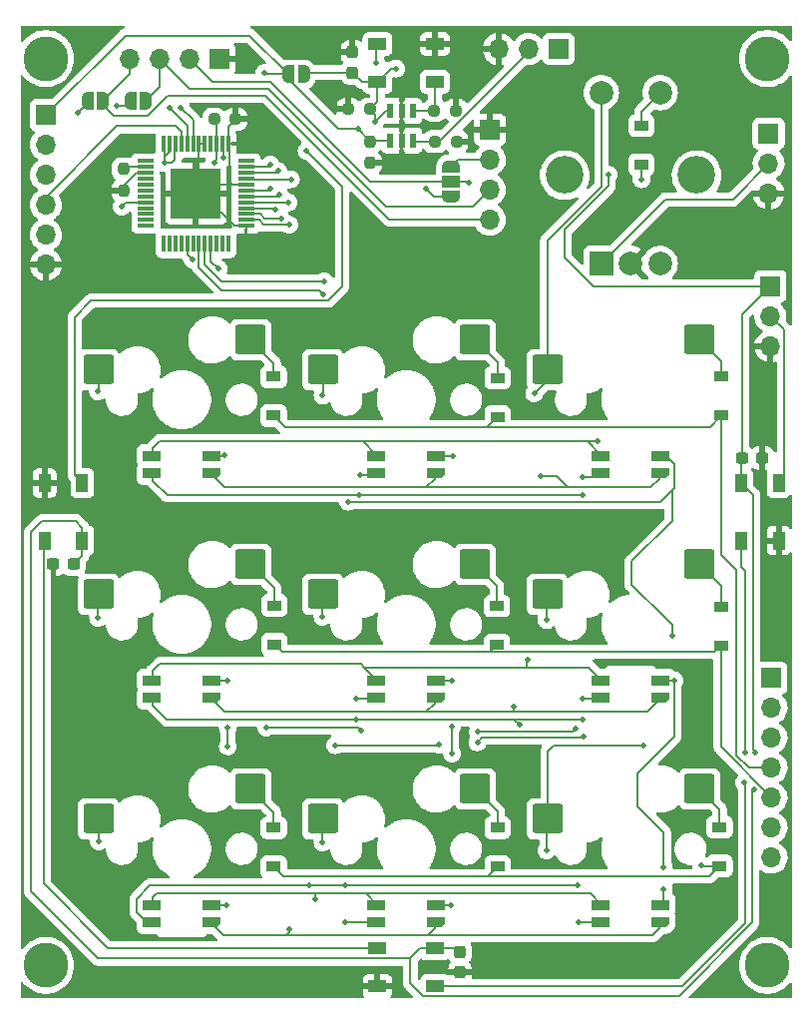
<source format=gbl>
%TF.GenerationSoftware,KiCad,Pcbnew,(6.0.0)*%
%TF.CreationDate,2023-01-01T12:45:23-08:00*%
%TF.ProjectId,keyboard_eval,6b657962-6f61-4726-945f-6576616c2e6b,rev?*%
%TF.SameCoordinates,Original*%
%TF.FileFunction,Copper,L2,Bot*%
%TF.FilePolarity,Positive*%
%FSLAX46Y46*%
G04 Gerber Fmt 4.6, Leading zero omitted, Abs format (unit mm)*
G04 Created by KiCad (PCBNEW (6.0.0)) date 2023-01-01 12:45:23*
%MOMM*%
%LPD*%
G01*
G04 APERTURE LIST*
G04 Aperture macros list*
%AMRoundRect*
0 Rectangle with rounded corners*
0 $1 Rounding radius*
0 $2 $3 $4 $5 $6 $7 $8 $9 X,Y pos of 4 corners*
0 Add a 4 corners polygon primitive as box body*
4,1,4,$2,$3,$4,$5,$6,$7,$8,$9,$2,$3,0*
0 Add four circle primitives for the rounded corners*
1,1,$1+$1,$2,$3*
1,1,$1+$1,$4,$5*
1,1,$1+$1,$6,$7*
1,1,$1+$1,$8,$9*
0 Add four rect primitives between the rounded corners*
20,1,$1+$1,$2,$3,$4,$5,0*
20,1,$1+$1,$4,$5,$6,$7,0*
20,1,$1+$1,$6,$7,$8,$9,0*
20,1,$1+$1,$8,$9,$2,$3,0*%
%AMOutline5P*
0 Free polygon, 5 corners , with rotation*
0 The origin of the aperture is its center*
0 number of corners: always 5*
0 $1 to $10 corner X, Y*
0 $11 Rotation angle, in degrees counterclockwise*
0 create outline with 5 corners*
4,1,5,$1,$2,$3,$4,$5,$6,$7,$8,$9,$10,$1,$2,$11*%
%AMOutline6P*
0 Free polygon, 6 corners , with rotation*
0 The origin of the aperture is its center*
0 number of corners: always 6*
0 $1 to $12 corner X, Y*
0 $13 Rotation angle, in degrees counterclockwise*
0 create outline with 6 corners*
4,1,6,$1,$2,$3,$4,$5,$6,$7,$8,$9,$10,$11,$12,$1,$2,$13*%
%AMOutline7P*
0 Free polygon, 7 corners , with rotation*
0 The origin of the aperture is its center*
0 number of corners: always 7*
0 $1 to $14 corner X, Y*
0 $15 Rotation angle, in degrees counterclockwise*
0 create outline with 7 corners*
4,1,7,$1,$2,$3,$4,$5,$6,$7,$8,$9,$10,$11,$12,$13,$14,$1,$2,$15*%
%AMOutline8P*
0 Free polygon, 8 corners , with rotation*
0 The origin of the aperture is its center*
0 number of corners: always 8*
0 $1 to $16 corner X, Y*
0 $17 Rotation angle, in degrees counterclockwise*
0 create outline with 8 corners*
4,1,8,$1,$2,$3,$4,$5,$6,$7,$8,$9,$10,$11,$12,$13,$14,$15,$16,$1,$2,$17*%
%AMFreePoly0*
4,1,22,0.550000,-0.750000,0.000000,-0.750000,0.000000,-0.745033,-0.079941,-0.743568,-0.215256,-0.701293,-0.333266,-0.622738,-0.424486,-0.514219,-0.481581,-0.384460,-0.499164,-0.250000,-0.500000,-0.250000,-0.500000,0.250000,-0.499164,0.250000,-0.499963,0.256109,-0.478152,0.396186,-0.417904,0.524511,-0.324060,0.630769,-0.204165,0.706417,-0.067858,0.745374,0.000000,0.744959,0.000000,0.750000,
0.550000,0.750000,0.550000,-0.750000,0.550000,-0.750000,$1*%
%AMFreePoly1*
4,1,20,0.000000,0.744959,0.073905,0.744508,0.209726,0.703889,0.328688,0.626782,0.421226,0.519385,0.479903,0.390333,0.500000,0.250000,0.500000,-0.250000,0.499851,-0.262216,0.476331,-0.402017,0.414519,-0.529596,0.319384,-0.634700,0.198574,-0.708877,0.061801,-0.746166,0.000000,-0.745033,0.000000,-0.750000,-0.550000,-0.750000,-0.550000,0.750000,0.000000,0.750000,0.000000,0.744959,
0.000000,0.744959,$1*%
%AMFreePoly2*
4,1,22,0.500000,-0.750000,0.000000,-0.750000,0.000000,-0.745033,-0.079941,-0.743568,-0.215256,-0.701293,-0.333266,-0.622738,-0.424486,-0.514219,-0.481581,-0.384460,-0.499164,-0.250000,-0.500000,-0.250000,-0.500000,0.250000,-0.499164,0.250000,-0.499963,0.256109,-0.478152,0.396186,-0.417904,0.524511,-0.324060,0.630769,-0.204165,0.706417,-0.067858,0.745374,0.000000,0.744959,0.000000,0.750000,
0.500000,0.750000,0.500000,-0.750000,0.500000,-0.750000,$1*%
%AMFreePoly3*
4,1,20,0.000000,0.744959,0.073905,0.744508,0.209726,0.703889,0.328688,0.626782,0.421226,0.519385,0.479903,0.390333,0.500000,0.250000,0.500000,-0.250000,0.499851,-0.262216,0.476331,-0.402017,0.414519,-0.529596,0.319384,-0.634700,0.198574,-0.708877,0.061801,-0.746166,0.000000,-0.745033,0.000000,-0.750000,-0.500000,-0.750000,-0.500000,0.750000,0.000000,0.750000,0.000000,0.744959,
0.000000,0.744959,$1*%
G04 Aperture macros list end*
%TA.AperFunction,SMDPad,CuDef*%
%ADD10RoundRect,0.200000X-1.075000X-1.050000X1.075000X-1.050000X1.075000X1.050000X-1.075000X1.050000X0*%
%TD*%
%TA.AperFunction,ComponentPad*%
%ADD11C,2.600000*%
%TD*%
%TA.AperFunction,ConnectorPad*%
%ADD12C,3.800000*%
%TD*%
%TA.AperFunction,ComponentPad*%
%ADD13R,1.700000X1.700000*%
%TD*%
%TA.AperFunction,ComponentPad*%
%ADD14O,1.700000X1.700000*%
%TD*%
%TA.AperFunction,ComponentPad*%
%ADD15R,2.000000X2.000000*%
%TD*%
%TA.AperFunction,ComponentPad*%
%ADD16C,2.000000*%
%TD*%
%TA.AperFunction,ComponentPad*%
%ADD17C,3.200000*%
%TD*%
%TA.AperFunction,SMDPad,CuDef*%
%ADD18R,1.200000X0.900000*%
%TD*%
%TA.AperFunction,SMDPad,CuDef*%
%ADD19Outline5P,-0.750000X0.180000X-0.480000X0.450000X0.750000X0.450000X0.750000X-0.450000X-0.750000X-0.450000X180.000000*%
%TD*%
%TA.AperFunction,SMDPad,CuDef*%
%ADD20R,1.500000X0.900000*%
%TD*%
%TA.AperFunction,SMDPad,CuDef*%
%ADD21RoundRect,0.237500X-0.300000X-0.237500X0.300000X-0.237500X0.300000X0.237500X-0.300000X0.237500X0*%
%TD*%
%TA.AperFunction,SMDPad,CuDef*%
%ADD22R,1.500000X1.000000*%
%TD*%
%TA.AperFunction,SMDPad,CuDef*%
%ADD23R,1.000000X1.500000*%
%TD*%
%TA.AperFunction,SMDPad,CuDef*%
%ADD24RoundRect,0.237500X0.250000X0.237500X-0.250000X0.237500X-0.250000X-0.237500X0.250000X-0.237500X0*%
%TD*%
%TA.AperFunction,SMDPad,CuDef*%
%ADD25R,0.600000X1.200000*%
%TD*%
%TA.AperFunction,SMDPad,CuDef*%
%ADD26RoundRect,0.237500X-0.237500X0.300000X-0.237500X-0.300000X0.237500X-0.300000X0.237500X0.300000X0*%
%TD*%
%TA.AperFunction,SMDPad,CuDef*%
%ADD27FreePoly0,90.000000*%
%TD*%
%TA.AperFunction,SMDPad,CuDef*%
%ADD28FreePoly1,90.000000*%
%TD*%
%TA.AperFunction,SMDPad,CuDef*%
%ADD29FreePoly2,180.000000*%
%TD*%
%TA.AperFunction,SMDPad,CuDef*%
%ADD30FreePoly3,180.000000*%
%TD*%
%TA.AperFunction,SMDPad,CuDef*%
%ADD31RoundRect,0.237500X0.237500X-0.250000X0.237500X0.250000X-0.237500X0.250000X-0.237500X-0.250000X0*%
%TD*%
%TA.AperFunction,SMDPad,CuDef*%
%ADD32RoundRect,0.237500X0.300000X0.237500X-0.300000X0.237500X-0.300000X-0.237500X0.300000X-0.237500X0*%
%TD*%
%TA.AperFunction,SMDPad,CuDef*%
%ADD33RoundRect,0.237500X0.237500X-0.300000X0.237500X0.300000X-0.237500X0.300000X-0.237500X-0.300000X0*%
%TD*%
%TA.AperFunction,SMDPad,CuDef*%
%ADD34FreePoly2,0.000000*%
%TD*%
%TA.AperFunction,SMDPad,CuDef*%
%ADD35FreePoly3,0.000000*%
%TD*%
%TA.AperFunction,SMDPad,CuDef*%
%ADD36RoundRect,0.237500X-0.237500X0.250000X-0.237500X-0.250000X0.237500X-0.250000X0.237500X0.250000X0*%
%TD*%
%TA.AperFunction,SMDPad,CuDef*%
%ADD37R,1.475000X0.300000*%
%TD*%
%TA.AperFunction,SMDPad,CuDef*%
%ADD38R,0.300000X1.475000*%
%TD*%
%TA.AperFunction,SMDPad,CuDef*%
%ADD39R,4.210000X4.210000*%
%TD*%
%TA.AperFunction,ViaPad*%
%ADD40C,0.500000*%
%TD*%
%TA.AperFunction,Conductor*%
%ADD41C,0.200000*%
%TD*%
%TA.AperFunction,Conductor*%
%ADD42C,0.127000*%
%TD*%
G04 APERTURE END LIST*
D10*
%TO.P,MX6,1,COL*%
%TO.N,Col2*%
X81015000Y-66510000D03*
%TO.P,MX6,2,ROW*%
%TO.N,Net-(D7-Pad2)*%
X93942000Y-63970000D03*
%TD*%
%TO.P,MX8,1,COL*%
%TO.N,Col1*%
X61965000Y-85560000D03*
%TO.P,MX8,2,ROW*%
%TO.N,Net-(D9-Pad2)*%
X74892000Y-83020000D03*
%TD*%
%TO.P,MX7,1,COL*%
%TO.N,Col0*%
X42915000Y-85560000D03*
%TO.P,MX7,2,ROW*%
%TO.N,Net-(D8-Pad2)*%
X55842000Y-83020000D03*
%TD*%
D11*
%TO.P,H3,1,1*%
%TO.N,unconnected-(H3-Pad1)*%
X38450000Y-98000000D03*
D12*
X38450000Y-98000000D03*
%TD*%
%TO.P,H2,1,1*%
%TO.N,unconnected-(H2-Pad1)*%
X38450000Y-21050000D03*
D11*
X38450000Y-21050000D03*
%TD*%
D13*
%TO.P,J3,1,Pin_1*%
%TO.N,GND*%
X53200000Y-21100000D03*
D14*
%TO.P,J3,2,Pin_2*%
%TO.N,Net-(C1-Pad1)*%
X50660000Y-21100000D03*
%TO.P,J3,3,Pin_3*%
%TO.N,OLED_SCL*%
X48120000Y-21100000D03*
%TO.P,J3,4,Pin_4*%
%TO.N,OLED_SDA*%
X45580000Y-21100000D03*
%TD*%
D13*
%TO.P,J6,1,Pin_1*%
%TO.N,+5V*%
X99950000Y-40375000D03*
D14*
%TO.P,J6,2,Pin_2*%
%TO.N,LED_DOUT*%
X99950000Y-42915000D03*
%TO.P,J6,3,Pin_3*%
%TO.N,GND*%
X99950000Y-45455000D03*
%TD*%
D13*
%TO.P,J1,1,Pin_1*%
%TO.N,Net-(J1-Pad1)*%
X99800000Y-27425000D03*
D14*
%TO.P,J1,2,Pin_2*%
%TO.N,Net-(J1-Pad2)*%
X99800000Y-29965000D03*
%TO.P,J1,3,Pin_3*%
%TO.N,GND*%
X99800000Y-32505000D03*
%TD*%
D13*
%TO.P,J2,1,Pin_1*%
%TO.N,GND*%
X76150000Y-27100000D03*
D14*
%TO.P,J2,2,Pin_2*%
%TO.N,OLED_VCC*%
X76150000Y-29640000D03*
%TO.P,J2,3,Pin_3*%
%TO.N,OLED_SCL*%
X76150000Y-32180000D03*
%TO.P,J2,4,Pin_4*%
%TO.N,OLED_SDA*%
X76150000Y-34720000D03*
%TD*%
D10*
%TO.P,MX5,1,COL*%
%TO.N,Col1*%
X61965000Y-66510000D03*
%TO.P,MX5,2,ROW*%
%TO.N,Net-(D6-Pad2)*%
X74892000Y-63970000D03*
%TD*%
D13*
%TO.P,J5,1,Pin_1*%
%TO.N,+5V*%
X81975000Y-20250000D03*
D14*
%TO.P,J5,2,Pin_2*%
%TO.N,LED_DIN*%
X79435000Y-20250000D03*
%TO.P,J5,3,Pin_3*%
%TO.N,GND*%
X76895000Y-20250000D03*
%TD*%
D10*
%TO.P,MX4,1,COL*%
%TO.N,Col0*%
X42915000Y-66510000D03*
%TO.P,MX4,2,ROW*%
%TO.N,Net-(D5-Pad2)*%
X55842000Y-63970000D03*
%TD*%
D11*
%TO.P,H1,1,1*%
%TO.N,unconnected-(H1-Pad1)*%
X99700000Y-98000000D03*
D12*
X99700000Y-98000000D03*
%TD*%
D10*
%TO.P,MX2,1,COL*%
%TO.N,Col1*%
X61965000Y-47460000D03*
%TO.P,MX2,2,ROW*%
%TO.N,Net-(D3-Pad2)*%
X74892000Y-44920000D03*
%TD*%
D13*
%TO.P,J4,1,Pin_1*%
%TO.N,Col0*%
X100050000Y-73600000D03*
D14*
%TO.P,J4,2,Pin_2*%
%TO.N,Col1*%
X100050000Y-76140000D03*
%TO.P,J4,3,Pin_3*%
%TO.N,Col2*%
X100050000Y-78680000D03*
%TO.P,J4,4,Pin_4*%
%TO.N,Row0*%
X100050000Y-81220000D03*
%TO.P,J4,5,Pin_5*%
%TO.N,Row1*%
X100050000Y-83760000D03*
%TO.P,J4,6,Pin_6*%
%TO.N,Row2*%
X100050000Y-86300000D03*
%TO.P,J4,7,Pin_7*%
%TO.N,Row_RE*%
X100050000Y-88840000D03*
%TD*%
D10*
%TO.P,MX1,1,COL*%
%TO.N,Col0*%
X42915000Y-47460000D03*
%TO.P,MX1,2,ROW*%
%TO.N,Net-(D2-Pad2)*%
X55842000Y-44920000D03*
%TD*%
%TO.P,MX9,1,COL*%
%TO.N,Col2*%
X81015000Y-85560000D03*
%TO.P,MX9,2,ROW*%
%TO.N,Net-(D10-Pad2)*%
X93942000Y-83020000D03*
%TD*%
D13*
%TO.P,J7,1,Pin_1*%
%TO.N,VCC*%
X38450000Y-25850000D03*
D14*
%TO.P,J7,2,Pin_2*%
%TO.N,LED_SCL*%
X38450000Y-28390000D03*
%TO.P,J7,3,Pin_3*%
%TO.N,LED_SDA*%
X38450000Y-30930000D03*
%TO.P,J7,4,Pin_4*%
%TO.N,SYNC*%
X38450000Y-33470000D03*
%TO.P,J7,5,Pin_5*%
%TO.N,SHUTDOWN_JP*%
X38450000Y-36010000D03*
%TO.P,J7,6,Pin_6*%
%TO.N,GND*%
X38450000Y-38550000D03*
%TD*%
D10*
%TO.P,MX3,1,COL*%
%TO.N,Col2*%
X81015000Y-47460000D03*
%TO.P,MX3,2,ROW*%
%TO.N,Net-(D4-Pad2)*%
X93942000Y-44920000D03*
%TD*%
D12*
%TO.P,H4,1,1*%
%TO.N,unconnected-(H4-Pad1)*%
X99700000Y-21050000D03*
D11*
X99700000Y-21050000D03*
%TD*%
D15*
%TO.P,SW1,A,A*%
%TO.N,Net-(J1-Pad2)*%
X85600000Y-38450000D03*
D16*
%TO.P,SW1,B,B*%
%TO.N,Net-(J1-Pad1)*%
X90600000Y-38450000D03*
%TO.P,SW1,C,C*%
%TO.N,GND*%
X88100000Y-38450000D03*
D17*
%TO.P,SW1,MP*%
%TO.N,N/C*%
X93700000Y-30950000D03*
X82500000Y-30950000D03*
D16*
%TO.P,SW1,S1,S1*%
%TO.N,Net-(D1-Pad2)*%
X90600000Y-23950000D03*
%TO.P,SW1,S2,S2*%
%TO.N,Col2*%
X85600000Y-23950000D03*
%TD*%
D18*
%TO.P,D10,1,K*%
%TO.N,Row2*%
X95650000Y-89550000D03*
%TO.P,D10,2,A*%
%TO.N,Net-(D10-Pad2)*%
X95650000Y-86250000D03*
%TD*%
D19*
%TO.P,S7,1,BK*%
%TO.N,Row2_B*%
X52550000Y-94350000D03*
D20*
%TO.P,S7,2,GK*%
%TO.N,Row2_G*%
X47450000Y-94350000D03*
%TO.P,S7,3,RK*%
%TO.N,Row2_R*%
X47450000Y-92850000D03*
%TO.P,S7,4,A*%
%TO.N,LED_Col0*%
X52550000Y-92850000D03*
%TD*%
D21*
%TO.P,C14,1*%
%TO.N,+5V*%
X97537500Y-54950000D03*
%TO.P,C14,2*%
%TO.N,GND*%
X99262500Y-54950000D03*
%TD*%
D22*
%TO.P,D13,1,VDD*%
%TO.N,+5V*%
X71500000Y-96550000D03*
%TO.P,D13,2,DOUT*%
%TO.N,Net-(D13-Pad2)*%
X71500000Y-99750000D03*
%TO.P,D13,3,VSS*%
%TO.N,GND*%
X66600000Y-99750000D03*
%TO.P,D13,4,DIN*%
%TO.N,Net-(D12-Pad2)*%
X66600000Y-96550000D03*
%TD*%
D18*
%TO.P,D9,1,K*%
%TO.N,Row2*%
X76800000Y-89600000D03*
%TO.P,D9,2,A*%
%TO.N,Net-(D9-Pad2)*%
X76800000Y-86300000D03*
%TD*%
D23*
%TO.P,D12,1,VDD*%
%TO.N,+5V*%
X41550000Y-61950000D03*
%TO.P,D12,2,DOUT*%
%TO.N,Net-(D12-Pad2)*%
X38350000Y-61950000D03*
%TO.P,D12,3,VSS*%
%TO.N,GND*%
X38350000Y-57050000D03*
%TO.P,D12,4,DIN*%
%TO.N,Net-(D11-Pad2)*%
X41550000Y-57050000D03*
%TD*%
D18*
%TO.P,D2,1,K*%
%TO.N,Row0*%
X57800000Y-51350000D03*
%TO.P,D2,2,A*%
%TO.N,Net-(D2-Pad2)*%
X57800000Y-48050000D03*
%TD*%
%TO.P,D7,1,K*%
%TO.N,Row1*%
X95750000Y-70850000D03*
%TO.P,D7,2,A*%
%TO.N,Net-(D7-Pad2)*%
X95750000Y-67550000D03*
%TD*%
D24*
%TO.P,R8,1*%
%TO.N,GND*%
X73262500Y-25450000D03*
%TO.P,R8,2*%
%TO.N,LED_DIN_5V*%
X71437500Y-25450000D03*
%TD*%
D25*
%TO.P,L1,1,VCCA*%
%TO.N,+5V*%
X67700000Y-25500000D03*
%TO.P,L1,2,GND*%
%TO.N,GND*%
X68650000Y-25500000D03*
%TO.P,L1,3,A*%
%TO.N,LED_DIN_5V*%
X69600000Y-25500000D03*
%TO.P,L1,4,B*%
%TO.N,LED_DIN*%
X69600000Y-28000000D03*
%TO.P,L1,5,DIR*%
%TO.N,GND*%
X68650000Y-28000000D03*
%TO.P,L1,6,VCCB*%
%TO.N,VCC*%
X67700000Y-28000000D03*
%TD*%
D26*
%TO.P,C13,1*%
%TO.N,+5V*%
X73600000Y-96837500D03*
%TO.P,C13,2*%
%TO.N,GND*%
X73600000Y-98562500D03*
%TD*%
D19*
%TO.P,S5,1,BK*%
%TO.N,Row1_B*%
X71600000Y-75300000D03*
D20*
%TO.P,S5,2,GK*%
%TO.N,Row1_G*%
X66500000Y-75300000D03*
%TO.P,S5,3,RK*%
%TO.N,Row1_R*%
X66500000Y-73800000D03*
%TO.P,S5,4,A*%
%TO.N,LED_Col1*%
X71600000Y-73800000D03*
%TD*%
D19*
%TO.P,S4,1,BK*%
%TO.N,Row1_B*%
X52550000Y-75300000D03*
D20*
%TO.P,S4,2,GK*%
%TO.N,Row1_G*%
X47450000Y-75300000D03*
%TO.P,S4,3,RK*%
%TO.N,Row1_R*%
X47450000Y-73800000D03*
%TO.P,S4,4,A*%
%TO.N,LED_Col0*%
X52550000Y-73800000D03*
%TD*%
D23*
%TO.P,D14,1,VDD*%
%TO.N,+5V*%
X97450000Y-57050000D03*
%TO.P,D14,2,DOUT*%
%TO.N,LED_DOUT*%
X100650000Y-57050000D03*
%TO.P,D14,3,VSS*%
%TO.N,GND*%
X100650000Y-61950000D03*
%TO.P,D14,4,DIN*%
%TO.N,Net-(D13-Pad2)*%
X97450000Y-61950000D03*
%TD*%
D24*
%TO.P,R6,1*%
%TO.N,+5V*%
X65952500Y-25360000D03*
%TO.P,R6,2*%
%TO.N,GND*%
X64127500Y-25360000D03*
%TD*%
D19*
%TO.P,S3,1,BK*%
%TO.N,Row0_B*%
X90650000Y-56250000D03*
D20*
%TO.P,S3,2,GK*%
%TO.N,Row0_G*%
X85550000Y-56250000D03*
%TO.P,S3,3,RK*%
%TO.N,Row0_R*%
X85550000Y-54750000D03*
%TO.P,S3,4,A*%
%TO.N,LED_Col2*%
X90650000Y-54750000D03*
%TD*%
D19*
%TO.P,S2,1,BK*%
%TO.N,Row0_B*%
X71600000Y-56250000D03*
D20*
%TO.P,S2,2,GK*%
%TO.N,Row0_G*%
X66500000Y-56250000D03*
%TO.P,S2,3,RK*%
%TO.N,Row0_R*%
X66500000Y-54750000D03*
%TO.P,S2,4,A*%
%TO.N,LED_Col1*%
X71600000Y-54750000D03*
%TD*%
D19*
%TO.P,S9,1,BK*%
%TO.N,Row2_B*%
X90650000Y-94350000D03*
D20*
%TO.P,S9,2,GK*%
%TO.N,Row2_G*%
X85550000Y-94350000D03*
%TO.P,S9,3,RK*%
%TO.N,Row2_R*%
X85550000Y-92850000D03*
%TO.P,S9,4,A*%
%TO.N,LED_Col2*%
X90650000Y-92850000D03*
%TD*%
D19*
%TO.P,S1,1,BK*%
%TO.N,Row0_B*%
X52550000Y-56250000D03*
D20*
%TO.P,S1,2,GK*%
%TO.N,Row0_G*%
X47450000Y-56250000D03*
%TO.P,S1,3,RK*%
%TO.N,Row0_R*%
X47450000Y-54750000D03*
%TO.P,S1,4,A*%
%TO.N,LED_Col0*%
X52550000Y-54750000D03*
%TD*%
D27*
%TO.P,JP1,1,A*%
%TO.N,VCC*%
X72850000Y-32800000D03*
D22*
%TO.P,JP1,2,C*%
%TO.N,Net-(C1-Pad1)*%
X72850000Y-31500000D03*
D28*
%TO.P,JP1,3,B*%
%TO.N,OLED_VCC*%
X72850000Y-30200000D03*
%TD*%
D29*
%TO.P,JP4,1,A*%
%TO.N,+5V*%
X60350000Y-22400000D03*
D30*
%TO.P,JP4,2,B*%
%TO.N,VCC*%
X59050000Y-22400000D03*
%TD*%
D31*
%TO.P,R7,1*%
%TO.N,GND*%
X66000000Y-29912500D03*
%TO.P,R7,2*%
%TO.N,VCC*%
X66000000Y-28087500D03*
%TD*%
D32*
%TO.P,C12,1*%
%TO.N,+5V*%
X40812500Y-63950000D03*
%TO.P,C12,2*%
%TO.N,GND*%
X39087500Y-63950000D03*
%TD*%
D24*
%TO.P,R3,1*%
%TO.N,GND*%
X54562500Y-26200000D03*
%TO.P,R3,2*%
%TO.N,SHUTDOWN_JP*%
X52737500Y-26200000D03*
%TD*%
D33*
%TO.P,C11,1*%
%TO.N,+5V*%
X64475000Y-22237500D03*
%TO.P,C11,2*%
%TO.N,GND*%
X64475000Y-20512500D03*
%TD*%
D18*
%TO.P,D1,1,K*%
%TO.N,Row_RE*%
X89000000Y-30050000D03*
%TO.P,D1,2,A*%
%TO.N,Net-(D1-Pad2)*%
X89000000Y-26750000D03*
%TD*%
D34*
%TO.P,JP2,1,A*%
%TO.N,LED_SCL*%
X42000000Y-24650000D03*
D35*
%TO.P,JP2,2,B*%
%TO.N,OLED_SDA*%
X43300000Y-24650000D03*
%TD*%
D24*
%TO.P,R9,1*%
%TO.N,GND*%
X73312500Y-28100000D03*
%TO.P,R9,2*%
%TO.N,LED_DIN*%
X71487500Y-28100000D03*
%TD*%
D18*
%TO.P,D3,1,K*%
%TO.N,Row0*%
X76800000Y-51450000D03*
%TO.P,D3,2,A*%
%TO.N,Net-(D3-Pad2)*%
X76800000Y-48150000D03*
%TD*%
D19*
%TO.P,S6,1,BK*%
%TO.N,Row1_B*%
X90650000Y-75300000D03*
D20*
%TO.P,S6,2,GK*%
%TO.N,Row1_G*%
X85550000Y-75300000D03*
%TO.P,S6,3,RK*%
%TO.N,Row1_R*%
X85550000Y-73800000D03*
%TO.P,S6,4,A*%
%TO.N,LED_Col2*%
X90650000Y-73800000D03*
%TD*%
D19*
%TO.P,S8,1,BK*%
%TO.N,Row2_B*%
X71600000Y-94350000D03*
D20*
%TO.P,S8,2,GK*%
%TO.N,Row2_G*%
X66500000Y-94350000D03*
%TO.P,S8,3,RK*%
%TO.N,Row2_R*%
X66500000Y-92850000D03*
%TO.P,S8,4,A*%
%TO.N,LED_Col1*%
X71600000Y-92850000D03*
%TD*%
D18*
%TO.P,D8,1,K*%
%TO.N,Row2*%
X57800000Y-89600000D03*
%TO.P,D8,2,A*%
%TO.N,Net-(D8-Pad2)*%
X57800000Y-86300000D03*
%TD*%
%TO.P,D6,1,K*%
%TO.N,Row1*%
X76750000Y-70800000D03*
%TO.P,D6,2,A*%
%TO.N,Net-(D6-Pad2)*%
X76750000Y-67500000D03*
%TD*%
D34*
%TO.P,JP3,1,A*%
%TO.N,LED_SDA*%
X45650000Y-24650000D03*
D35*
%TO.P,JP3,2,B*%
%TO.N,OLED_SCL*%
X46950000Y-24650000D03*
%TD*%
D36*
%TO.P,R5,1*%
%TO.N,Net-(IC1-Pad35)*%
X45050000Y-30437500D03*
%TO.P,R5,2*%
%TO.N,GND*%
X45050000Y-32262500D03*
%TD*%
D18*
%TO.P,D4,1,K*%
%TO.N,Row0*%
X95800000Y-51350000D03*
%TO.P,D4,2,A*%
%TO.N,Net-(D4-Pad2)*%
X95800000Y-48050000D03*
%TD*%
D22*
%TO.P,D11,1,VDD*%
%TO.N,+5V*%
X66600000Y-23025000D03*
%TO.P,D11,2,DOUT*%
%TO.N,Net-(D11-Pad2)*%
X66600000Y-19825000D03*
%TO.P,D11,3,VSS*%
%TO.N,GND*%
X71500000Y-19825000D03*
%TO.P,D11,4,DIN*%
%TO.N,LED_DIN_5V*%
X71500000Y-23025000D03*
%TD*%
D37*
%TO.P,IC1,1,NC_1*%
%TO.N,unconnected-(IC1-Pad1)*%
X55438000Y-29750000D03*
%TO.P,IC1,2,SW1*%
%TO.N,Row0_R*%
X55438000Y-30250000D03*
%TO.P,IC1,3,SW2*%
%TO.N,Row0_G*%
X55438000Y-30750000D03*
%TO.P,IC1,4,SW3*%
%TO.N,Row0_B*%
X55438000Y-31250000D03*
%TO.P,IC1,5,PGND_1*%
%TO.N,GND*%
X55438000Y-31750000D03*
%TO.P,IC1,6,SW4*%
%TO.N,Row1_R*%
X55438000Y-32250000D03*
%TO.P,IC1,7,SW5*%
%TO.N,Row1_G*%
X55438000Y-32750000D03*
%TO.P,IC1,8,SW6*%
%TO.N,Row1_B*%
X55438000Y-33250000D03*
%TO.P,IC1,9,SW7*%
%TO.N,Row2_R*%
X55438000Y-33750000D03*
%TO.P,IC1,10,SW8*%
%TO.N,Row2_G*%
X55438000Y-34250000D03*
%TO.P,IC1,11,SW9*%
%TO.N,Row2_B*%
X55438000Y-34750000D03*
%TO.P,IC1,12,PGND_2*%
%TO.N,GND*%
X55438000Y-35250000D03*
D38*
%TO.P,IC1,13,SW10*%
%TO.N,unconnected-(IC1-Pad13)*%
X53950000Y-36738000D03*
%TO.P,IC1,14,SW11*%
%TO.N,unconnected-(IC1-Pad14)*%
X53450000Y-36738000D03*
%TO.P,IC1,15,SW12*%
%TO.N,unconnected-(IC1-Pad15)*%
X52950000Y-36738000D03*
%TO.P,IC1,16,CS1*%
%TO.N,LED_Col0*%
X52450000Y-36738000D03*
%TO.P,IC1,17,CS2*%
%TO.N,LED_Col1*%
X51950000Y-36738000D03*
%TO.P,IC1,18,CS3*%
%TO.N,LED_Col2*%
X51450000Y-36738000D03*
%TO.P,IC1,19,CS4*%
%TO.N,unconnected-(IC1-Pad19)*%
X50950000Y-36738000D03*
%TO.P,IC1,20,PVCC_1*%
%TO.N,VCC*%
X50450000Y-36738000D03*
%TO.P,IC1,21,CS5*%
%TO.N,unconnected-(IC1-Pad21)*%
X49950000Y-36738000D03*
%TO.P,IC1,22,CS6*%
%TO.N,unconnected-(IC1-Pad22)*%
X49450000Y-36738000D03*
%TO.P,IC1,23,CS7*%
%TO.N,unconnected-(IC1-Pad23)*%
X48950000Y-36738000D03*
%TO.P,IC1,24,CS8*%
%TO.N,unconnected-(IC1-Pad24)*%
X48450000Y-36738000D03*
D37*
%TO.P,IC1,25,CS9*%
%TO.N,unconnected-(IC1-Pad25)*%
X46962000Y-35250000D03*
%TO.P,IC1,26,CS10*%
%TO.N,unconnected-(IC1-Pad26)*%
X46962000Y-34750000D03*
%TO.P,IC1,27,CS11*%
%TO.N,unconnected-(IC1-Pad27)*%
X46962000Y-34250000D03*
%TO.P,IC1,28,CS12*%
%TO.N,unconnected-(IC1-Pad28)*%
X46962000Y-33750000D03*
%TO.P,IC1,29,PVCC_2*%
%TO.N,VCC*%
X46962000Y-33250000D03*
%TO.P,IC1,30,CS13*%
%TO.N,unconnected-(IC1-Pad30)*%
X46962000Y-32750000D03*
%TO.P,IC1,31,CS14*%
%TO.N,unconnected-(IC1-Pad31)*%
X46962000Y-32250000D03*
%TO.P,IC1,32,CS15*%
%TO.N,unconnected-(IC1-Pad32)*%
X46962000Y-31750000D03*
%TO.P,IC1,33,CS16*%
%TO.N,unconnected-(IC1-Pad33)*%
X46962000Y-31250000D03*
%TO.P,IC1,34,AGND*%
%TO.N,GND*%
X46962000Y-30750000D03*
%TO.P,IC1,35,ISET*%
%TO.N,Net-(IC1-Pad35)*%
X46962000Y-30250000D03*
%TO.P,IC1,36,NC_2*%
%TO.N,unconnected-(IC1-Pad36)*%
X46962000Y-29750000D03*
D38*
%TO.P,IC1,37,AVCC*%
%TO.N,VCC*%
X48450000Y-28262000D03*
%TO.P,IC1,38,DVCC*%
X48950000Y-28262000D03*
%TO.P,IC1,39,VIO*%
X49450000Y-28262000D03*
%TO.P,IC1,40,SYNC*%
%TO.N,SYNC*%
X49950000Y-28262000D03*
%TO.P,IC1,41,SDA*%
%TO.N,LED_SDA*%
X50450000Y-28262000D03*
%TO.P,IC1,42,SCL*%
%TO.N,LED_SCL*%
X50950000Y-28262000D03*
%TO.P,IC1,43,ADDR1*%
%TO.N,GND*%
X51450000Y-28262000D03*
%TO.P,IC1,44,ADDR2*%
X51950000Y-28262000D03*
%TO.P,IC1,45,INTB*%
%TO.N,unconnected-(IC1-Pad45)*%
X52450000Y-28262000D03*
%TO.P,IC1,46,SDB*%
%TO.N,SHUTDOWN_JP*%
X52950000Y-28262000D03*
%TO.P,IC1,47,IICRST*%
%TO.N,Net-(IC1-Pad47)*%
X53450000Y-28262000D03*
%TO.P,IC1,48,GND*%
%TO.N,GND*%
X53950000Y-28262000D03*
D39*
%TO.P,IC1,49,EP*%
X51200000Y-32500000D03*
%TD*%
D18*
%TO.P,D5,1,K*%
%TO.N,Row1*%
X57850000Y-70750000D03*
%TO.P,D5,2,A*%
%TO.N,Net-(D5-Pad2)*%
X57850000Y-67450000D03*
%TD*%
D40*
%TO.N,Net-(C1-Pad1)*%
X74400000Y-31600000D03*
%TO.N,GND*%
X50000000Y-33400000D03*
X50000000Y-31300000D03*
X52200000Y-31300000D03*
X52200000Y-33400000D03*
X71600000Y-98200000D03*
X62500000Y-24000000D03*
X51200000Y-32500000D03*
X42400000Y-33000000D03*
%TO.N,VCC*%
X44900000Y-33600000D03*
X70700000Y-32100000D03*
X48500000Y-29900000D03*
X57000000Y-22300000D03*
X50900000Y-38100000D03*
X64950000Y-27050000D03*
%TO.N,+5V*%
X68200000Y-21900000D03*
X98550000Y-83100000D03*
X98700000Y-79900000D03*
X66400000Y-26400000D03*
X86200000Y-30900000D03*
%TO.N,Row_RE*%
X89000000Y-31300000D03*
%TO.N,Row2*%
X94100000Y-89500000D03*
%TO.N,Net-(D11-Pad2)*%
X60600000Y-28900000D03*
X66500000Y-21400000D03*
%TO.N,Net-(D13-Pad2)*%
X97800000Y-79900000D03*
X97700000Y-82500000D03*
%TO.N,Row0_R*%
X85300000Y-53500000D03*
X57500000Y-30050000D03*
%TO.N,Row0_G*%
X84050000Y-58100000D03*
X58200000Y-30599500D03*
X65050000Y-58100000D03*
X84050000Y-56550000D03*
X65100000Y-56400000D03*
%TO.N,Row0_B*%
X59250000Y-31300000D03*
X80459500Y-56490000D03*
%TO.N,Row1_R*%
X57550000Y-32100000D03*
X79350000Y-72050000D03*
%TO.N,Row1_G*%
X84000000Y-77100000D03*
X84000000Y-75400000D03*
X78700000Y-77600000D03*
X64800000Y-77100000D03*
X64800000Y-75400000D03*
X58300000Y-32600000D03*
%TO.N,Row1_B*%
X59050000Y-33250000D03*
X78200000Y-76000000D03*
%TO.N,Row2_R*%
X57950000Y-33900000D03*
X61350000Y-92400000D03*
%TO.N,Row2_G*%
X58400000Y-34600000D03*
X63900000Y-91200000D03*
X83600000Y-91200000D03*
X60800000Y-91200000D03*
X83700000Y-94300000D03*
X63900000Y-94300000D03*
%TO.N,Row2_B*%
X59150000Y-94900000D03*
X59100000Y-35150000D03*
%TO.N,LED_Col0*%
X53900000Y-77850000D03*
X53103200Y-38896800D03*
X53900000Y-79400000D03*
X53900000Y-73800000D03*
X53800000Y-92900000D03*
X53600000Y-54700000D03*
%TO.N,LED_Col1*%
X72900000Y-73800000D03*
X62100000Y-39950000D03*
X73000000Y-54800000D03*
X72800000Y-92900000D03*
X72950000Y-80000000D03*
X72900000Y-77750000D03*
%TO.N,LED_Col2*%
X90900000Y-89700000D03*
X64100000Y-58650000D03*
X90900000Y-91500000D03*
X91800000Y-73800000D03*
X62000000Y-41050000D03*
X91600000Y-70000000D03*
%TO.N,LED_SDA*%
X44500000Y-25100000D03*
X48950000Y-25200000D03*
%TO.N,LED_SCL*%
X41170000Y-25670000D03*
X49900000Y-25200000D03*
%TO.N,SHUTDOWN_JP*%
X52730000Y-29870000D03*
%TO.N,Net-(IC1-Pad47)*%
X53500000Y-29500000D03*
%TO.N,Col0*%
X42900000Y-68500000D03*
X57150000Y-77800000D03*
X75110000Y-78170000D03*
X83400000Y-77920000D03*
X42950000Y-87450000D03*
X65230000Y-78100000D03*
X42900000Y-49300000D03*
%TO.N,Col1*%
X61950000Y-49650000D03*
X75090000Y-79050000D03*
X61950000Y-68400000D03*
X63020000Y-79300000D03*
X84120000Y-78550000D03*
X61950000Y-87550000D03*
X71830000Y-79270000D03*
%TO.N,Col2*%
X79910000Y-49470000D03*
X80950000Y-88250000D03*
X80950000Y-68700000D03*
X89150000Y-79300000D03*
%TD*%
D41*
%TO.N,Net-(C1-Pad1)*%
X72850000Y-31500000D02*
X74300000Y-31500000D01*
X52560000Y-23000000D02*
X50660000Y-21100000D01*
X66000000Y-31500000D02*
X57500000Y-23000000D01*
X72850000Y-31500000D02*
X66000000Y-31500000D01*
X57500000Y-23000000D02*
X52560000Y-23000000D01*
X74300000Y-31500000D02*
X74400000Y-31600000D01*
%TO.N,GND*%
X53950000Y-28262000D02*
X53950000Y-26812500D01*
X53950000Y-26812500D02*
X54562500Y-26200000D01*
X55438000Y-31750000D02*
X54300000Y-31750000D01*
X51450000Y-28262000D02*
X51450000Y-32250000D01*
X53950000Y-28262000D02*
X54049511Y-28361511D01*
X73600000Y-98562500D02*
X71962500Y-98562500D01*
X51950000Y-31750000D02*
X51200000Y-32500000D01*
X51450000Y-28262000D02*
X51950000Y-28262000D01*
X45050000Y-31850000D02*
X45050000Y-32262500D01*
X51450000Y-32250000D02*
X51200000Y-32500000D01*
X46150000Y-30750000D02*
X45050000Y-31850000D01*
X51701478Y-32500000D02*
X51200000Y-32500000D01*
X54049511Y-28361511D02*
X54049511Y-31499511D01*
X46962000Y-30750000D02*
X46150000Y-30750000D01*
X55438000Y-35250000D02*
X54451478Y-35250000D01*
X71962500Y-98562500D02*
X71600000Y-98200000D01*
X54049511Y-31499511D02*
X54300000Y-31750000D01*
X54451478Y-35250000D02*
X51701478Y-32500000D01*
X54300000Y-31750000D02*
X51950000Y-31750000D01*
%TO.N,VCC*%
X48950000Y-28950000D02*
X48500000Y-29400000D01*
X49400000Y-29600000D02*
X49100000Y-29900000D01*
X64900000Y-27000000D02*
X63276414Y-27000000D01*
X48950000Y-28262000D02*
X48950000Y-28950000D01*
X48500000Y-28312000D02*
X48450000Y-28262000D01*
X48500000Y-29400000D02*
X48500000Y-28312000D01*
X59050000Y-22400000D02*
X57100000Y-22400000D01*
X72850000Y-32800000D02*
X71400000Y-32800000D01*
X63276414Y-27000000D02*
X59050000Y-22773586D01*
X49400000Y-29600000D02*
X49400000Y-28312000D01*
X48500000Y-29900000D02*
X48500000Y-29400000D01*
X45250000Y-33250000D02*
X46962000Y-33250000D01*
X64950000Y-27050000D02*
X65900000Y-28000000D01*
X45200000Y-19100000D02*
X55750000Y-19100000D01*
X55750000Y-19100000D02*
X59050000Y-22400000D01*
X50900000Y-38100000D02*
X50450000Y-37650000D01*
D42*
X66087500Y-28000000D02*
X67700000Y-28000000D01*
X66000000Y-28087500D02*
X66087500Y-28000000D01*
D41*
X64950000Y-27050000D02*
X64900000Y-27000000D01*
X71400000Y-32800000D02*
X70700000Y-32100000D01*
X49400000Y-28312000D02*
X49450000Y-28262000D01*
X38450000Y-25850000D02*
X45200000Y-19100000D01*
X44900000Y-33600000D02*
X45250000Y-33250000D01*
X59050000Y-22773586D02*
X59050000Y-22400000D01*
X50450000Y-37650000D02*
X50450000Y-36738000D01*
X49100000Y-29900000D02*
X48500000Y-29900000D01*
X57100000Y-22400000D02*
X57000000Y-22300000D01*
%TO.N,+5V*%
X99950000Y-40375000D02*
X97537500Y-42787500D01*
X86200000Y-31865006D02*
X86200000Y-30900000D01*
X70450489Y-100549511D02*
X69400000Y-99499022D01*
X97537500Y-42787500D02*
X97537500Y-54950000D01*
X82500000Y-37949022D02*
X82500000Y-35565006D01*
X71500000Y-96550000D02*
X73312500Y-96550000D01*
X66400000Y-26400000D02*
X66400000Y-25807500D01*
X67725000Y-21900000D02*
X66600000Y-23025000D01*
X64475000Y-22237500D02*
X60512500Y-22237500D01*
X98550000Y-83100000D02*
X98400000Y-83250000D01*
X38150978Y-60300000D02*
X41000000Y-60300000D01*
X97537500Y-54950000D02*
X97450000Y-55037500D01*
X66400000Y-25807500D02*
X65952500Y-25360000D01*
X66600000Y-23025000D02*
X65262500Y-23025000D01*
X41000000Y-60300000D02*
X41550000Y-60850000D01*
X98400000Y-94365006D02*
X92215495Y-100549511D01*
X99950000Y-40375000D02*
X84925978Y-40375000D01*
X65262500Y-23025000D02*
X64475000Y-22237500D01*
X97450000Y-55037500D02*
X97450000Y-57050000D01*
X92215495Y-100549511D02*
X70450489Y-100549511D01*
X66600000Y-23025000D02*
X66600000Y-24712500D01*
X66600000Y-24712500D02*
X65952500Y-25360000D01*
X41550000Y-63212500D02*
X41550000Y-61950000D01*
X98400000Y-83250000D02*
X98400000Y-94365006D01*
X60512500Y-22237500D02*
X60350000Y-22400000D01*
X40812500Y-63950000D02*
X41550000Y-63212500D01*
X68200000Y-21900000D02*
X67725000Y-21900000D01*
X70250000Y-96550000D02*
X71500000Y-96550000D01*
X98700000Y-79900000D02*
X98500000Y-79700000D01*
X82500000Y-35565006D02*
X86200000Y-31865006D01*
X37200000Y-91700000D02*
X37200000Y-61250978D01*
X73312500Y-96550000D02*
X73600000Y-96837500D01*
X37200000Y-61250978D02*
X38150978Y-60300000D01*
X69400000Y-97400000D02*
X70250000Y-96550000D01*
X42900000Y-97400000D02*
X37200000Y-91700000D01*
X69400000Y-97400000D02*
X42900000Y-97400000D01*
X67300000Y-25500000D02*
X66400000Y-26400000D01*
X98500000Y-79700000D02*
X98500000Y-58100000D01*
X98500000Y-58100000D02*
X97450000Y-57050000D01*
X41550000Y-60850000D02*
X41550000Y-61950000D01*
X84925978Y-40375000D02*
X82500000Y-37949022D01*
X67700000Y-25500000D02*
X67300000Y-25500000D01*
X69400000Y-99499022D02*
X69400000Y-97400000D01*
%TO.N,Row_RE*%
X89000000Y-30050000D02*
X89000000Y-31300000D01*
%TO.N,Net-(D1-Pad2)*%
X89000000Y-25550000D02*
X89000000Y-26750000D01*
X90600000Y-23950000D02*
X89000000Y-25550000D01*
%TO.N,Row0*%
X75906579Y-52343421D02*
X76800000Y-51450000D01*
X57800000Y-51350000D02*
X58793421Y-52343421D01*
X97050000Y-64450000D02*
X95800000Y-63200000D01*
X100050000Y-81220000D02*
X98120000Y-81220000D01*
X98120000Y-81220000D02*
X97050000Y-80150000D01*
X75906579Y-52343421D02*
X94806579Y-52343421D01*
X58793421Y-52343421D02*
X75906579Y-52343421D01*
X97050000Y-80150000D02*
X97050000Y-64450000D01*
X94806579Y-52343421D02*
X95800000Y-51350000D01*
X95800000Y-63200000D02*
X95800000Y-51350000D01*
%TO.N,Net-(D2-Pad2)*%
X57800000Y-46878000D02*
X57800000Y-48050000D01*
X55842000Y-44920000D02*
X57800000Y-46878000D01*
%TO.N,Net-(D3-Pad2)*%
X76800000Y-46828000D02*
X76800000Y-48150000D01*
X74892000Y-44920000D02*
X76800000Y-46828000D01*
%TO.N,Net-(D4-Pad2)*%
X95800000Y-46778000D02*
X95800000Y-48050000D01*
X93942000Y-44920000D02*
X95800000Y-46778000D01*
%TO.N,Row1*%
X95750000Y-79450000D02*
X95750000Y-70850000D01*
X58493421Y-71393421D02*
X76156579Y-71393421D01*
X76156579Y-71393421D02*
X76750000Y-70800000D01*
X76156579Y-71393421D02*
X95206579Y-71393421D01*
X95206579Y-71393421D02*
X95750000Y-70850000D01*
X100050000Y-83760000D02*
X100050000Y-83750000D01*
X57850000Y-70750000D02*
X58493421Y-71393421D01*
X100050000Y-83750000D02*
X95750000Y-79450000D01*
%TO.N,Net-(D5-Pad2)*%
X57850000Y-65978000D02*
X57850000Y-67450000D01*
X55842000Y-63970000D02*
X57850000Y-65978000D01*
%TO.N,Net-(D6-Pad2)*%
X74892000Y-63970000D02*
X76750000Y-65828000D01*
X76750000Y-65828000D02*
X76750000Y-67500000D01*
%TO.N,Net-(D7-Pad2)*%
X95750000Y-65778000D02*
X95750000Y-67550000D01*
X93942000Y-63970000D02*
X95750000Y-65778000D01*
%TO.N,Row2*%
X57800000Y-89600000D02*
X58643421Y-90443421D01*
X95650000Y-89550000D02*
X94150000Y-89550000D01*
X58643421Y-90443421D02*
X75956579Y-90443421D01*
X94150000Y-89550000D02*
X94100000Y-89500000D01*
X94756579Y-90443421D02*
X95650000Y-89550000D01*
X75956579Y-90443421D02*
X94756579Y-90443421D01*
X75956579Y-90443421D02*
X76800000Y-89600000D01*
%TO.N,Net-(D8-Pad2)*%
X55842000Y-83020000D02*
X57800000Y-84978000D01*
X57800000Y-84978000D02*
X57800000Y-86300000D01*
%TO.N,Net-(D9-Pad2)*%
X76800000Y-84928000D02*
X76800000Y-86300000D01*
X74892000Y-83020000D02*
X76800000Y-84928000D01*
%TO.N,Net-(D10-Pad2)*%
X93942000Y-83020000D02*
X95650000Y-84728000D01*
X95650000Y-84728000D02*
X95650000Y-86250000D01*
%TO.N,LED_DIN*%
X71487500Y-28100000D02*
X71859460Y-28100000D01*
X69700000Y-28100000D02*
X69600000Y-28000000D01*
X71487500Y-28100000D02*
X69700000Y-28100000D01*
X71859460Y-28100000D02*
X79435000Y-20524460D01*
X79435000Y-20524460D02*
X79435000Y-20250000D01*
%TO.N,Net-(D11-Pad2)*%
X62400000Y-41600000D02*
X63600000Y-40400000D01*
X42300000Y-41600000D02*
X62400000Y-41600000D01*
X41550000Y-57050000D02*
X40900000Y-56400000D01*
X63600000Y-37700000D02*
X63600000Y-31900000D01*
X66500000Y-19925000D02*
X66600000Y-19825000D01*
X40900000Y-56400000D02*
X40900000Y-43000000D01*
X66500000Y-21400000D02*
X66500000Y-19925000D01*
X40900000Y-43000000D02*
X42300000Y-41600000D01*
X63600000Y-31900000D02*
X60600000Y-28900000D01*
X63600000Y-40400000D02*
X63600000Y-37700000D01*
%TO.N,Net-(D12-Pad2)*%
X66600000Y-96550000D02*
X43750000Y-96550000D01*
X43750000Y-96550000D02*
X38250480Y-91050480D01*
X38250480Y-62049520D02*
X38350000Y-61950000D01*
X38250480Y-91050480D02*
X38250480Y-62049520D01*
%TO.N,Net-(D13-Pad2)*%
X97450000Y-64150000D02*
X97700000Y-64400000D01*
X92450000Y-99750000D02*
X71500000Y-99750000D01*
X97700000Y-82500000D02*
X97791800Y-82591800D01*
X97791800Y-94408200D02*
X92450000Y-99750000D01*
X97450000Y-61950000D02*
X97450000Y-64150000D01*
X97791800Y-82591800D02*
X97791800Y-94408200D01*
X97800000Y-64500000D02*
X97800000Y-79900000D01*
X97700000Y-64400000D02*
X97800000Y-64500000D01*
%TO.N,LED_DOUT*%
X101099511Y-44064511D02*
X99950000Y-42915000D01*
X101099511Y-56600489D02*
X101099511Y-44064511D01*
X100650000Y-57050000D02*
X101099511Y-56600489D01*
%TO.N,Row0_R*%
X57500000Y-30050000D02*
X57300000Y-30250000D01*
X65400000Y-53550000D02*
X66600000Y-54750000D01*
X47550000Y-54100000D02*
X48100000Y-53550000D01*
X84450000Y-53550000D02*
X85250000Y-53550000D01*
X48100000Y-53550000D02*
X65400000Y-53550000D01*
X57300000Y-30250000D02*
X55438000Y-30250000D01*
X65400000Y-53550000D02*
X84450000Y-53550000D01*
X85250000Y-53550000D02*
X85300000Y-53500000D01*
X84450000Y-53550000D02*
X85650000Y-54750000D01*
X47550000Y-54750000D02*
X47550000Y-54100000D01*
%TO.N,Row0_G*%
X85350000Y-56550000D02*
X85650000Y-56250000D01*
X65100000Y-56400000D02*
X66450000Y-56400000D01*
X47550000Y-56900000D02*
X48750000Y-58100000D01*
X47550000Y-56250000D02*
X47550000Y-56900000D01*
X48750000Y-58100000D02*
X65050000Y-58100000D01*
X84050000Y-56550000D02*
X85350000Y-56550000D01*
X66450000Y-56400000D02*
X66600000Y-56250000D01*
X65050000Y-58100000D02*
X84050000Y-58100000D01*
X58049500Y-30750000D02*
X55438000Y-30750000D01*
X58200000Y-30599500D02*
X58049500Y-30750000D01*
%TO.N,Row0_B*%
X70750000Y-57450000D02*
X82750000Y-57450000D01*
X59250000Y-31300000D02*
X55488000Y-31300000D01*
X82750000Y-57450000D02*
X89800000Y-57450000D01*
X53650000Y-57450000D02*
X70750000Y-57450000D01*
X71500000Y-56700000D02*
X71500000Y-56250000D01*
X52450000Y-56250000D02*
X53650000Y-57450000D01*
X70750000Y-57450000D02*
X71500000Y-56700000D01*
X55488000Y-31300000D02*
X55438000Y-31250000D01*
X90550000Y-56700000D02*
X90550000Y-56250000D01*
X89800000Y-57450000D02*
X90550000Y-56700000D01*
X80459500Y-56490000D02*
X81790000Y-56490000D01*
X81790000Y-56490000D02*
X82750000Y-57450000D01*
%TO.N,Row1_R*%
X57400000Y-32250000D02*
X55438000Y-32250000D01*
X47550000Y-73010000D02*
X48140000Y-72420000D01*
X65500000Y-72700000D02*
X79300000Y-72700000D01*
X79300000Y-72100000D02*
X79350000Y-72050000D01*
X57550000Y-32100000D02*
X57400000Y-32250000D01*
X47550000Y-73800000D02*
X47550000Y-73010000D01*
X65500000Y-72700000D02*
X66600000Y-73800000D01*
X48140000Y-72420000D02*
X65220000Y-72420000D01*
X84550000Y-72700000D02*
X85650000Y-73800000D01*
X79300000Y-72700000D02*
X79300000Y-72100000D01*
X79300000Y-72700000D02*
X84550000Y-72700000D01*
X65220000Y-72420000D02*
X65500000Y-72700000D01*
%TO.N,Row1_G*%
X85550000Y-75400000D02*
X85650000Y-75300000D01*
X58150000Y-32750000D02*
X55438000Y-32750000D01*
X66500000Y-75400000D02*
X66600000Y-75300000D01*
X78200000Y-77100000D02*
X78050000Y-77100000D01*
X78700000Y-77600000D02*
X78200000Y-77100000D01*
X64800000Y-75400000D02*
X66500000Y-75400000D01*
X47550000Y-75950000D02*
X48700000Y-77100000D01*
X48700000Y-77100000D02*
X64800000Y-77100000D01*
X47550000Y-75300000D02*
X47550000Y-75950000D01*
X58300000Y-32600000D02*
X58150000Y-32750000D01*
X84000000Y-75400000D02*
X85550000Y-75400000D01*
X78050000Y-77100000D02*
X84000000Y-77100000D01*
X64800000Y-77100000D02*
X78050000Y-77100000D01*
%TO.N,Row1_B*%
X71500000Y-75750000D02*
X71500000Y-75300000D01*
X53650000Y-76500000D02*
X70750000Y-76500000D01*
X52450000Y-75300000D02*
X53650000Y-76500000D01*
X78100000Y-76500000D02*
X78200000Y-76400000D01*
X78200000Y-76400000D02*
X78200000Y-76000000D01*
X89491449Y-76500000D02*
X90550000Y-75441449D01*
X70750000Y-76500000D02*
X71500000Y-75750000D01*
X90550000Y-75441449D02*
X90550000Y-75300000D01*
X78100000Y-76500000D02*
X89491449Y-76500000D01*
X59050000Y-33250000D02*
X55438000Y-33250000D01*
X70750000Y-76500000D02*
X78100000Y-76500000D01*
%TO.N,Row2_R*%
X57800000Y-33750000D02*
X55438000Y-33750000D01*
X61350000Y-91900000D02*
X65650000Y-91900000D01*
X57950000Y-33900000D02*
X57800000Y-33750000D01*
X65650000Y-91900000D02*
X84700000Y-91900000D01*
X61350000Y-91900000D02*
X61350000Y-92400000D01*
X47550000Y-92200000D02*
X47850000Y-91900000D01*
X65650000Y-91900000D02*
X66600000Y-92850000D01*
X47850000Y-91900000D02*
X61350000Y-91900000D01*
X84700000Y-91900000D02*
X85650000Y-92850000D01*
X47550000Y-92850000D02*
X47550000Y-92200000D01*
%TO.N,Row2_G*%
X47550000Y-94350000D02*
X47000000Y-94350000D01*
X46160000Y-92340000D02*
X47300000Y-91200000D01*
X83700000Y-94300000D02*
X85500000Y-94300000D01*
X58400000Y-34600000D02*
X57000000Y-34600000D01*
X57000000Y-34600000D02*
X56650000Y-34250000D01*
X63900000Y-94300000D02*
X63950000Y-94350000D01*
X47300000Y-91200000D02*
X63900000Y-91200000D01*
X47000000Y-94350000D02*
X46160000Y-93510000D01*
X56650000Y-34250000D02*
X55438000Y-34250000D01*
X46160000Y-93510000D02*
X46160000Y-92340000D01*
X63900000Y-91200000D02*
X83600000Y-91200000D01*
X85500000Y-94300000D02*
X85550000Y-94350000D01*
X63950000Y-94350000D02*
X66600000Y-94350000D01*
%TO.N,Row2_B*%
X56950000Y-35150000D02*
X56550000Y-34750000D01*
X59150000Y-95150000D02*
X59150000Y-94900000D01*
X53500000Y-95400000D02*
X58900000Y-95400000D01*
X59100000Y-35150000D02*
X56950000Y-35150000D01*
X90550000Y-94800000D02*
X90550000Y-94350000D01*
X58900000Y-95400000D02*
X59150000Y-95150000D01*
X58900000Y-95400000D02*
X70900000Y-95400000D01*
X52450000Y-94350000D02*
X53500000Y-95400000D01*
X56550000Y-34750000D02*
X55438000Y-34750000D01*
X89950000Y-95400000D02*
X90550000Y-94800000D01*
X71500000Y-94800000D02*
X71500000Y-94350000D01*
X70900000Y-95400000D02*
X89950000Y-95400000D01*
X70900000Y-95400000D02*
X71500000Y-94800000D01*
%TO.N,LED_Col0*%
X52450000Y-54750000D02*
X53550000Y-54750000D01*
X53900000Y-77850000D02*
X53900000Y-79400000D01*
X53800000Y-92900000D02*
X52600000Y-92900000D01*
X53550000Y-54750000D02*
X53600000Y-54700000D01*
X52450000Y-38243600D02*
X52450000Y-36738000D01*
X53103200Y-38896800D02*
X52450000Y-38243600D01*
X52600000Y-92900000D02*
X52550000Y-92850000D01*
X53900000Y-73800000D02*
X52450000Y-73800000D01*
%TO.N,LED_Col1*%
X72950000Y-54750000D02*
X73000000Y-54800000D01*
X62100000Y-39950000D02*
X53379273Y-39950000D01*
X72900000Y-77750000D02*
X72900000Y-79950000D01*
X71500000Y-54750000D02*
X72950000Y-54750000D01*
X71650000Y-92900000D02*
X71600000Y-92850000D01*
X72900000Y-73800000D02*
X71500000Y-73800000D01*
X51950000Y-38520727D02*
X51950000Y-36738000D01*
X53379273Y-39950000D02*
X51950000Y-38520727D01*
X72900000Y-79950000D02*
X72950000Y-80000000D01*
X72800000Y-92900000D02*
X71650000Y-92900000D01*
%TO.N,LED_Col2*%
X88200000Y-65700000D02*
X91000000Y-68500000D01*
X91600000Y-57700000D02*
X91600000Y-60300000D01*
X90900000Y-91500000D02*
X90900000Y-92500000D01*
X88700000Y-81700000D02*
X88700000Y-84500000D01*
X90550000Y-54750000D02*
X91110000Y-54750000D01*
X91840000Y-55480000D02*
X91840000Y-57460000D01*
X90900000Y-92500000D02*
X90550000Y-92850000D01*
X88200000Y-63700000D02*
X88200000Y-65700000D01*
X91840000Y-57460000D02*
X91600000Y-57700000D01*
X88700000Y-84500000D02*
X90300000Y-86100000D01*
X91600000Y-69100000D02*
X91600000Y-70000000D01*
X74800000Y-58700000D02*
X64150000Y-58700000D01*
X61650000Y-40700000D02*
X53400000Y-40700000D01*
X91800000Y-73800000D02*
X90550000Y-73800000D01*
X53400000Y-40700000D02*
X51450000Y-38750000D01*
X91110000Y-54750000D02*
X91840000Y-55480000D01*
X91600000Y-57700000D02*
X90600000Y-58700000D01*
X91800000Y-73800000D02*
X91800000Y-78600000D01*
X62000000Y-41050000D02*
X61650000Y-40700000D01*
X51450000Y-38750000D02*
X51450000Y-36738000D01*
X91000000Y-68500000D02*
X91600000Y-69100000D01*
X90300000Y-86100000D02*
X90900000Y-86700000D01*
X91600000Y-60300000D02*
X88200000Y-63700000D01*
X90900000Y-86700000D02*
X90900000Y-89700000D01*
X90600000Y-58700000D02*
X74800000Y-58700000D01*
X64150000Y-58700000D02*
X64100000Y-58650000D01*
X91800000Y-78600000D02*
X88700000Y-81700000D01*
%TO.N,Net-(IC1-Pad35)*%
X45237500Y-30250000D02*
X46962000Y-30250000D01*
X45050000Y-30437500D02*
X45237500Y-30250000D01*
%TO.N,SYNC*%
X44510000Y-26800000D02*
X38450000Y-32860000D01*
X49474522Y-26800000D02*
X44510000Y-26800000D01*
X49950000Y-28262000D02*
X49950000Y-27275478D01*
X38450000Y-32860000D02*
X38450000Y-33470000D01*
X49950000Y-27275478D02*
X49474522Y-26800000D01*
%TO.N,LED_SDA*%
X48950000Y-25250000D02*
X50450000Y-26750000D01*
X44500000Y-25100000D02*
X45200000Y-25100000D01*
X48950000Y-25200000D02*
X48950000Y-25250000D01*
X50450000Y-26750000D02*
X50450000Y-28262000D01*
X45200000Y-25100000D02*
X45650000Y-24650000D01*
%TO.N,LED_SCL*%
X42000000Y-24840000D02*
X41170000Y-25670000D01*
X50950000Y-28262000D02*
X50950000Y-26250000D01*
X42000000Y-24650000D02*
X42000000Y-24840000D01*
X50950000Y-26250000D02*
X49900000Y-25200000D01*
%TO.N,SHUTDOWN_JP*%
X52950000Y-26412500D02*
X52737500Y-26200000D01*
X52730000Y-29870000D02*
X52950000Y-29650000D01*
X52950000Y-29650000D02*
X52950000Y-28262000D01*
X52950000Y-28262000D02*
X52950000Y-26412500D01*
%TO.N,Net-(IC1-Pad47)*%
X53500000Y-28312000D02*
X53450000Y-28262000D01*
X53500000Y-29500000D02*
X53500000Y-28312000D01*
%TO.N,Net-(J1-Pad2)*%
X99800000Y-29965000D02*
X96765000Y-33000000D01*
X91050000Y-33000000D02*
X85600000Y-38450000D01*
X96765000Y-33000000D02*
X91050000Y-33000000D01*
%TO.N,OLED_SCL*%
X48120000Y-23480000D02*
X48120000Y-21100000D01*
X67299511Y-33599511D02*
X57300000Y-23600000D01*
X46950000Y-24650000D02*
X48120000Y-23480000D01*
X74730489Y-33599511D02*
X67299511Y-33599511D01*
X57300000Y-23600000D02*
X50620000Y-23600000D01*
X50620000Y-23600000D02*
X48120000Y-21100000D01*
X76150000Y-32180000D02*
X74730489Y-33599511D01*
%TO.N,OLED_SDA*%
X47080680Y-25900000D02*
X44200000Y-25900000D01*
X43300000Y-24650000D02*
X45580000Y-22370000D01*
X48780680Y-24200000D02*
X47080680Y-25900000D01*
X57100000Y-24200000D02*
X48780680Y-24200000D01*
X43300000Y-25000000D02*
X43300000Y-24650000D01*
X44200000Y-25900000D02*
X43300000Y-25000000D01*
X76150000Y-34720000D02*
X67620000Y-34720000D01*
X67620000Y-34720000D02*
X57100000Y-24200000D01*
X45580000Y-22370000D02*
X45580000Y-21100000D01*
%TO.N,OLED_VCC*%
X73410000Y-29640000D02*
X76150000Y-29640000D01*
X72850000Y-30200000D02*
X73410000Y-29640000D01*
%TO.N,Col0*%
X42900000Y-66525000D02*
X42915000Y-66510000D01*
X42950000Y-87450000D02*
X42950000Y-85595000D01*
X42915000Y-47460000D02*
X42915000Y-49285000D01*
X57150000Y-77800000D02*
X64930000Y-77800000D01*
X42950000Y-85595000D02*
X42915000Y-85560000D01*
X42900000Y-68500000D02*
X42900000Y-66525000D01*
X42915000Y-49285000D02*
X42900000Y-49300000D01*
X83150000Y-78170000D02*
X75110000Y-78170000D01*
X83400000Y-77920000D02*
X83150000Y-78170000D01*
X64930000Y-77800000D02*
X65230000Y-78100000D01*
%TO.N,Col1*%
X61965000Y-47460000D02*
X61965000Y-49635000D01*
X71800000Y-79300000D02*
X71830000Y-79270000D01*
X84120000Y-78550000D02*
X84020000Y-78650000D01*
X61965000Y-49635000D02*
X61950000Y-49650000D01*
X61950000Y-66525000D02*
X61965000Y-66510000D01*
X61950000Y-85575000D02*
X61965000Y-85560000D01*
X61950000Y-87550000D02*
X61950000Y-85575000D01*
X63020000Y-79300000D02*
X71800000Y-79300000D01*
X84020000Y-78650000D02*
X75490000Y-78650000D01*
X61950000Y-68400000D02*
X61950000Y-66525000D01*
X75490000Y-78650000D02*
X75090000Y-79050000D01*
%TO.N,Col2*%
X85600000Y-31900000D02*
X81015000Y-36485000D01*
X81570000Y-79300000D02*
X89150000Y-79300000D01*
X81060000Y-86174381D02*
X81060000Y-79810000D01*
X79910000Y-49470000D02*
X81015000Y-48365000D01*
X80950000Y-68700000D02*
X80950000Y-66575000D01*
X80950000Y-85625000D02*
X81015000Y-85560000D01*
X85600000Y-23950000D02*
X85600000Y-31900000D01*
X80950000Y-88250000D02*
X80950000Y-86284381D01*
X81015000Y-36485000D02*
X81015000Y-47460000D01*
X81060000Y-79810000D02*
X81570000Y-79300000D01*
X80950000Y-66575000D02*
X81015000Y-66510000D01*
X80950000Y-86284381D02*
X81060000Y-86174381D01*
X80950000Y-88250000D02*
X80950000Y-85625000D01*
X81015000Y-48365000D02*
X81015000Y-47460000D01*
%TO.N,LED_DIN_5V*%
X71500000Y-23025000D02*
X71500000Y-25387500D01*
X71500000Y-25387500D02*
X71437500Y-25450000D01*
X71437500Y-25450000D02*
X69650000Y-25450000D01*
X69650000Y-25450000D02*
X69600000Y-25500000D01*
%TD*%
%TA.AperFunction,Conductor*%
%TO.N,GND*%
G36*
X98506219Y-42783496D02*
G01*
X98563055Y-42826043D01*
X98587978Y-42894298D01*
X98600110Y-43104715D01*
X98601247Y-43109761D01*
X98601248Y-43109767D01*
X98621119Y-43197939D01*
X98649222Y-43322639D01*
X98690479Y-43424243D01*
X98723593Y-43505793D01*
X98733266Y-43529616D01*
X98757893Y-43569804D01*
X98832438Y-43691450D01*
X98849987Y-43720088D01*
X98996250Y-43888938D01*
X99168126Y-44031632D01*
X99224392Y-44064511D01*
X99241955Y-44074774D01*
X99290679Y-44126412D01*
X99303750Y-44196195D01*
X99277019Y-44261967D01*
X99236562Y-44295327D01*
X99228457Y-44299546D01*
X99219738Y-44305036D01*
X99049433Y-44432905D01*
X99041726Y-44439748D01*
X98894590Y-44593717D01*
X98888104Y-44601727D01*
X98768098Y-44777649D01*
X98763000Y-44786623D01*
X98673338Y-44979783D01*
X98669775Y-44989470D01*
X98614389Y-45189183D01*
X98615912Y-45197607D01*
X98628292Y-45201000D01*
X100078000Y-45201000D01*
X100146121Y-45221002D01*
X100192614Y-45274658D01*
X100204000Y-45327000D01*
X100204000Y-46773517D01*
X100208064Y-46787359D01*
X100221478Y-46789393D01*
X100228184Y-46788534D01*
X100238262Y-46786392D01*
X100328803Y-46759228D01*
X100399799Y-46758811D01*
X100459749Y-46796844D01*
X100489621Y-46861250D01*
X100491011Y-46879914D01*
X100491011Y-54364092D01*
X100471009Y-54432213D01*
X100417353Y-54478706D01*
X100347079Y-54488810D01*
X100282499Y-54459316D01*
X100247887Y-54407556D01*
X100247620Y-54407681D01*
X100246801Y-54405932D01*
X100245488Y-54403969D01*
X100244515Y-54401053D01*
X100238347Y-54387885D01*
X100154574Y-54252508D01*
X100145540Y-54241110D01*
X100032871Y-54128637D01*
X100021460Y-54119625D01*
X99885937Y-54036088D01*
X99872759Y-54029944D01*
X99721234Y-53979685D01*
X99707868Y-53976819D01*
X99615230Y-53967328D01*
X99608815Y-53967000D01*
X99534615Y-53967000D01*
X99519376Y-53971475D01*
X99518171Y-53972865D01*
X99516500Y-53980548D01*
X99516500Y-55914885D01*
X99520975Y-55930124D01*
X99522365Y-55931329D01*
X99530048Y-55933000D01*
X99562683Y-55933000D01*
X99630804Y-55953002D01*
X99677297Y-56006658D01*
X99687401Y-56076932D01*
X99680665Y-56103229D01*
X99651029Y-56182282D01*
X99651027Y-56182288D01*
X99648255Y-56189684D01*
X99641500Y-56251866D01*
X99641500Y-57848134D01*
X99648255Y-57910316D01*
X99699385Y-58046705D01*
X99786739Y-58163261D01*
X99903295Y-58250615D01*
X100039684Y-58301745D01*
X100101866Y-58308500D01*
X101198134Y-58308500D01*
X101260316Y-58301745D01*
X101396705Y-58250615D01*
X101513261Y-58163261D01*
X101565174Y-58093994D01*
X101622033Y-58051479D01*
X101692852Y-58046453D01*
X101755145Y-58080513D01*
X101789135Y-58142845D01*
X101792000Y-58169559D01*
X101792000Y-60831275D01*
X101771998Y-60899396D01*
X101718342Y-60945889D01*
X101648068Y-60955993D01*
X101583488Y-60926499D01*
X101565174Y-60906840D01*
X101518285Y-60844276D01*
X101505724Y-60831715D01*
X101403649Y-60755214D01*
X101388054Y-60746676D01*
X101267606Y-60701522D01*
X101252351Y-60697895D01*
X101201486Y-60692369D01*
X101194672Y-60692000D01*
X100922115Y-60692000D01*
X100906876Y-60696475D01*
X100905671Y-60697865D01*
X100904000Y-60705548D01*
X100904000Y-63189884D01*
X100908475Y-63205123D01*
X100909865Y-63206328D01*
X100917548Y-63207999D01*
X101194669Y-63207999D01*
X101201490Y-63207629D01*
X101252352Y-63202105D01*
X101267604Y-63198479D01*
X101388054Y-63153324D01*
X101403649Y-63144786D01*
X101505724Y-63068285D01*
X101518285Y-63055724D01*
X101565174Y-62993160D01*
X101622033Y-62950645D01*
X101692851Y-62945619D01*
X101755145Y-62979679D01*
X101789135Y-63042010D01*
X101792000Y-63068725D01*
X101792000Y-96400325D01*
X101771998Y-96468446D01*
X101718342Y-96514939D01*
X101648068Y-96525043D01*
X101583488Y-96495549D01*
X101568919Y-96480645D01*
X101459192Y-96348008D01*
X101238271Y-96140550D01*
X100993090Y-95962416D01*
X100955045Y-95941500D01*
X100730986Y-95818322D01*
X100730985Y-95818321D01*
X100727517Y-95816415D01*
X100723848Y-95814962D01*
X100723843Y-95814960D01*
X100449409Y-95706304D01*
X100449408Y-95706304D01*
X100445739Y-95704851D01*
X100152200Y-95629484D01*
X99851530Y-95591500D01*
X99548470Y-95591500D01*
X99247800Y-95629484D01*
X98954261Y-95704851D01*
X98950592Y-95706304D01*
X98950591Y-95706304D01*
X98676157Y-95814960D01*
X98676152Y-95814962D01*
X98672483Y-95816415D01*
X98669015Y-95818321D01*
X98669014Y-95818322D01*
X98444956Y-95941500D01*
X98406910Y-95962416D01*
X98161729Y-96140550D01*
X97940808Y-96348008D01*
X97747630Y-96581520D01*
X97585242Y-96837402D01*
X97456206Y-97111619D01*
X97362555Y-97399846D01*
X97305767Y-97697538D01*
X97286738Y-98000000D01*
X97305767Y-98302462D01*
X97362555Y-98600154D01*
X97456206Y-98888381D01*
X97457893Y-98891967D01*
X97457895Y-98891971D01*
X97506899Y-98996109D01*
X97585242Y-99162598D01*
X97747630Y-99418480D01*
X97750149Y-99421525D01*
X97750152Y-99421529D01*
X97788044Y-99467332D01*
X97940808Y-99651992D01*
X98161729Y-99859450D01*
X98406910Y-100037584D01*
X98672483Y-100183585D01*
X98676152Y-100185038D01*
X98676157Y-100185040D01*
X98950591Y-100293696D01*
X98954261Y-100295149D01*
X99247800Y-100370516D01*
X99548470Y-100408500D01*
X99851530Y-100408500D01*
X100152200Y-100370516D01*
X100445739Y-100295149D01*
X100449409Y-100293696D01*
X100723843Y-100185040D01*
X100723848Y-100185038D01*
X100727517Y-100183585D01*
X100993090Y-100037584D01*
X101238271Y-99859450D01*
X101459192Y-99651992D01*
X101568916Y-99519358D01*
X101627749Y-99479621D01*
X101698727Y-99477999D01*
X101759315Y-99515009D01*
X101790275Y-99578899D01*
X101792000Y-99599675D01*
X101792000Y-100666000D01*
X101771998Y-100734121D01*
X101718342Y-100780614D01*
X101666000Y-100792000D01*
X93137745Y-100792000D01*
X93069624Y-100771998D01*
X93023131Y-100718342D01*
X93013027Y-100648068D01*
X93042521Y-100583488D01*
X93048650Y-100576905D01*
X98796234Y-94829321D01*
X98808625Y-94818454D01*
X98827437Y-94804019D01*
X98833987Y-94798993D01*
X98858474Y-94767081D01*
X98858478Y-94767077D01*
X98931524Y-94671882D01*
X98992838Y-94523857D01*
X99001416Y-94458699D01*
X99008500Y-94404891D01*
X99008500Y-94404886D01*
X99013750Y-94365006D01*
X99009578Y-94333313D01*
X99008500Y-94316870D01*
X99008500Y-90009458D01*
X99028502Y-89941337D01*
X99082158Y-89894844D01*
X99152432Y-89884740D01*
X99214985Y-89912513D01*
X99268126Y-89956632D01*
X99461000Y-90069338D01*
X99669692Y-90149030D01*
X99674760Y-90150061D01*
X99674763Y-90150062D01*
X99761531Y-90167715D01*
X99888597Y-90193567D01*
X99893772Y-90193757D01*
X99893774Y-90193757D01*
X100106673Y-90201564D01*
X100106677Y-90201564D01*
X100111837Y-90201753D01*
X100116957Y-90201097D01*
X100116959Y-90201097D01*
X100328288Y-90174025D01*
X100328289Y-90174025D01*
X100333416Y-90173368D01*
X100338366Y-90171883D01*
X100542429Y-90110661D01*
X100542434Y-90110659D01*
X100547384Y-90109174D01*
X100747994Y-90010896D01*
X100929860Y-89881173D01*
X101088096Y-89723489D01*
X101104163Y-89701130D01*
X101215435Y-89546277D01*
X101218453Y-89542077D01*
X101222911Y-89533058D01*
X101315136Y-89346453D01*
X101315137Y-89346451D01*
X101317430Y-89341811D01*
X101370774Y-89166236D01*
X101380865Y-89133023D01*
X101380865Y-89133021D01*
X101382370Y-89128069D01*
X101411529Y-88906590D01*
X101411611Y-88903240D01*
X101413074Y-88843365D01*
X101413074Y-88843361D01*
X101413156Y-88840000D01*
X101394852Y-88617361D01*
X101340431Y-88400702D01*
X101251354Y-88195840D01*
X101180227Y-88085894D01*
X101132822Y-88012617D01*
X101132820Y-88012614D01*
X101130014Y-88008277D01*
X100979670Y-87843051D01*
X100975619Y-87839852D01*
X100975615Y-87839848D01*
X100808414Y-87707800D01*
X100808410Y-87707798D01*
X100804359Y-87704598D01*
X100763053Y-87681796D01*
X100713084Y-87631364D01*
X100698312Y-87561921D01*
X100723428Y-87495516D01*
X100750780Y-87468909D01*
X100794603Y-87437650D01*
X100929860Y-87341173D01*
X100952613Y-87318500D01*
X101084435Y-87187137D01*
X101088096Y-87183489D01*
X101115589Y-87145229D01*
X101215435Y-87006277D01*
X101218453Y-87002077D01*
X101225264Y-86988297D01*
X101315136Y-86806453D01*
X101315137Y-86806451D01*
X101317430Y-86801811D01*
X101382370Y-86588069D01*
X101411529Y-86366590D01*
X101413156Y-86300000D01*
X101394852Y-86077361D01*
X101340431Y-85860702D01*
X101251354Y-85655840D01*
X101180366Y-85546109D01*
X101132822Y-85472617D01*
X101132820Y-85472614D01*
X101130014Y-85468277D01*
X100979670Y-85303051D01*
X100975619Y-85299852D01*
X100975615Y-85299848D01*
X100808414Y-85167800D01*
X100808410Y-85167798D01*
X100804359Y-85164598D01*
X100763053Y-85141796D01*
X100713084Y-85091364D01*
X100698312Y-85021921D01*
X100723428Y-84955516D01*
X100750780Y-84928909D01*
X100807971Y-84888115D01*
X100929860Y-84801173D01*
X100952613Y-84778500D01*
X101043314Y-84688115D01*
X101088096Y-84643489D01*
X101098684Y-84628755D01*
X101215435Y-84466277D01*
X101218453Y-84462077D01*
X101221327Y-84456263D01*
X101315136Y-84266453D01*
X101315137Y-84266451D01*
X101317430Y-84261811D01*
X101363091Y-84111525D01*
X101380865Y-84053023D01*
X101380865Y-84053021D01*
X101382370Y-84048069D01*
X101411529Y-83826590D01*
X101412656Y-83780484D01*
X101413074Y-83763365D01*
X101413074Y-83763361D01*
X101413156Y-83760000D01*
X101394852Y-83537361D01*
X101340431Y-83320702D01*
X101251354Y-83115840D01*
X101154239Y-82965723D01*
X101132822Y-82932617D01*
X101132820Y-82932614D01*
X101130014Y-82928277D01*
X100979670Y-82763051D01*
X100975619Y-82759852D01*
X100975615Y-82759848D01*
X100808414Y-82627800D01*
X100808410Y-82627798D01*
X100804359Y-82624598D01*
X100763053Y-82601796D01*
X100713084Y-82551364D01*
X100698312Y-82481921D01*
X100723428Y-82415516D01*
X100750780Y-82388909D01*
X100836864Y-82327506D01*
X100929860Y-82261173D01*
X101088096Y-82103489D01*
X101218453Y-81922077D01*
X101221334Y-81916249D01*
X101315136Y-81726453D01*
X101315137Y-81726451D01*
X101317430Y-81721811D01*
X101363044Y-81571678D01*
X101380865Y-81513023D01*
X101380865Y-81513021D01*
X101382370Y-81508069D01*
X101411529Y-81286590D01*
X101413156Y-81220000D01*
X101394852Y-80997361D01*
X101340431Y-80780702D01*
X101251354Y-80575840D01*
X101130014Y-80388277D01*
X100979670Y-80223051D01*
X100975619Y-80219852D01*
X100975615Y-80219848D01*
X100808414Y-80087800D01*
X100808410Y-80087798D01*
X100804359Y-80084598D01*
X100763053Y-80061796D01*
X100713084Y-80011364D01*
X100698312Y-79941921D01*
X100723428Y-79875516D01*
X100750780Y-79848909D01*
X100831183Y-79791558D01*
X100929860Y-79721173D01*
X100981023Y-79670189D01*
X101022085Y-79629270D01*
X101088096Y-79563489D01*
X101096575Y-79551690D01*
X101215435Y-79386277D01*
X101218453Y-79382077D01*
X101224340Y-79370167D01*
X101315136Y-79186453D01*
X101315137Y-79186451D01*
X101317430Y-79181811D01*
X101360715Y-79039343D01*
X101380865Y-78973023D01*
X101380867Y-78973016D01*
X101382370Y-78968069D01*
X101411529Y-78746590D01*
X101412888Y-78690966D01*
X101413074Y-78683365D01*
X101413074Y-78683361D01*
X101413156Y-78680000D01*
X101394852Y-78457361D01*
X101340431Y-78240702D01*
X101251354Y-78035840D01*
X101196915Y-77951690D01*
X101132822Y-77852617D01*
X101132820Y-77852614D01*
X101130014Y-77848277D01*
X100979670Y-77683051D01*
X100975619Y-77679852D01*
X100975615Y-77679848D01*
X100808414Y-77547800D01*
X100808410Y-77547798D01*
X100804359Y-77544598D01*
X100763053Y-77521796D01*
X100713084Y-77471364D01*
X100698312Y-77401921D01*
X100723428Y-77335516D01*
X100750780Y-77308909D01*
X100824070Y-77256632D01*
X100929860Y-77181173D01*
X101088096Y-77023489D01*
X101218453Y-76842077D01*
X101317430Y-76641811D01*
X101382370Y-76428069D01*
X101411529Y-76206590D01*
X101413156Y-76140000D01*
X101394852Y-75917361D01*
X101340431Y-75700702D01*
X101251354Y-75495840D01*
X101177933Y-75382349D01*
X101132822Y-75312617D01*
X101132820Y-75312614D01*
X101130014Y-75308277D01*
X101126532Y-75304450D01*
X100982798Y-75146488D01*
X100951746Y-75082642D01*
X100960141Y-75012143D01*
X101005317Y-74957375D01*
X101031761Y-74943706D01*
X101138297Y-74903767D01*
X101146705Y-74900615D01*
X101263261Y-74813261D01*
X101350615Y-74696705D01*
X101401745Y-74560316D01*
X101408500Y-74498134D01*
X101408500Y-72701866D01*
X101401745Y-72639684D01*
X101350615Y-72503295D01*
X101263261Y-72386739D01*
X101146705Y-72299385D01*
X101010316Y-72248255D01*
X100948134Y-72241500D01*
X99234500Y-72241500D01*
X99166379Y-72221498D01*
X99119886Y-72167842D01*
X99108500Y-72115500D01*
X99108500Y-62744669D01*
X99642001Y-62744669D01*
X99642371Y-62751490D01*
X99647895Y-62802352D01*
X99651521Y-62817604D01*
X99696676Y-62938054D01*
X99705214Y-62953649D01*
X99781715Y-63055724D01*
X99794276Y-63068285D01*
X99896351Y-63144786D01*
X99911946Y-63153324D01*
X100032394Y-63198478D01*
X100047649Y-63202105D01*
X100098514Y-63207631D01*
X100105328Y-63208000D01*
X100377885Y-63208000D01*
X100393124Y-63203525D01*
X100394329Y-63202135D01*
X100396000Y-63194452D01*
X100396000Y-62222115D01*
X100391525Y-62206876D01*
X100390135Y-62205671D01*
X100382452Y-62204000D01*
X99660116Y-62204000D01*
X99644877Y-62208475D01*
X99643672Y-62209865D01*
X99642001Y-62217548D01*
X99642001Y-62744669D01*
X99108500Y-62744669D01*
X99108500Y-61677885D01*
X99642000Y-61677885D01*
X99646475Y-61693124D01*
X99647865Y-61694329D01*
X99655548Y-61696000D01*
X100377885Y-61696000D01*
X100393124Y-61691525D01*
X100394329Y-61690135D01*
X100396000Y-61682452D01*
X100396000Y-60710116D01*
X100391525Y-60694877D01*
X100390135Y-60693672D01*
X100382452Y-60692001D01*
X100105331Y-60692001D01*
X100098510Y-60692371D01*
X100047648Y-60697895D01*
X100032396Y-60701521D01*
X99911946Y-60746676D01*
X99896351Y-60755214D01*
X99794276Y-60831715D01*
X99781715Y-60844276D01*
X99705214Y-60946351D01*
X99696676Y-60961946D01*
X99651522Y-61082394D01*
X99647895Y-61097649D01*
X99642369Y-61148514D01*
X99642000Y-61155328D01*
X99642000Y-61677885D01*
X99108500Y-61677885D01*
X99108500Y-58148136D01*
X99109578Y-58131690D01*
X99112672Y-58108188D01*
X99113750Y-58100000D01*
X99108500Y-58060122D01*
X99108500Y-58060115D01*
X99092838Y-57941150D01*
X99083446Y-57918474D01*
X99056921Y-57854438D01*
X99052876Y-57844672D01*
X99031524Y-57793124D01*
X99016412Y-57773429D01*
X98958483Y-57697936D01*
X98958477Y-57697928D01*
X98958474Y-57697925D01*
X98933987Y-57666013D01*
X98926301Y-57660115D01*
X98908621Y-57646548D01*
X98896230Y-57635681D01*
X98495405Y-57234856D01*
X98461379Y-57172544D01*
X98458500Y-57145761D01*
X98458500Y-56251866D01*
X98451745Y-56189684D01*
X98400615Y-56053295D01*
X98329991Y-55959062D01*
X98305144Y-55892555D01*
X98320197Y-55823173D01*
X98370372Y-55772943D01*
X98439737Y-55757813D01*
X98495503Y-55779464D01*
X98497309Y-55776534D01*
X98639063Y-55863912D01*
X98652241Y-55870056D01*
X98803766Y-55920315D01*
X98817132Y-55923181D01*
X98909770Y-55932672D01*
X98916185Y-55933000D01*
X98990385Y-55933000D01*
X99005624Y-55928525D01*
X99006829Y-55927135D01*
X99008500Y-55919452D01*
X99008500Y-53985115D01*
X99004025Y-53969876D01*
X99002635Y-53968671D01*
X98994952Y-53967000D01*
X98916234Y-53967000D01*
X98909718Y-53967337D01*
X98815868Y-53977075D01*
X98802472Y-53979968D01*
X98651047Y-54030488D01*
X98637885Y-54036653D01*
X98502508Y-54120426D01*
X98491106Y-54129464D01*
X98489433Y-54131139D01*
X98488007Y-54131919D01*
X98485373Y-54134007D01*
X98485016Y-54133556D01*
X98427151Y-54165219D01*
X98356331Y-54160216D01*
X98311246Y-54131299D01*
X98308185Y-54128244D01*
X98303003Y-54123071D01*
X98205884Y-54063205D01*
X98158391Y-54010434D01*
X98146000Y-53955946D01*
X98146000Y-45722966D01*
X98618257Y-45722966D01*
X98648565Y-45857446D01*
X98651645Y-45867275D01*
X98731770Y-46064603D01*
X98736413Y-46073794D01*
X98847694Y-46255388D01*
X98853777Y-46263699D01*
X98993213Y-46424667D01*
X99000580Y-46431883D01*
X99164434Y-46567916D01*
X99172881Y-46573831D01*
X99356756Y-46681279D01*
X99366042Y-46685729D01*
X99565001Y-46761703D01*
X99574899Y-46764579D01*
X99678250Y-46785606D01*
X99692299Y-46784410D01*
X99696000Y-46774065D01*
X99696000Y-45727115D01*
X99691525Y-45711876D01*
X99690135Y-45710671D01*
X99682452Y-45709000D01*
X98633225Y-45709000D01*
X98619694Y-45712973D01*
X98618257Y-45722966D01*
X98146000Y-45722966D01*
X98146000Y-43091739D01*
X98166002Y-43023618D01*
X98182905Y-43002644D01*
X98373092Y-42812457D01*
X98435404Y-42778431D01*
X98506219Y-42783496D01*
G37*
%TD.AperFunction*%
%TA.AperFunction,Conductor*%
G36*
X45086255Y-18278002D02*
G01*
X45132748Y-18331658D01*
X45142852Y-18401932D01*
X45113358Y-18466512D01*
X45050745Y-18505707D01*
X45049339Y-18506084D01*
X45041149Y-18507162D01*
X44893124Y-18568476D01*
X44847305Y-18603634D01*
X44797937Y-18641515D01*
X44797921Y-18641529D01*
X44772566Y-18660984D01*
X44772563Y-18660987D01*
X44766013Y-18666013D01*
X44760983Y-18672568D01*
X44746548Y-18691379D01*
X44735681Y-18703770D01*
X38984856Y-24454595D01*
X38922544Y-24488621D01*
X38895761Y-24491500D01*
X37551866Y-24491500D01*
X37489684Y-24498255D01*
X37353295Y-24549385D01*
X37236739Y-24636739D01*
X37149385Y-24753295D01*
X37098255Y-24889684D01*
X37091500Y-24951866D01*
X37091500Y-26748134D01*
X37098255Y-26810316D01*
X37149385Y-26946705D01*
X37236739Y-27063261D01*
X37353295Y-27150615D01*
X37361704Y-27153767D01*
X37361705Y-27153768D01*
X37470451Y-27194535D01*
X37527216Y-27237176D01*
X37551916Y-27303738D01*
X37536709Y-27373087D01*
X37517316Y-27399568D01*
X37479878Y-27438745D01*
X37390629Y-27532138D01*
X37264743Y-27716680D01*
X37170688Y-27919305D01*
X37110989Y-28134570D01*
X37087251Y-28356695D01*
X37087548Y-28361848D01*
X37087548Y-28361851D01*
X37098667Y-28554687D01*
X37100110Y-28579715D01*
X37101247Y-28584761D01*
X37101248Y-28584767D01*
X37117058Y-28654920D01*
X37149222Y-28797639D01*
X37209316Y-28945635D01*
X37218292Y-28967738D01*
X37233266Y-29004616D01*
X37270505Y-29065385D01*
X37344824Y-29186662D01*
X37349987Y-29195088D01*
X37496250Y-29363938D01*
X37605301Y-29454474D01*
X37662988Y-29502366D01*
X37668126Y-29506632D01*
X37700761Y-29525702D01*
X37741445Y-29549476D01*
X37790169Y-29601114D01*
X37803240Y-29670897D01*
X37776509Y-29736669D01*
X37736055Y-29770027D01*
X37723607Y-29776507D01*
X37719474Y-29779610D01*
X37719471Y-29779612D01*
X37549100Y-29907530D01*
X37544965Y-29910635D01*
X37541393Y-29914373D01*
X37398758Y-30063632D01*
X37390629Y-30072138D01*
X37387715Y-30076410D01*
X37387714Y-30076411D01*
X37356482Y-30122196D01*
X37264743Y-30256680D01*
X37223154Y-30346277D01*
X37174296Y-30451533D01*
X37170688Y-30459305D01*
X37110989Y-30674570D01*
X37087251Y-30896695D01*
X37087548Y-30901848D01*
X37087548Y-30901851D01*
X37093563Y-31006173D01*
X37100110Y-31119715D01*
X37101247Y-31124761D01*
X37101248Y-31124767D01*
X37122507Y-31219096D01*
X37149222Y-31337639D01*
X37183873Y-31422974D01*
X37220120Y-31512240D01*
X37233266Y-31544616D01*
X37264608Y-31595761D01*
X37312820Y-31674436D01*
X37349987Y-31735088D01*
X37496250Y-31903938D01*
X37668126Y-32046632D01*
X37698502Y-32064382D01*
X37741445Y-32089476D01*
X37790169Y-32141114D01*
X37803240Y-32210897D01*
X37776509Y-32276669D01*
X37736055Y-32310027D01*
X37723607Y-32316507D01*
X37719474Y-32319610D01*
X37719471Y-32319612D01*
X37577521Y-32426191D01*
X37544965Y-32450635D01*
X37518677Y-32478144D01*
X37441633Y-32558766D01*
X37390629Y-32612138D01*
X37387715Y-32616410D01*
X37387714Y-32616411D01*
X37339935Y-32686453D01*
X37264743Y-32796680D01*
X37240564Y-32848770D01*
X37176682Y-32986393D01*
X37170688Y-32999305D01*
X37110989Y-33214570D01*
X37087251Y-33436695D01*
X37087548Y-33441848D01*
X37087548Y-33441851D01*
X37097460Y-33613750D01*
X37100110Y-33659715D01*
X37101247Y-33664761D01*
X37101248Y-33664767D01*
X37115244Y-33726870D01*
X37149222Y-33877639D01*
X37204565Y-34013934D01*
X37227651Y-34070787D01*
X37233266Y-34084616D01*
X37349987Y-34275088D01*
X37496250Y-34443938D01*
X37668126Y-34586632D01*
X37738595Y-34627811D01*
X37741445Y-34629476D01*
X37790169Y-34681114D01*
X37803240Y-34750897D01*
X37776509Y-34816669D01*
X37736055Y-34850027D01*
X37723607Y-34856507D01*
X37719474Y-34859610D01*
X37719471Y-34859612D01*
X37549100Y-34987530D01*
X37544965Y-34990635D01*
X37520790Y-35015933D01*
X37413099Y-35128625D01*
X37390629Y-35152138D01*
X37387715Y-35156410D01*
X37387714Y-35156411D01*
X37346481Y-35216857D01*
X37264743Y-35336680D01*
X37227257Y-35417438D01*
X37179330Y-35520688D01*
X37170688Y-35539305D01*
X37110989Y-35754570D01*
X37087251Y-35976695D01*
X37087548Y-35981848D01*
X37087548Y-35981851D01*
X37093308Y-36081753D01*
X37100110Y-36199715D01*
X37101247Y-36204761D01*
X37101248Y-36204767D01*
X37121119Y-36292939D01*
X37149222Y-36417639D01*
X37233266Y-36624616D01*
X37269745Y-36684144D01*
X37318834Y-36764250D01*
X37349987Y-36815088D01*
X37496250Y-36983938D01*
X37668126Y-37126632D01*
X37741955Y-37169774D01*
X37790679Y-37221412D01*
X37803750Y-37291195D01*
X37777019Y-37356967D01*
X37736562Y-37390327D01*
X37728457Y-37394546D01*
X37719738Y-37400036D01*
X37549433Y-37527905D01*
X37541726Y-37534748D01*
X37394590Y-37688717D01*
X37388104Y-37696727D01*
X37268098Y-37872649D01*
X37263000Y-37881623D01*
X37173338Y-38074783D01*
X37169775Y-38084470D01*
X37114389Y-38284183D01*
X37115912Y-38292607D01*
X37128292Y-38296000D01*
X39768344Y-38296000D01*
X39781875Y-38292027D01*
X39783180Y-38282947D01*
X39741214Y-38115875D01*
X39737894Y-38106124D01*
X39652972Y-37910814D01*
X39648105Y-37901739D01*
X39532426Y-37722926D01*
X39526136Y-37714757D01*
X39382806Y-37557240D01*
X39375273Y-37550215D01*
X39208139Y-37418222D01*
X39199556Y-37412520D01*
X39162602Y-37392120D01*
X39112631Y-37341687D01*
X39097859Y-37272245D01*
X39122975Y-37205839D01*
X39150327Y-37179232D01*
X39173797Y-37162491D01*
X39329860Y-37051173D01*
X39368379Y-37012789D01*
X39484435Y-36897137D01*
X39488096Y-36893489D01*
X39547594Y-36810689D01*
X39615435Y-36716277D01*
X39618453Y-36712077D01*
X39632259Y-36684144D01*
X39715136Y-36516453D01*
X39715137Y-36516451D01*
X39717430Y-36511811D01*
X39782370Y-36298069D01*
X39811529Y-36076590D01*
X39811994Y-36057561D01*
X39813074Y-36013365D01*
X39813074Y-36013361D01*
X39813156Y-36010000D01*
X39794852Y-35787361D01*
X39740431Y-35570702D01*
X39651354Y-35365840D01*
X39574146Y-35246495D01*
X39532822Y-35182617D01*
X39532820Y-35182614D01*
X39530014Y-35178277D01*
X39379670Y-35013051D01*
X39375619Y-35009852D01*
X39375615Y-35009848D01*
X39208414Y-34877800D01*
X39208410Y-34877798D01*
X39204359Y-34874598D01*
X39163053Y-34851796D01*
X39113084Y-34801364D01*
X39098312Y-34731921D01*
X39123428Y-34665516D01*
X39150780Y-34638909D01*
X39194603Y-34607650D01*
X39329860Y-34511173D01*
X39338542Y-34502522D01*
X39451800Y-34389658D01*
X39488096Y-34353489D01*
X39493815Y-34345531D01*
X39615435Y-34176277D01*
X39618453Y-34172077D01*
X39641109Y-34126237D01*
X39715136Y-33976453D01*
X39715137Y-33976451D01*
X39717430Y-33971811D01*
X39782370Y-33758069D01*
X39811529Y-33536590D01*
X39812091Y-33513607D01*
X39813074Y-33473365D01*
X39813074Y-33473361D01*
X39813156Y-33470000D01*
X39794852Y-33247361D01*
X39740431Y-33030702D01*
X39651354Y-32825840D01*
X39586222Y-32725161D01*
X39566016Y-32657105D01*
X39585812Y-32588924D01*
X39602920Y-32567629D01*
X44725144Y-27445405D01*
X44787456Y-27411379D01*
X44814239Y-27408500D01*
X47665500Y-27408500D01*
X47733621Y-27428502D01*
X47780114Y-27482158D01*
X47791500Y-27534500D01*
X47791500Y-28965500D01*
X47771498Y-29033621D01*
X47717842Y-29080114D01*
X47665500Y-29091500D01*
X46176366Y-29091500D01*
X46172969Y-29091869D01*
X46170060Y-29092185D01*
X46114184Y-29098255D01*
X45977795Y-29149385D01*
X45861239Y-29236739D01*
X45773885Y-29353295D01*
X45770733Y-29361703D01*
X45746582Y-29426125D01*
X45703940Y-29482889D01*
X45637379Y-29507589D01*
X45588933Y-29501488D01*
X45516098Y-29477330D01*
X45439809Y-29452026D01*
X45432973Y-29451326D01*
X45432970Y-29451325D01*
X45381474Y-29446049D01*
X45337072Y-29441500D01*
X44762928Y-29441500D01*
X44759682Y-29441837D01*
X44759678Y-29441837D01*
X44665765Y-29451581D01*
X44665761Y-29451582D01*
X44658907Y-29452293D01*
X44652371Y-29454474D01*
X44652369Y-29454474D01*
X44538452Y-29492480D01*
X44493893Y-29507346D01*
X44345969Y-29598884D01*
X44340796Y-29604066D01*
X44228242Y-29716816D01*
X44228238Y-29716821D01*
X44223071Y-29721997D01*
X44219231Y-29728227D01*
X44219230Y-29728228D01*
X44140971Y-29855188D01*
X44131791Y-29870080D01*
X44077026Y-30035191D01*
X44076326Y-30042027D01*
X44076325Y-30042030D01*
X44072803Y-30076411D01*
X44066500Y-30137928D01*
X44066500Y-30737072D01*
X44066837Y-30740318D01*
X44066837Y-30740322D01*
X44075715Y-30825880D01*
X44077293Y-30841093D01*
X44079474Y-30847629D01*
X44079474Y-30847631D01*
X44112800Y-30947520D01*
X44132346Y-31006107D01*
X44223884Y-31154031D01*
X44331141Y-31261101D01*
X44365220Y-31323382D01*
X44360217Y-31394202D01*
X44331296Y-31439291D01*
X44228637Y-31542129D01*
X44219625Y-31553540D01*
X44136088Y-31689063D01*
X44129944Y-31702241D01*
X44079685Y-31853766D01*
X44076819Y-31867132D01*
X44067328Y-31959770D01*
X44067000Y-31966185D01*
X44067000Y-31990385D01*
X44071475Y-32005624D01*
X44072865Y-32006829D01*
X44080548Y-32008500D01*
X45178000Y-32008500D01*
X45246121Y-32028502D01*
X45292614Y-32082158D01*
X45304000Y-32134500D01*
X45304000Y-32390500D01*
X45283998Y-32458621D01*
X45230342Y-32505114D01*
X45178000Y-32516500D01*
X44085115Y-32516500D01*
X44069876Y-32520975D01*
X44068671Y-32522365D01*
X44067000Y-32530048D01*
X44067000Y-32558766D01*
X44067337Y-32565282D01*
X44077075Y-32659132D01*
X44079968Y-32672528D01*
X44130488Y-32823953D01*
X44136653Y-32837115D01*
X44220426Y-32972492D01*
X44229460Y-32983890D01*
X44257957Y-33012338D01*
X44292035Y-33074621D01*
X44287032Y-33145441D01*
X44274849Y-33169765D01*
X44221516Y-33252522D01*
X44216304Y-33260610D01*
X44158103Y-33420516D01*
X44136775Y-33589343D01*
X44153381Y-33758699D01*
X44207094Y-33920167D01*
X44210741Y-33926189D01*
X44210742Y-33926191D01*
X44263396Y-34013132D01*
X44295246Y-34065723D01*
X44413455Y-34188132D01*
X44436384Y-34203136D01*
X44546338Y-34275088D01*
X44555846Y-34281310D01*
X44562450Y-34283766D01*
X44562452Y-34283767D01*
X44598844Y-34297301D01*
X44715341Y-34340626D01*
X44884015Y-34363132D01*
X44891026Y-34362494D01*
X44891030Y-34362494D01*
X45046462Y-34348348D01*
X45053483Y-34347709D01*
X45060185Y-34345531D01*
X45060187Y-34345531D01*
X45208623Y-34297301D01*
X45208626Y-34297300D01*
X45215322Y-34295124D01*
X45361490Y-34207990D01*
X45366584Y-34203139D01*
X45366588Y-34203136D01*
X45447715Y-34125879D01*
X45484721Y-34090639D01*
X45488622Y-34084767D01*
X45493146Y-34079376D01*
X45495504Y-34081354D01*
X45539430Y-34044461D01*
X45609852Y-34035442D01*
X45673970Y-34065927D01*
X45711429Y-34126237D01*
X45716000Y-34159868D01*
X45716000Y-34448134D01*
X45716369Y-34451529D01*
X45716369Y-34451533D01*
X45720156Y-34486393D01*
X45720156Y-34513606D01*
X45716000Y-34551866D01*
X45716000Y-34948134D01*
X45716369Y-34951528D01*
X45716369Y-34951533D01*
X45720156Y-34986393D01*
X45720156Y-35013606D01*
X45716000Y-35051866D01*
X45716000Y-35448134D01*
X45722755Y-35510316D01*
X45773885Y-35646705D01*
X45861239Y-35763261D01*
X45977795Y-35850615D01*
X46114184Y-35901745D01*
X46176366Y-35908500D01*
X47665500Y-35908500D01*
X47733621Y-35928502D01*
X47780114Y-35982158D01*
X47791500Y-36034500D01*
X47791500Y-37523634D01*
X47798255Y-37585816D01*
X47849385Y-37722205D01*
X47936739Y-37838761D01*
X48053295Y-37926115D01*
X48189684Y-37977245D01*
X48251866Y-37984000D01*
X48648134Y-37984000D01*
X48651529Y-37983631D01*
X48651533Y-37983631D01*
X48677531Y-37980807D01*
X48686394Y-37979844D01*
X48713606Y-37979844D01*
X48722469Y-37980807D01*
X48748467Y-37983631D01*
X48748471Y-37983631D01*
X48751866Y-37984000D01*
X49148134Y-37984000D01*
X49151529Y-37983631D01*
X49151533Y-37983631D01*
X49177531Y-37980807D01*
X49186394Y-37979844D01*
X49213606Y-37979844D01*
X49222469Y-37980807D01*
X49248467Y-37983631D01*
X49248471Y-37983631D01*
X49251866Y-37984000D01*
X49648134Y-37984000D01*
X49651529Y-37983631D01*
X49651533Y-37983631D01*
X49677531Y-37980807D01*
X49686394Y-37979844D01*
X49713606Y-37979844D01*
X49722469Y-37980807D01*
X49748467Y-37983631D01*
X49748471Y-37983631D01*
X49751866Y-37984000D01*
X49877154Y-37984000D01*
X49945275Y-38004002D01*
X49977115Y-38033295D01*
X49991523Y-38052072D01*
X49991526Y-38052075D01*
X50016013Y-38083987D01*
X50022568Y-38089017D01*
X50041379Y-38103452D01*
X50053770Y-38114319D01*
X50116612Y-38177161D01*
X50150638Y-38239473D01*
X50152177Y-38249259D01*
X50152694Y-38251690D01*
X50153381Y-38258699D01*
X50207094Y-38420167D01*
X50210741Y-38426189D01*
X50210742Y-38426191D01*
X50225162Y-38450000D01*
X50295246Y-38565723D01*
X50413455Y-38688132D01*
X50555846Y-38781310D01*
X50562450Y-38783766D01*
X50562452Y-38783767D01*
X50708731Y-38838168D01*
X50708733Y-38838169D01*
X50715341Y-38840626D01*
X50722326Y-38841558D01*
X50722330Y-38841559D01*
X50763583Y-38847063D01*
X50828460Y-38875899D01*
X50863328Y-38923738D01*
X50879291Y-38962275D01*
X50918476Y-39056876D01*
X50923503Y-39063427D01*
X50923504Y-39063429D01*
X50991520Y-39152069D01*
X50991526Y-39152075D01*
X51016013Y-39183987D01*
X51022568Y-39189017D01*
X51041379Y-39203452D01*
X51053770Y-39214319D01*
X52615856Y-40776405D01*
X52649882Y-40838717D01*
X52644817Y-40909532D01*
X52602270Y-40966368D01*
X52535750Y-40991179D01*
X52526761Y-40991500D01*
X42348136Y-40991500D01*
X42331693Y-40990422D01*
X42300000Y-40986250D01*
X42291811Y-40987328D01*
X42260126Y-40991499D01*
X42260117Y-40991500D01*
X42260115Y-40991500D01*
X42260109Y-40991501D01*
X42260107Y-40991501D01*
X42160543Y-41004609D01*
X42149336Y-41006084D01*
X42149334Y-41006085D01*
X42141149Y-41007162D01*
X41993124Y-41068476D01*
X41897928Y-41141523D01*
X41897925Y-41141526D01*
X41866013Y-41166013D01*
X41860983Y-41172568D01*
X41846548Y-41191379D01*
X41835681Y-41203770D01*
X40503766Y-42535685D01*
X40491375Y-42546552D01*
X40466013Y-42566013D01*
X40441526Y-42597925D01*
X40441523Y-42597928D01*
X40368476Y-42693124D01*
X40307162Y-42841149D01*
X40307162Y-42841150D01*
X40305414Y-42854426D01*
X40291500Y-42960115D01*
X40291500Y-42960120D01*
X40288081Y-42986095D01*
X40286250Y-43000000D01*
X40289939Y-43028018D01*
X40290422Y-43031690D01*
X40291500Y-43048136D01*
X40291500Y-56351864D01*
X40290422Y-56368307D01*
X40286250Y-56400000D01*
X40291500Y-56439880D01*
X40291500Y-56439885D01*
X40296695Y-56479343D01*
X40307162Y-56558851D01*
X40368476Y-56706876D01*
X40373503Y-56713427D01*
X40373504Y-56713429D01*
X40441520Y-56802069D01*
X40441526Y-56802075D01*
X40466013Y-56833987D01*
X40472568Y-56839017D01*
X40491379Y-56853452D01*
X40503770Y-56864319D01*
X40504595Y-56865144D01*
X40538621Y-56927456D01*
X40541500Y-56954239D01*
X40541500Y-57848134D01*
X40548255Y-57910316D01*
X40599385Y-58046705D01*
X40686739Y-58163261D01*
X40803295Y-58250615D01*
X40939684Y-58301745D01*
X41001866Y-58308500D01*
X42098134Y-58308500D01*
X42160316Y-58301745D01*
X42296705Y-58250615D01*
X42413261Y-58163261D01*
X42500615Y-58046705D01*
X42551745Y-57910316D01*
X42558500Y-57848134D01*
X42558500Y-56251866D01*
X42551745Y-56189684D01*
X42500615Y-56053295D01*
X42413261Y-55936739D01*
X42296705Y-55849385D01*
X42160316Y-55798255D01*
X42098134Y-55791500D01*
X41634500Y-55791500D01*
X41566379Y-55771498D01*
X41519886Y-55717842D01*
X41508500Y-55665500D01*
X41508500Y-49320154D01*
X41528502Y-49252033D01*
X41582158Y-49205540D01*
X41652432Y-49195436D01*
X41672179Y-49199920D01*
X41709938Y-49211753D01*
X41783365Y-49218500D01*
X42015579Y-49218500D01*
X42083700Y-49238502D01*
X42130193Y-49292158D01*
X42140978Y-49332202D01*
X42153381Y-49458699D01*
X42155605Y-49465384D01*
X42155605Y-49465385D01*
X42161117Y-49481954D01*
X42207094Y-49620167D01*
X42210741Y-49626189D01*
X42210742Y-49626191D01*
X42256612Y-49701930D01*
X42295246Y-49765723D01*
X42413455Y-49888132D01*
X42419351Y-49891990D01*
X42538818Y-49970167D01*
X42555846Y-49981310D01*
X42562450Y-49983766D01*
X42562452Y-49983767D01*
X42635594Y-50010968D01*
X42715341Y-50040626D01*
X42884015Y-50063132D01*
X42891026Y-50062494D01*
X42891030Y-50062494D01*
X43046462Y-50048348D01*
X43053483Y-50047709D01*
X43060185Y-50045531D01*
X43060187Y-50045531D01*
X43208623Y-49997301D01*
X43208626Y-49997300D01*
X43215322Y-49995124D01*
X43265020Y-49965498D01*
X43355447Y-49911593D01*
X43355451Y-49911590D01*
X43361490Y-49907990D01*
X43361703Y-49908347D01*
X43424086Y-49884606D01*
X43493559Y-49899238D01*
X43544093Y-49949106D01*
X43559819Y-50005497D01*
X43565854Y-50166268D01*
X43613228Y-50392050D01*
X43615186Y-50397009D01*
X43615187Y-50397011D01*
X43643945Y-50469830D01*
X43697967Y-50606622D01*
X43817647Y-50803849D01*
X43821144Y-50807879D01*
X43943142Y-50948469D01*
X43968847Y-50978092D01*
X43972978Y-50981479D01*
X44143115Y-51120984D01*
X44143121Y-51120988D01*
X44147243Y-51124368D01*
X44347735Y-51238494D01*
X44352751Y-51240315D01*
X44352756Y-51240317D01*
X44559575Y-51315389D01*
X44559579Y-51315390D01*
X44564590Y-51317209D01*
X44569839Y-51318158D01*
X44569842Y-51318159D01*
X44787523Y-51357522D01*
X44787530Y-51357523D01*
X44791607Y-51358260D01*
X44809344Y-51359096D01*
X44814292Y-51359330D01*
X44814299Y-51359330D01*
X44815780Y-51359400D01*
X44977925Y-51359400D01*
X45044881Y-51353719D01*
X45144562Y-51345261D01*
X45144566Y-51345260D01*
X45149873Y-51344810D01*
X45155028Y-51343472D01*
X45155034Y-51343471D01*
X45368003Y-51288195D01*
X45368007Y-51288194D01*
X45373172Y-51286853D01*
X45378038Y-51284661D01*
X45378041Y-51284660D01*
X45578649Y-51194293D01*
X45583515Y-51192101D01*
X45587935Y-51189125D01*
X45587939Y-51189123D01*
X45763333Y-51071039D01*
X45774885Y-51063262D01*
X45941812Y-50904022D01*
X45980617Y-50851866D01*
X46076337Y-50723214D01*
X46076339Y-50723211D01*
X46079521Y-50718934D01*
X46134305Y-50611183D01*
X46181658Y-50518046D01*
X46181658Y-50518045D01*
X46184077Y-50513288D01*
X46221779Y-50391869D01*
X46250905Y-50298070D01*
X46250906Y-50298064D01*
X46252489Y-50292967D01*
X46275309Y-50120787D01*
X46282100Y-50069553D01*
X46282100Y-50069548D01*
X46282800Y-50064268D01*
X46282380Y-50053064D01*
X46277777Y-49930447D01*
X46274146Y-49833732D01*
X46228104Y-49614298D01*
X46233691Y-49543523D01*
X46276656Y-49487003D01*
X46342629Y-49462732D01*
X46387257Y-49459612D01*
X46465828Y-49454118D01*
X46465834Y-49454117D01*
X46470212Y-49453811D01*
X46744970Y-49395409D01*
X46749099Y-49393906D01*
X46749103Y-49393905D01*
X47004781Y-49300846D01*
X47004785Y-49300844D01*
X47008926Y-49299337D01*
X47256942Y-49167464D01*
X47298076Y-49137579D01*
X47441327Y-49033501D01*
X47508195Y-49009642D01*
X47577347Y-49025723D01*
X47626827Y-49076637D01*
X47640926Y-49146220D01*
X47632540Y-49181820D01*
X47615370Y-49225187D01*
X47537064Y-49530170D01*
X47497600Y-49842562D01*
X47497600Y-50157438D01*
X47537064Y-50469830D01*
X47615370Y-50774813D01*
X47731284Y-51067577D01*
X47733186Y-51071036D01*
X47733187Y-51071039D01*
X47867520Y-51315389D01*
X47882976Y-51343504D01*
X48068055Y-51598244D01*
X48283602Y-51827778D01*
X48526218Y-52028487D01*
X48529562Y-52030609D01*
X48727274Y-52156081D01*
X48792076Y-52197206D01*
X48795655Y-52198890D01*
X48795662Y-52198894D01*
X49073394Y-52329584D01*
X49073398Y-52329586D01*
X49076984Y-52331273D01*
X49080756Y-52332499D01*
X49080757Y-52332499D01*
X49205660Y-52373082D01*
X49376448Y-52428575D01*
X49685746Y-52487577D01*
X49779300Y-52493463D01*
X49919358Y-52502275D01*
X49919374Y-52502276D01*
X49921353Y-52502400D01*
X50078647Y-52502400D01*
X50080626Y-52502276D01*
X50080642Y-52502275D01*
X50220700Y-52493463D01*
X50314254Y-52487577D01*
X50623552Y-52428575D01*
X50794340Y-52373082D01*
X50919243Y-52332499D01*
X50919244Y-52332499D01*
X50923016Y-52331273D01*
X50926602Y-52329586D01*
X50926606Y-52329584D01*
X51204338Y-52198894D01*
X51204345Y-52198890D01*
X51207924Y-52197206D01*
X51272727Y-52156081D01*
X51470438Y-52030609D01*
X51473782Y-52028487D01*
X51716398Y-51827778D01*
X51931945Y-51598244D01*
X52117024Y-51343504D01*
X52132481Y-51315389D01*
X52266813Y-51071039D01*
X52266814Y-51071036D01*
X52268716Y-51067577D01*
X52384630Y-50774813D01*
X52462936Y-50469830D01*
X52502400Y-50157438D01*
X52502400Y-49935732D01*
X53717200Y-49935732D01*
X53717400Y-49941062D01*
X53717400Y-49941063D01*
X53718135Y-49960639D01*
X53725854Y-50166268D01*
X53773228Y-50392050D01*
X53775186Y-50397009D01*
X53775187Y-50397011D01*
X53803945Y-50469830D01*
X53857967Y-50606622D01*
X53977647Y-50803849D01*
X53981144Y-50807879D01*
X54103142Y-50948469D01*
X54128847Y-50978092D01*
X54132978Y-50981479D01*
X54303115Y-51120984D01*
X54303121Y-51120988D01*
X54307243Y-51124368D01*
X54507735Y-51238494D01*
X54512751Y-51240315D01*
X54512756Y-51240317D01*
X54719575Y-51315389D01*
X54719579Y-51315390D01*
X54724590Y-51317209D01*
X54729839Y-51318158D01*
X54729842Y-51318159D01*
X54947523Y-51357522D01*
X54947530Y-51357523D01*
X54951607Y-51358260D01*
X54969344Y-51359096D01*
X54974292Y-51359330D01*
X54974299Y-51359330D01*
X54975780Y-51359400D01*
X55137925Y-51359400D01*
X55204881Y-51353719D01*
X55304562Y-51345261D01*
X55304566Y-51345260D01*
X55309873Y-51344810D01*
X55315028Y-51343472D01*
X55315034Y-51343471D01*
X55528003Y-51288195D01*
X55528007Y-51288194D01*
X55533172Y-51286853D01*
X55538038Y-51284661D01*
X55538041Y-51284660D01*
X55738649Y-51194293D01*
X55743515Y-51192101D01*
X55747935Y-51189125D01*
X55747939Y-51189123D01*
X55923333Y-51071039D01*
X55934885Y-51063262D01*
X56101812Y-50904022D01*
X56140617Y-50851866D01*
X56236337Y-50723214D01*
X56236339Y-50723211D01*
X56239521Y-50718934D01*
X56294305Y-50611183D01*
X56341658Y-50518046D01*
X56341658Y-50518045D01*
X56344077Y-50513288D01*
X56381779Y-50391869D01*
X56410905Y-50298070D01*
X56410906Y-50298064D01*
X56412489Y-50292967D01*
X56435309Y-50120787D01*
X56442100Y-50069553D01*
X56442100Y-50069548D01*
X56442800Y-50064268D01*
X56442380Y-50053064D01*
X56437777Y-49930447D01*
X56434146Y-49833732D01*
X56386772Y-49607950D01*
X56375740Y-49580014D01*
X56338893Y-49486712D01*
X56302033Y-49393378D01*
X56182353Y-49196151D01*
X56153364Y-49162744D01*
X56034653Y-49025941D01*
X56034651Y-49025939D01*
X56031153Y-49021908D01*
X55959628Y-48963261D01*
X55856885Y-48879016D01*
X55856879Y-48879012D01*
X55852757Y-48875632D01*
X55652265Y-48761506D01*
X55647249Y-48759685D01*
X55647244Y-48759683D01*
X55440425Y-48684611D01*
X55440421Y-48684610D01*
X55435410Y-48682791D01*
X55430161Y-48681842D01*
X55430158Y-48681841D01*
X55212477Y-48642478D01*
X55212470Y-48642477D01*
X55208393Y-48641740D01*
X55190656Y-48640904D01*
X55185708Y-48640670D01*
X55185701Y-48640670D01*
X55184220Y-48640600D01*
X55022075Y-48640600D01*
X54955119Y-48646281D01*
X54855438Y-48654739D01*
X54855434Y-48654740D01*
X54850127Y-48655190D01*
X54844972Y-48656528D01*
X54844966Y-48656529D01*
X54631997Y-48711805D01*
X54631993Y-48711806D01*
X54626828Y-48713147D01*
X54621962Y-48715339D01*
X54621959Y-48715340D01*
X54536379Y-48753891D01*
X54416485Y-48807899D01*
X54412065Y-48810875D01*
X54412061Y-48810877D01*
X54358845Y-48846705D01*
X54225115Y-48936738D01*
X54058188Y-49095978D01*
X54055000Y-49100263D01*
X53964785Y-49221517D01*
X53920479Y-49281066D01*
X53918064Y-49285816D01*
X53820604Y-49477506D01*
X53815923Y-49486712D01*
X53807887Y-49512593D01*
X53749095Y-49701930D01*
X53749094Y-49701936D01*
X53747511Y-49707033D01*
X53734037Y-49808699D01*
X53720830Y-49908347D01*
X53717200Y-49935732D01*
X52502400Y-49935732D01*
X52502400Y-49842562D01*
X52462936Y-49530170D01*
X52384630Y-49225187D01*
X52268716Y-48932423D01*
X52240070Y-48880316D01*
X52118933Y-48659968D01*
X52118931Y-48659965D01*
X52117024Y-48656496D01*
X51931945Y-48401756D01*
X51716398Y-48172222D01*
X51473782Y-47971513D01*
X51207924Y-47802794D01*
X51204345Y-47801110D01*
X51204338Y-47801106D01*
X50926606Y-47670416D01*
X50926602Y-47670414D01*
X50923016Y-47668727D01*
X50860669Y-47648469D01*
X50794340Y-47626918D01*
X50623552Y-47571425D01*
X50314254Y-47512423D01*
X50220700Y-47506537D01*
X50080642Y-47497725D01*
X50080626Y-47497724D01*
X50078647Y-47497600D01*
X49921353Y-47497600D01*
X49919374Y-47497724D01*
X49919358Y-47497725D01*
X49779300Y-47506537D01*
X49685746Y-47512423D01*
X49376448Y-47571425D01*
X49205660Y-47626918D01*
X49139332Y-47648469D01*
X49076984Y-47668727D01*
X49073398Y-47670414D01*
X49073394Y-47670416D01*
X48795662Y-47801106D01*
X48795655Y-47801110D01*
X48792076Y-47802794D01*
X48526218Y-47971513D01*
X48446249Y-48037669D01*
X48325413Y-48137633D01*
X48260176Y-48165643D01*
X48190151Y-48153936D01*
X48137571Y-48106229D01*
X48119131Y-48037669D01*
X48122841Y-48010066D01*
X48171753Y-47813893D01*
X48171754Y-47813888D01*
X48172817Y-47809624D01*
X48173713Y-47801106D01*
X48201719Y-47534636D01*
X48201719Y-47534633D01*
X48202178Y-47530267D01*
X48201555Y-47512423D01*
X48192529Y-47253939D01*
X48192528Y-47253933D01*
X48192375Y-47249542D01*
X48190118Y-47236739D01*
X48160630Y-47069506D01*
X48143598Y-46972913D01*
X48056797Y-46705765D01*
X48053750Y-46699516D01*
X47987932Y-46564571D01*
X47933660Y-46453298D01*
X47931205Y-46449659D01*
X47931202Y-46449653D01*
X47839487Y-46313681D01*
X47776585Y-46220424D01*
X47588629Y-46011678D01*
X47373450Y-45831121D01*
X47135236Y-45682269D01*
X46878625Y-45568018D01*
X46608610Y-45490593D01*
X46604260Y-45489982D01*
X46604257Y-45489981D01*
X46501310Y-45475513D01*
X46330448Y-45451500D01*
X46119854Y-45451500D01*
X46117668Y-45451653D01*
X46117664Y-45451653D01*
X45914173Y-45465882D01*
X45914168Y-45465883D01*
X45909788Y-45466189D01*
X45635030Y-45524591D01*
X45630901Y-45526094D01*
X45630897Y-45526095D01*
X45375219Y-45619154D01*
X45375215Y-45619156D01*
X45371074Y-45620663D01*
X45123058Y-45752536D01*
X45119499Y-45755122D01*
X45119497Y-45755123D01*
X44965133Y-45867275D01*
X44895808Y-45917642D01*
X44892644Y-45920698D01*
X44892641Y-45920700D01*
X44772321Y-46036892D01*
X44709424Y-46069824D01*
X44638708Y-46063524D01*
X44582623Y-46019992D01*
X44577028Y-46011542D01*
X44551639Y-45969619D01*
X44430381Y-45848361D01*
X44283699Y-45759528D01*
X44276452Y-45757257D01*
X44276450Y-45757256D01*
X44210164Y-45736483D01*
X44120062Y-45708247D01*
X44046635Y-45701500D01*
X44043737Y-45701500D01*
X42912064Y-45701501D01*
X41783366Y-45701501D01*
X41780508Y-45701764D01*
X41780499Y-45701764D01*
X41744996Y-45705026D01*
X41709938Y-45708247D01*
X41703560Y-45710246D01*
X41703559Y-45710246D01*
X41672179Y-45720080D01*
X41601194Y-45721364D01*
X41540784Y-45684067D01*
X41510127Y-45620031D01*
X41508500Y-45599846D01*
X41508500Y-44849733D01*
X50527822Y-44849733D01*
X50527975Y-44854121D01*
X50527975Y-44854127D01*
X50532702Y-44989470D01*
X50537625Y-45130458D01*
X50538387Y-45134781D01*
X50538388Y-45134788D01*
X50549465Y-45197607D01*
X50586402Y-45407087D01*
X50673203Y-45674235D01*
X50675131Y-45678188D01*
X50675133Y-45678193D01*
X50690974Y-45710671D01*
X50796340Y-45926702D01*
X50798795Y-45930341D01*
X50798798Y-45930347D01*
X50851753Y-46008856D01*
X50953415Y-46159576D01*
X51141371Y-46368322D01*
X51356550Y-46548879D01*
X51594764Y-46697731D01*
X51732888Y-46759228D01*
X51817375Y-46796844D01*
X51851375Y-46811982D01*
X52121390Y-46889407D01*
X52125740Y-46890018D01*
X52125743Y-46890019D01*
X52228690Y-46904487D01*
X52399552Y-46928500D01*
X52610146Y-46928500D01*
X52612332Y-46928347D01*
X52612336Y-46928347D01*
X52815827Y-46914118D01*
X52815832Y-46914117D01*
X52820212Y-46913811D01*
X53094970Y-46855409D01*
X53099099Y-46853906D01*
X53099103Y-46853905D01*
X53354781Y-46760846D01*
X53354785Y-46760844D01*
X53358926Y-46759337D01*
X53606942Y-46627464D01*
X53616566Y-46620472D01*
X53830629Y-46464947D01*
X53830632Y-46464944D01*
X53834192Y-46462358D01*
X53839482Y-46457250D01*
X53894748Y-46403880D01*
X53974716Y-46326655D01*
X54037611Y-46293724D01*
X54108328Y-46300024D01*
X54164413Y-46343556D01*
X54170016Y-46352019D01*
X54205361Y-46410381D01*
X54326619Y-46531639D01*
X54473301Y-46620472D01*
X54480548Y-46622743D01*
X54480550Y-46622744D01*
X54546836Y-46643517D01*
X54636938Y-46671753D01*
X54710365Y-46678500D01*
X54817135Y-46678500D01*
X56687760Y-46678499D01*
X56755881Y-46698501D01*
X56776855Y-46715404D01*
X57002232Y-46940781D01*
X57036258Y-47003093D01*
X57031193Y-47073908D01*
X56988646Y-47130744D01*
X56969262Y-47141351D01*
X56969575Y-47141923D01*
X56961703Y-47146233D01*
X56953295Y-47149385D01*
X56836739Y-47236739D01*
X56749385Y-47353295D01*
X56698255Y-47489684D01*
X56691500Y-47551866D01*
X56691500Y-48548134D01*
X56698255Y-48610316D01*
X56749385Y-48746705D01*
X56836739Y-48863261D01*
X56953295Y-48950615D01*
X57089684Y-49001745D01*
X57151866Y-49008500D01*
X58448134Y-49008500D01*
X58510316Y-49001745D01*
X58646705Y-48950615D01*
X58763261Y-48863261D01*
X58850615Y-48746705D01*
X58901745Y-48610316D01*
X58908500Y-48548134D01*
X58908500Y-47551866D01*
X58901745Y-47489684D01*
X58850615Y-47353295D01*
X58763261Y-47236739D01*
X58646705Y-47149385D01*
X58625274Y-47141351D01*
X58517714Y-47101028D01*
X58517711Y-47101027D01*
X58510316Y-47098255D01*
X58504547Y-47097628D01*
X58443709Y-47062874D01*
X58410887Y-46999919D01*
X58408500Y-46975507D01*
X58408500Y-46926136D01*
X58409578Y-46909690D01*
X58412672Y-46886188D01*
X58413750Y-46878000D01*
X58412418Y-46867878D01*
X58408500Y-46838120D01*
X58408500Y-46838115D01*
X58393916Y-46727338D01*
X58392838Y-46719150D01*
X58383966Y-46697731D01*
X58331524Y-46571124D01*
X58258477Y-46475928D01*
X58258474Y-46475925D01*
X58233987Y-46444013D01*
X58227432Y-46438983D01*
X58208621Y-46424548D01*
X58196230Y-46413681D01*
X57662405Y-45879856D01*
X57628379Y-45817544D01*
X57625500Y-45790761D01*
X57625500Y-44849733D01*
X69577822Y-44849733D01*
X69577975Y-44854121D01*
X69577975Y-44854127D01*
X69582702Y-44989470D01*
X69587625Y-45130458D01*
X69588387Y-45134781D01*
X69588388Y-45134788D01*
X69599465Y-45197607D01*
X69636402Y-45407087D01*
X69723203Y-45674235D01*
X69725131Y-45678188D01*
X69725133Y-45678193D01*
X69740974Y-45710671D01*
X69846340Y-45926702D01*
X69848795Y-45930341D01*
X69848798Y-45930347D01*
X69901753Y-46008856D01*
X70003415Y-46159576D01*
X70191371Y-46368322D01*
X70406550Y-46548879D01*
X70644764Y-46697731D01*
X70782888Y-46759228D01*
X70867375Y-46796844D01*
X70901375Y-46811982D01*
X71171390Y-46889407D01*
X71175740Y-46890018D01*
X71175743Y-46890019D01*
X71278690Y-46904487D01*
X71449552Y-46928500D01*
X71660146Y-46928500D01*
X71662332Y-46928347D01*
X71662336Y-46928347D01*
X71865827Y-46914118D01*
X71865832Y-46914117D01*
X71870212Y-46913811D01*
X72144970Y-46855409D01*
X72149099Y-46853906D01*
X72149103Y-46853905D01*
X72404781Y-46760846D01*
X72404785Y-46760844D01*
X72408926Y-46759337D01*
X72656942Y-46627464D01*
X72666566Y-46620472D01*
X72880629Y-46464947D01*
X72880632Y-46464944D01*
X72884192Y-46462358D01*
X72889482Y-46457250D01*
X72944748Y-46403880D01*
X73024716Y-46326655D01*
X73087611Y-46293724D01*
X73158328Y-46300024D01*
X73214413Y-46343556D01*
X73220016Y-46352019D01*
X73255361Y-46410381D01*
X73376619Y-46531639D01*
X73523301Y-46620472D01*
X73530548Y-46622743D01*
X73530550Y-46622744D01*
X73596836Y-46643517D01*
X73686938Y-46671753D01*
X73760365Y-46678500D01*
X73867135Y-46678500D01*
X75737760Y-46678499D01*
X75805881Y-46698501D01*
X75826855Y-46715404D01*
X76111332Y-46999881D01*
X76145358Y-47062193D01*
X76140293Y-47133008D01*
X76097746Y-47189844D01*
X76066467Y-47206958D01*
X75964926Y-47245025D01*
X75953295Y-47249385D01*
X75836739Y-47336739D01*
X75749385Y-47453295D01*
X75698255Y-47589684D01*
X75691500Y-47651866D01*
X75691500Y-48648134D01*
X75698255Y-48710316D01*
X75749385Y-48846705D01*
X75836739Y-48963261D01*
X75953295Y-49050615D01*
X76089684Y-49101745D01*
X76151866Y-49108500D01*
X77448134Y-49108500D01*
X77510316Y-49101745D01*
X77646705Y-49050615D01*
X77763261Y-48963261D01*
X77850615Y-48846705D01*
X77901745Y-48710316D01*
X77908500Y-48648134D01*
X77908500Y-47651866D01*
X77901745Y-47589684D01*
X77850615Y-47453295D01*
X77763261Y-47336739D01*
X77646705Y-47249385D01*
X77612972Y-47236739D01*
X77517714Y-47201028D01*
X77517711Y-47201027D01*
X77510316Y-47198255D01*
X77504547Y-47197628D01*
X77443709Y-47162874D01*
X77410887Y-47099919D01*
X77408500Y-47075507D01*
X77408500Y-46876136D01*
X77409578Y-46859690D01*
X77412672Y-46836188D01*
X77413750Y-46828000D01*
X77408500Y-46788122D01*
X77408500Y-46788115D01*
X77392838Y-46669150D01*
X77331524Y-46521125D01*
X77296843Y-46475928D01*
X77258477Y-46425928D01*
X77258474Y-46425925D01*
X77233987Y-46394013D01*
X77227432Y-46388983D01*
X77208621Y-46374548D01*
X77196230Y-46363681D01*
X76712405Y-45879856D01*
X76678379Y-45817544D01*
X76675500Y-45790761D01*
X76675499Y-43816249D01*
X76675499Y-43813366D01*
X76668753Y-43739938D01*
X76628365Y-43611059D01*
X76619744Y-43583550D01*
X76619743Y-43583548D01*
X76617472Y-43576301D01*
X76528639Y-43429619D01*
X76407381Y-43308361D01*
X76260699Y-43219528D01*
X76253452Y-43217257D01*
X76253450Y-43217256D01*
X76187164Y-43196483D01*
X76097062Y-43168247D01*
X76023635Y-43161500D01*
X76020737Y-43161500D01*
X74889064Y-43161501D01*
X73760366Y-43161501D01*
X73757508Y-43161764D01*
X73757499Y-43161764D01*
X73721996Y-43165026D01*
X73686938Y-43168247D01*
X73680560Y-43170246D01*
X73680559Y-43170246D01*
X73530550Y-43217256D01*
X73530548Y-43217257D01*
X73523301Y-43219528D01*
X73376619Y-43308361D01*
X73255361Y-43429619D01*
X73251424Y-43436120D01*
X73220759Y-43486754D01*
X73168362Y-43534661D01*
X73098382Y-43546634D01*
X73033038Y-43518873D01*
X73019347Y-43505793D01*
X72991573Y-43474947D01*
X72991569Y-43474943D01*
X72988629Y-43471678D01*
X72773450Y-43291121D01*
X72535236Y-43142269D01*
X72323811Y-43048136D01*
X72282639Y-43029805D01*
X72282637Y-43029804D01*
X72278625Y-43028018D01*
X72132421Y-42986095D01*
X72012837Y-42951805D01*
X72012836Y-42951805D01*
X72008610Y-42950593D01*
X72004260Y-42949982D01*
X72004257Y-42949981D01*
X71901310Y-42935513D01*
X71730448Y-42911500D01*
X71519854Y-42911500D01*
X71517668Y-42911653D01*
X71517664Y-42911653D01*
X71314173Y-42925882D01*
X71314168Y-42925883D01*
X71309788Y-42926189D01*
X71035030Y-42984591D01*
X71030901Y-42986094D01*
X71030897Y-42986095D01*
X70775219Y-43079154D01*
X70775215Y-43079156D01*
X70771074Y-43080663D01*
X70523058Y-43212536D01*
X70519499Y-43215122D01*
X70519497Y-43215123D01*
X70342110Y-43344002D01*
X70295808Y-43377642D01*
X70093748Y-43572769D01*
X69920812Y-43794118D01*
X69918616Y-43797922D01*
X69918611Y-43797929D01*
X69864161Y-43892240D01*
X69780364Y-44037381D01*
X69675138Y-44297824D01*
X69674073Y-44302097D01*
X69674072Y-44302099D01*
X69670467Y-44316560D01*
X69607183Y-44570376D01*
X69606724Y-44574744D01*
X69606723Y-44574749D01*
X69603888Y-44601727D01*
X69577822Y-44849733D01*
X57625500Y-44849733D01*
X57625499Y-43816249D01*
X57625499Y-43813366D01*
X57618753Y-43739938D01*
X57578365Y-43611059D01*
X57569744Y-43583550D01*
X57569743Y-43583548D01*
X57567472Y-43576301D01*
X57478639Y-43429619D01*
X57357381Y-43308361D01*
X57210699Y-43219528D01*
X57203452Y-43217257D01*
X57203450Y-43217256D01*
X57137164Y-43196483D01*
X57047062Y-43168247D01*
X56973635Y-43161500D01*
X56970737Y-43161500D01*
X55839064Y-43161501D01*
X54710366Y-43161501D01*
X54707508Y-43161764D01*
X54707499Y-43161764D01*
X54671996Y-43165026D01*
X54636938Y-43168247D01*
X54630560Y-43170246D01*
X54630559Y-43170246D01*
X54480550Y-43217256D01*
X54480548Y-43217257D01*
X54473301Y-43219528D01*
X54326619Y-43308361D01*
X54205361Y-43429619D01*
X54201424Y-43436120D01*
X54170759Y-43486754D01*
X54118362Y-43534661D01*
X54048382Y-43546634D01*
X53983038Y-43518873D01*
X53969347Y-43505793D01*
X53941573Y-43474947D01*
X53941569Y-43474943D01*
X53938629Y-43471678D01*
X53723450Y-43291121D01*
X53485236Y-43142269D01*
X53273811Y-43048136D01*
X53232639Y-43029805D01*
X53232637Y-43029804D01*
X53228625Y-43028018D01*
X53082421Y-42986095D01*
X52962837Y-42951805D01*
X52962836Y-42951805D01*
X52958610Y-42950593D01*
X52954260Y-42949982D01*
X52954257Y-42949981D01*
X52851310Y-42935513D01*
X52680448Y-42911500D01*
X52469854Y-42911500D01*
X52467668Y-42911653D01*
X52467664Y-42911653D01*
X52264173Y-42925882D01*
X52264168Y-42925883D01*
X52259788Y-42926189D01*
X51985030Y-42984591D01*
X51980901Y-42986094D01*
X51980897Y-42986095D01*
X51725219Y-43079154D01*
X51725215Y-43079156D01*
X51721074Y-43080663D01*
X51473058Y-43212536D01*
X51469499Y-43215122D01*
X51469497Y-43215123D01*
X51292110Y-43344002D01*
X51245808Y-43377642D01*
X51043748Y-43572769D01*
X50870812Y-43794118D01*
X50868616Y-43797922D01*
X50868611Y-43797929D01*
X50814161Y-43892240D01*
X50730364Y-44037381D01*
X50625138Y-44297824D01*
X50624073Y-44302097D01*
X50624072Y-44302099D01*
X50620467Y-44316560D01*
X50557183Y-44570376D01*
X50556724Y-44574744D01*
X50556723Y-44574749D01*
X50553888Y-44601727D01*
X50527822Y-44849733D01*
X41508500Y-44849733D01*
X41508500Y-43304239D01*
X41528502Y-43236118D01*
X41545405Y-43215144D01*
X42515144Y-42245405D01*
X42577456Y-42211379D01*
X42604239Y-42208500D01*
X62351864Y-42208500D01*
X62368307Y-42209578D01*
X62400000Y-42213750D01*
X62408189Y-42212672D01*
X62439874Y-42208501D01*
X62439884Y-42208500D01*
X62439885Y-42208500D01*
X62539457Y-42195391D01*
X62550664Y-42193916D01*
X62550666Y-42193915D01*
X62558851Y-42192838D01*
X62706876Y-42131524D01*
X62802072Y-42058477D01*
X62802075Y-42058474D01*
X62833987Y-42033987D01*
X62853458Y-42008613D01*
X62864316Y-41996233D01*
X63996234Y-40864315D01*
X64008625Y-40853448D01*
X64027437Y-40839013D01*
X64033987Y-40833987D01*
X64058474Y-40802075D01*
X64058477Y-40802072D01*
X64121308Y-40720189D01*
X64131524Y-40706875D01*
X64192838Y-40558850D01*
X64208500Y-40439885D01*
X64208500Y-40439878D01*
X64213750Y-40400000D01*
X64209578Y-40368307D01*
X64208500Y-40351864D01*
X64208500Y-32473239D01*
X64228502Y-32405118D01*
X64282158Y-32358625D01*
X64352432Y-32348521D01*
X64417012Y-32378015D01*
X64423595Y-32384144D01*
X67155685Y-35116234D01*
X67166552Y-35128625D01*
X67186013Y-35153987D01*
X67192563Y-35159013D01*
X67217921Y-35178471D01*
X67217937Y-35178485D01*
X67245402Y-35199559D01*
X67313124Y-35251524D01*
X67461149Y-35312838D01*
X67620000Y-35333751D01*
X67651699Y-35329578D01*
X67668144Y-35328500D01*
X74858954Y-35328500D01*
X74927075Y-35348502D01*
X74966387Y-35388665D01*
X74985519Y-35419886D01*
X75049987Y-35525088D01*
X75196250Y-35693938D01*
X75368126Y-35836632D01*
X75561000Y-35949338D01*
X75565825Y-35951180D01*
X75565826Y-35951181D01*
X75604316Y-35965879D01*
X75769692Y-36029030D01*
X75774760Y-36030061D01*
X75774763Y-36030062D01*
X75877741Y-36051013D01*
X75988597Y-36073567D01*
X75993772Y-36073757D01*
X75993774Y-36073757D01*
X76206673Y-36081564D01*
X76206677Y-36081564D01*
X76211837Y-36081753D01*
X76216957Y-36081097D01*
X76216959Y-36081097D01*
X76428288Y-36054025D01*
X76428289Y-36054025D01*
X76433416Y-36053368D01*
X76496306Y-36034500D01*
X76642429Y-35990661D01*
X76642434Y-35990659D01*
X76647384Y-35989174D01*
X76847994Y-35890896D01*
X77029860Y-35761173D01*
X77047178Y-35743916D01*
X77111209Y-35680107D01*
X77188096Y-35603489D01*
X77215068Y-35565954D01*
X77315435Y-35426277D01*
X77318453Y-35422077D01*
X77327153Y-35404475D01*
X77415136Y-35226453D01*
X77415137Y-35226451D01*
X77417430Y-35221811D01*
X77455313Y-35097124D01*
X77480865Y-35013023D01*
X77480865Y-35013021D01*
X77482370Y-35008069D01*
X77511529Y-34786590D01*
X77511611Y-34783240D01*
X77513074Y-34723365D01*
X77513074Y-34723361D01*
X77513156Y-34720000D01*
X77494852Y-34497361D01*
X77440431Y-34280702D01*
X77351354Y-34075840D01*
X77268737Y-33948134D01*
X77232822Y-33892617D01*
X77232820Y-33892614D01*
X77230014Y-33888277D01*
X77079670Y-33723051D01*
X77075619Y-33719852D01*
X77075615Y-33719848D01*
X76908414Y-33587800D01*
X76908410Y-33587798D01*
X76904359Y-33584598D01*
X76863053Y-33561796D01*
X76813084Y-33511364D01*
X76798312Y-33441921D01*
X76823428Y-33375516D01*
X76850780Y-33348909D01*
X76954084Y-33275223D01*
X77029860Y-33221173D01*
X77048917Y-33202183D01*
X77136803Y-33114603D01*
X77188096Y-33063489D01*
X77193419Y-33056082D01*
X77315435Y-32886277D01*
X77318453Y-32882077D01*
X77334915Y-32848770D01*
X77415136Y-32686453D01*
X77415137Y-32686451D01*
X77417430Y-32681811D01*
X77466415Y-32520582D01*
X77480865Y-32473023D01*
X77480865Y-32473021D01*
X77482370Y-32468069D01*
X77511529Y-32246590D01*
X77511797Y-32235617D01*
X77513074Y-32183365D01*
X77513074Y-32183361D01*
X77513156Y-32180000D01*
X77494852Y-31957361D01*
X77440431Y-31740702D01*
X77351354Y-31535840D01*
X77259724Y-31394202D01*
X77232822Y-31352617D01*
X77232820Y-31352614D01*
X77230014Y-31348277D01*
X77079670Y-31183051D01*
X77075619Y-31179852D01*
X77075615Y-31179848D01*
X76908414Y-31047800D01*
X76908410Y-31047798D01*
X76904359Y-31044598D01*
X76863053Y-31021796D01*
X76813084Y-30971364D01*
X76798312Y-30901921D01*
X76823428Y-30835516D01*
X76850780Y-30808909D01*
X76894603Y-30777650D01*
X77029860Y-30681173D01*
X77034568Y-30676482D01*
X77134552Y-30576846D01*
X77188096Y-30523489D01*
X77204975Y-30500000D01*
X77315435Y-30346277D01*
X77318453Y-30342077D01*
X77321594Y-30335723D01*
X77415136Y-30146453D01*
X77415137Y-30146451D01*
X77417430Y-30141811D01*
X77451796Y-30028699D01*
X77480865Y-29933023D01*
X77480865Y-29933021D01*
X77482370Y-29928069D01*
X77511529Y-29706590D01*
X77511922Y-29690516D01*
X77513074Y-29643365D01*
X77513074Y-29643361D01*
X77513156Y-29640000D01*
X77494852Y-29417361D01*
X77440431Y-29200702D01*
X77351354Y-28995840D01*
X77280288Y-28885988D01*
X77232822Y-28812617D01*
X77232820Y-28812614D01*
X77230014Y-28808277D01*
X77226540Y-28804459D01*
X77226533Y-28804450D01*
X77082435Y-28646088D01*
X77051383Y-28582242D01*
X77059779Y-28511744D01*
X77104956Y-28456976D01*
X77131400Y-28443307D01*
X77238052Y-28403325D01*
X77253649Y-28394786D01*
X77355724Y-28318285D01*
X77368285Y-28305724D01*
X77444786Y-28203649D01*
X77453324Y-28188054D01*
X77498478Y-28067606D01*
X77502105Y-28052351D01*
X77507631Y-28001486D01*
X77508000Y-27994672D01*
X77508000Y-27372115D01*
X77503525Y-27356876D01*
X77502135Y-27355671D01*
X77494452Y-27354000D01*
X74810116Y-27354000D01*
X74794877Y-27358475D01*
X74793672Y-27359865D01*
X74792001Y-27367548D01*
X74792001Y-27994669D01*
X74792371Y-28001490D01*
X74797895Y-28052352D01*
X74801521Y-28067604D01*
X74846676Y-28188054D01*
X74855214Y-28203649D01*
X74931715Y-28305724D01*
X74944276Y-28318285D01*
X75046351Y-28394786D01*
X75061946Y-28403324D01*
X75170827Y-28444142D01*
X75227591Y-28486784D01*
X75252291Y-28553345D01*
X75237083Y-28622694D01*
X75217691Y-28649175D01*
X75137104Y-28733505D01*
X75090629Y-28782138D01*
X75087715Y-28786410D01*
X75087714Y-28786411D01*
X75062763Y-28822988D01*
X74964743Y-28966680D01*
X74963945Y-28968400D01*
X74913589Y-29017088D01*
X74855074Y-29031500D01*
X74226940Y-29031500D01*
X74158819Y-29011498D01*
X74112326Y-28957842D01*
X74102222Y-28887568D01*
X74131716Y-28822988D01*
X74137767Y-28816482D01*
X74146363Y-28807871D01*
X74155375Y-28796460D01*
X74238912Y-28660937D01*
X74245056Y-28647759D01*
X74295315Y-28496234D01*
X74298181Y-28482868D01*
X74307672Y-28390230D01*
X74308000Y-28383815D01*
X74308000Y-28372115D01*
X74303525Y-28356876D01*
X74302135Y-28355671D01*
X74294452Y-28354000D01*
X73184500Y-28354000D01*
X73116379Y-28333998D01*
X73069886Y-28280342D01*
X73058500Y-28228000D01*
X73058500Y-27972000D01*
X73078502Y-27903879D01*
X73132158Y-27857386D01*
X73184500Y-27846000D01*
X74289885Y-27846000D01*
X74305124Y-27841525D01*
X74306329Y-27840135D01*
X74308000Y-27832452D01*
X74308000Y-27816234D01*
X74307663Y-27809718D01*
X74297925Y-27715868D01*
X74295032Y-27702472D01*
X74244512Y-27551047D01*
X74238347Y-27537885D01*
X74154574Y-27402508D01*
X74145540Y-27391110D01*
X74032871Y-27278637D01*
X74021460Y-27269625D01*
X73885939Y-27186090D01*
X73877152Y-27181992D01*
X73823867Y-27135074D01*
X73804406Y-27066797D01*
X73824948Y-26998837D01*
X73841307Y-26978702D01*
X74576905Y-26243104D01*
X74639217Y-26209078D01*
X74710032Y-26214143D01*
X74766868Y-26256690D01*
X74791679Y-26323210D01*
X74792000Y-26332199D01*
X74792000Y-26827885D01*
X74796475Y-26843124D01*
X74797865Y-26844329D01*
X74805548Y-26846000D01*
X75877885Y-26846000D01*
X75893124Y-26841525D01*
X75894329Y-26840135D01*
X75896000Y-26832452D01*
X75896000Y-26827885D01*
X76404000Y-26827885D01*
X76408475Y-26843124D01*
X76409865Y-26844329D01*
X76417548Y-26846000D01*
X77489884Y-26846000D01*
X77505123Y-26841525D01*
X77506328Y-26840135D01*
X77507999Y-26832452D01*
X77507999Y-26205331D01*
X77507629Y-26198510D01*
X77502105Y-26147648D01*
X77498479Y-26132396D01*
X77453324Y-26011946D01*
X77444786Y-25996351D01*
X77368285Y-25894276D01*
X77355724Y-25881715D01*
X77253649Y-25805214D01*
X77238054Y-25796676D01*
X77117606Y-25751522D01*
X77102351Y-25747895D01*
X77051486Y-25742369D01*
X77044672Y-25742000D01*
X76422115Y-25742000D01*
X76406876Y-25746475D01*
X76405671Y-25747865D01*
X76404000Y-25755548D01*
X76404000Y-26827885D01*
X75896000Y-26827885D01*
X75896000Y-25760116D01*
X75891525Y-25744877D01*
X75890135Y-25743672D01*
X75882452Y-25742001D01*
X75382198Y-25742001D01*
X75314077Y-25721999D01*
X75267584Y-25668343D01*
X75257480Y-25598069D01*
X75286974Y-25533489D01*
X75293103Y-25526906D01*
X79179650Y-21640359D01*
X79241962Y-21606333D01*
X79273551Y-21604822D01*
X79273597Y-21603567D01*
X79491673Y-21611564D01*
X79491677Y-21611564D01*
X79496837Y-21611753D01*
X79501957Y-21611097D01*
X79501959Y-21611097D01*
X79713288Y-21584025D01*
X79713289Y-21584025D01*
X79718416Y-21583368D01*
X79723366Y-21581883D01*
X79927429Y-21520661D01*
X79927434Y-21520659D01*
X79932384Y-21519174D01*
X80132994Y-21420896D01*
X80314860Y-21291173D01*
X80423091Y-21183319D01*
X80485462Y-21149404D01*
X80556268Y-21154592D01*
X80613030Y-21197238D01*
X80630012Y-21228341D01*
X80653690Y-21291502D01*
X80674385Y-21346705D01*
X80761739Y-21463261D01*
X80878295Y-21550615D01*
X81014684Y-21601745D01*
X81076866Y-21608500D01*
X82873134Y-21608500D01*
X82935316Y-21601745D01*
X83071705Y-21550615D01*
X83188261Y-21463261D01*
X83275615Y-21346705D01*
X83326745Y-21210316D01*
X83333500Y-21148134D01*
X83333500Y-19351866D01*
X83326745Y-19289684D01*
X83275615Y-19153295D01*
X83188261Y-19036739D01*
X83071705Y-18949385D01*
X82935316Y-18898255D01*
X82873134Y-18891500D01*
X81076866Y-18891500D01*
X81014684Y-18898255D01*
X80878295Y-18949385D01*
X80761739Y-19036739D01*
X80674385Y-19153295D01*
X80671233Y-19161703D01*
X80629919Y-19271907D01*
X80587277Y-19328671D01*
X80520716Y-19353371D01*
X80451367Y-19338163D01*
X80418743Y-19312476D01*
X80368151Y-19256875D01*
X80368142Y-19256866D01*
X80364670Y-19253051D01*
X80360619Y-19249852D01*
X80360615Y-19249848D01*
X80193414Y-19117800D01*
X80193410Y-19117798D01*
X80189359Y-19114598D01*
X80153028Y-19094542D01*
X80110578Y-19071109D01*
X79993789Y-19006638D01*
X79988920Y-19004914D01*
X79988916Y-19004912D01*
X79788087Y-18933795D01*
X79788083Y-18933794D01*
X79783212Y-18932069D01*
X79778119Y-18931162D01*
X79778116Y-18931161D01*
X79568373Y-18893800D01*
X79568367Y-18893799D01*
X79563284Y-18892894D01*
X79489452Y-18891992D01*
X79345081Y-18890228D01*
X79345079Y-18890228D01*
X79339911Y-18890165D01*
X79119091Y-18923955D01*
X78906756Y-18993357D01*
X78708607Y-19096507D01*
X78704474Y-19099610D01*
X78704471Y-19099612D01*
X78540601Y-19222649D01*
X78529965Y-19230635D01*
X78504541Y-19257240D01*
X78436280Y-19328671D01*
X78375629Y-19392138D01*
X78372715Y-19396410D01*
X78372714Y-19396411D01*
X78324562Y-19467000D01*
X78302899Y-19498757D01*
X78267898Y-19550066D01*
X78212987Y-19595069D01*
X78142462Y-19603240D01*
X78078715Y-19571986D01*
X78058018Y-19547502D01*
X77977426Y-19422926D01*
X77971136Y-19414757D01*
X77827806Y-19257240D01*
X77820273Y-19250215D01*
X77653139Y-19118222D01*
X77644552Y-19112517D01*
X77458117Y-19009599D01*
X77448705Y-19005369D01*
X77247959Y-18934280D01*
X77237988Y-18931646D01*
X77166837Y-18918972D01*
X77153540Y-18920432D01*
X77149000Y-18934989D01*
X77149000Y-21568517D01*
X77153064Y-21582359D01*
X77166478Y-21584393D01*
X77173184Y-21583534D01*
X77188324Y-21580316D01*
X77188620Y-21581710D01*
X77253070Y-21581327D01*
X77313022Y-21619356D01*
X77342898Y-21683761D01*
X77333211Y-21754094D01*
X77307384Y-21791527D01*
X74309528Y-24789383D01*
X74247216Y-24823409D01*
X74176401Y-24818344D01*
X74119565Y-24775797D01*
X74113289Y-24766591D01*
X74104575Y-24752510D01*
X74095540Y-24741110D01*
X73982871Y-24628637D01*
X73971460Y-24619625D01*
X73835937Y-24536088D01*
X73822759Y-24529944D01*
X73671234Y-24479685D01*
X73657868Y-24476819D01*
X73565230Y-24467328D01*
X73558815Y-24467000D01*
X73534615Y-24467000D01*
X73519376Y-24471475D01*
X73518171Y-24472865D01*
X73516500Y-24480548D01*
X73516500Y-25530221D01*
X73496498Y-25598342D01*
X73479595Y-25619316D01*
X73431816Y-25667095D01*
X73369504Y-25701121D01*
X73342721Y-25704000D01*
X73134500Y-25704000D01*
X73066379Y-25683998D01*
X73019886Y-25630342D01*
X73008500Y-25578000D01*
X73008500Y-24485115D01*
X73004025Y-24469876D01*
X73002635Y-24468671D01*
X72994952Y-24467000D01*
X72966234Y-24467000D01*
X72959718Y-24467337D01*
X72865868Y-24477075D01*
X72852472Y-24479968D01*
X72701047Y-24530488D01*
X72687885Y-24536653D01*
X72552508Y-24620426D01*
X72541110Y-24629460D01*
X72439607Y-24731140D01*
X72377324Y-24765219D01*
X72306504Y-24760216D01*
X72261416Y-24731295D01*
X72191703Y-24661703D01*
X72155511Y-24625574D01*
X72155509Y-24625572D01*
X72153003Y-24623071D01*
X72153431Y-24622642D01*
X72115344Y-24568920D01*
X72108500Y-24527958D01*
X72108500Y-24159500D01*
X72128502Y-24091379D01*
X72182158Y-24044886D01*
X72234500Y-24033500D01*
X72298134Y-24033500D01*
X72360316Y-24026745D01*
X72496705Y-23975615D01*
X72613261Y-23888261D01*
X72700615Y-23771705D01*
X72751745Y-23635316D01*
X72758500Y-23573134D01*
X72758500Y-22476866D01*
X72751745Y-22414684D01*
X72700615Y-22278295D01*
X72613261Y-22161739D01*
X72496705Y-22074385D01*
X72360316Y-22023255D01*
X72298134Y-22016500D01*
X70701866Y-22016500D01*
X70639684Y-22023255D01*
X70503295Y-22074385D01*
X70386739Y-22161739D01*
X70299385Y-22278295D01*
X70248255Y-22414684D01*
X70241500Y-22476866D01*
X70241500Y-23573134D01*
X70248255Y-23635316D01*
X70299385Y-23771705D01*
X70386739Y-23888261D01*
X70503295Y-23975615D01*
X70639684Y-24026745D01*
X70701866Y-24033500D01*
X70765500Y-24033500D01*
X70833621Y-24053502D01*
X70880114Y-24107158D01*
X70891500Y-24159500D01*
X70891500Y-24448154D01*
X70871498Y-24516275D01*
X70831803Y-24555298D01*
X70720969Y-24623884D01*
X70715796Y-24629066D01*
X70603242Y-24741816D01*
X70603238Y-24741821D01*
X70598071Y-24746997D01*
X70594230Y-24753228D01*
X70592886Y-24754930D01*
X70534969Y-24795993D01*
X70464046Y-24799225D01*
X70402634Y-24763599D01*
X70376022Y-24721068D01*
X70353767Y-24661703D01*
X70350615Y-24653295D01*
X70263261Y-24536739D01*
X70146705Y-24449385D01*
X70010316Y-24398255D01*
X69948134Y-24391500D01*
X69251866Y-24391500D01*
X69189684Y-24398255D01*
X69168517Y-24406190D01*
X69097711Y-24411373D01*
X69080058Y-24406190D01*
X69067605Y-24401522D01*
X69052351Y-24397895D01*
X69001486Y-24392369D01*
X68994672Y-24392000D01*
X68922115Y-24392000D01*
X68906876Y-24396475D01*
X68905671Y-24397865D01*
X68904000Y-24405548D01*
X68904000Y-24538447D01*
X68883998Y-24606568D01*
X68878826Y-24614012D01*
X68849385Y-24653295D01*
X68798255Y-24789684D01*
X68791500Y-24851866D01*
X68791500Y-26148134D01*
X68798255Y-26210316D01*
X68849385Y-26346705D01*
X68866823Y-26369972D01*
X68878826Y-26385988D01*
X68903674Y-26452494D01*
X68904000Y-26461553D01*
X68904000Y-26589884D01*
X68908475Y-26605123D01*
X68909865Y-26606328D01*
X68917548Y-26607999D01*
X68994669Y-26607999D01*
X69001490Y-26607629D01*
X69052352Y-26602105D01*
X69067603Y-26598479D01*
X69080058Y-26593810D01*
X69150865Y-26588627D01*
X69168512Y-26593808D01*
X69189684Y-26601745D01*
X69251866Y-26608500D01*
X69948134Y-26608500D01*
X70010316Y-26601745D01*
X70146705Y-26550615D01*
X70263261Y-26463261D01*
X70350615Y-26346705D01*
X70401745Y-26210316D01*
X70404720Y-26211431D01*
X70432654Y-26162538D01*
X70495611Y-26129721D01*
X70566316Y-26136150D01*
X70609032Y-26164161D01*
X70721997Y-26276929D01*
X70728227Y-26280769D01*
X70728228Y-26280770D01*
X70855702Y-26359346D01*
X70870080Y-26368209D01*
X71035191Y-26422974D01*
X71042027Y-26423674D01*
X71042030Y-26423675D01*
X71093526Y-26428951D01*
X71137928Y-26433500D01*
X71737072Y-26433500D01*
X71740318Y-26433163D01*
X71740322Y-26433163D01*
X71834235Y-26423419D01*
X71834239Y-26423418D01*
X71841093Y-26422707D01*
X71847629Y-26420526D01*
X71847631Y-26420526D01*
X71980395Y-26376232D01*
X72006107Y-26367654D01*
X72154031Y-26276116D01*
X72261101Y-26168859D01*
X72323382Y-26134780D01*
X72394202Y-26139783D01*
X72439291Y-26168704D01*
X72542129Y-26271363D01*
X72553540Y-26280375D01*
X72581789Y-26297788D01*
X72629283Y-26350561D01*
X72640706Y-26420632D01*
X72612431Y-26485756D01*
X72604768Y-26494143D01*
X72005241Y-27093670D01*
X71942929Y-27127696D01*
X71892060Y-27127773D01*
X71889809Y-27127026D01*
X71787072Y-27116500D01*
X71187928Y-27116500D01*
X71184682Y-27116837D01*
X71184678Y-27116837D01*
X71090765Y-27126581D01*
X71090761Y-27126582D01*
X71083907Y-27127293D01*
X71077371Y-27129474D01*
X71077369Y-27129474D01*
X70955803Y-27170032D01*
X70918893Y-27182346D01*
X70770969Y-27273884D01*
X70765796Y-27279066D01*
X70653242Y-27391816D01*
X70653238Y-27391821D01*
X70648071Y-27396997D01*
X70644229Y-27403229D01*
X70644228Y-27403231D01*
X70641224Y-27408104D01*
X70588452Y-27455597D01*
X70518380Y-27467019D01*
X70453256Y-27438745D01*
X70413757Y-27379751D01*
X70408700Y-27351844D01*
X70408500Y-27351866D01*
X70408194Y-27349052D01*
X70401745Y-27289684D01*
X70350615Y-27153295D01*
X70263261Y-27036739D01*
X70146705Y-26949385D01*
X70010316Y-26898255D01*
X69948134Y-26891500D01*
X69251866Y-26891500D01*
X69189684Y-26898255D01*
X69168517Y-26906190D01*
X69097711Y-26911373D01*
X69080058Y-26906190D01*
X69067605Y-26901522D01*
X69052351Y-26897895D01*
X69001486Y-26892369D01*
X68994672Y-26892000D01*
X68922115Y-26892000D01*
X68906876Y-26896475D01*
X68905671Y-26897865D01*
X68904000Y-26905548D01*
X68904000Y-27038447D01*
X68883998Y-27106568D01*
X68878826Y-27114012D01*
X68849385Y-27153295D01*
X68798255Y-27289684D01*
X68791500Y-27351866D01*
X68791500Y-28648134D01*
X68798255Y-28710316D01*
X68849385Y-28846705D01*
X68873889Y-28879401D01*
X68878826Y-28885988D01*
X68903674Y-28952494D01*
X68904000Y-28961553D01*
X68904000Y-29089884D01*
X68908475Y-29105123D01*
X68909865Y-29106328D01*
X68917548Y-29107999D01*
X68994669Y-29107999D01*
X69001490Y-29107629D01*
X69052352Y-29102105D01*
X69067603Y-29098479D01*
X69080058Y-29093810D01*
X69150865Y-29088627D01*
X69168512Y-29093808D01*
X69189684Y-29101745D01*
X69251866Y-29108500D01*
X69948134Y-29108500D01*
X70010316Y-29101745D01*
X70146705Y-29050615D01*
X70263261Y-28963261D01*
X70350615Y-28846705D01*
X70363394Y-28812617D01*
X70371772Y-28790270D01*
X70414414Y-28733505D01*
X70480976Y-28708806D01*
X70489754Y-28708500D01*
X70519564Y-28708500D01*
X70587685Y-28728502D01*
X70626708Y-28768197D01*
X70645030Y-28797805D01*
X70645036Y-28797812D01*
X70648884Y-28804031D01*
X70654062Y-28809200D01*
X70766816Y-28921758D01*
X70766821Y-28921762D01*
X70771997Y-28926929D01*
X70778227Y-28930769D01*
X70778228Y-28930770D01*
X70909193Y-29011498D01*
X70920080Y-29018209D01*
X71085191Y-29072974D01*
X71092027Y-29073674D01*
X71092030Y-29073675D01*
X71143526Y-29078951D01*
X71187928Y-29083500D01*
X71787072Y-29083500D01*
X71790318Y-29083163D01*
X71790322Y-29083163D01*
X71884235Y-29073419D01*
X71884239Y-29073418D01*
X71891093Y-29072707D01*
X71897629Y-29070526D01*
X71897631Y-29070526D01*
X72030395Y-29026232D01*
X72056107Y-29017654D01*
X72204031Y-28926116D01*
X72311101Y-28818859D01*
X72373382Y-28784780D01*
X72444202Y-28789783D01*
X72489291Y-28818704D01*
X72592129Y-28921363D01*
X72603537Y-28930373D01*
X72635451Y-28950044D01*
X72682945Y-29002816D01*
X72694369Y-29072887D01*
X72666096Y-29138011D01*
X72607102Y-29177512D01*
X72577522Y-29183039D01*
X72556841Y-29184386D01*
X72527171Y-29186317D01*
X72524762Y-29186662D01*
X72389839Y-29205984D01*
X72389833Y-29205985D01*
X72385394Y-29206621D01*
X72381089Y-29207880D01*
X72381084Y-29207881D01*
X72257846Y-29243919D01*
X72245590Y-29247503D01*
X72115211Y-29306783D01*
X72111440Y-29309195D01*
X72111432Y-29309199D01*
X71996279Y-29382843D01*
X71992503Y-29385258D01*
X71884002Y-29478748D01*
X71788250Y-29588511D01*
X71785812Y-29592272D01*
X71785810Y-29592275D01*
X71754471Y-29640626D01*
X71710350Y-29708696D01*
X71708474Y-29712757D01*
X71708473Y-29712758D01*
X71661512Y-29814392D01*
X71649252Y-29840924D01*
X71608216Y-29978142D01*
X71607554Y-29982574D01*
X71607553Y-29982577D01*
X71587350Y-30117765D01*
X71586688Y-30122196D01*
X71586431Y-30164237D01*
X71585847Y-30259886D01*
X71585813Y-30265417D01*
X71586148Y-30267861D01*
X71586271Y-30271656D01*
X71586271Y-30750000D01*
X71586736Y-30756508D01*
X71571649Y-30825880D01*
X71521449Y-30876085D01*
X71461058Y-30891500D01*
X66867001Y-30891500D01*
X66798880Y-30871498D01*
X66752387Y-30817842D01*
X66742283Y-30747568D01*
X66771777Y-30682988D01*
X66777828Y-30676482D01*
X66821363Y-30632871D01*
X66830375Y-30621460D01*
X66913912Y-30485937D01*
X66920056Y-30472759D01*
X66970315Y-30321234D01*
X66973181Y-30307868D01*
X66982672Y-30215230D01*
X66983000Y-30208815D01*
X66983000Y-30184615D01*
X66978525Y-30169376D01*
X66977135Y-30168171D01*
X66969452Y-30166500D01*
X65872000Y-30166500D01*
X65803879Y-30146498D01*
X65757386Y-30092842D01*
X65746000Y-30040500D01*
X65746000Y-29784500D01*
X65766002Y-29716379D01*
X65819658Y-29669886D01*
X65872000Y-29658500D01*
X66964885Y-29658500D01*
X66980124Y-29654025D01*
X66981329Y-29652635D01*
X66983000Y-29644952D01*
X66983000Y-29616234D01*
X66982663Y-29609718D01*
X66972925Y-29515868D01*
X66970032Y-29502472D01*
X66919512Y-29351047D01*
X66913347Y-29337885D01*
X66829574Y-29202508D01*
X66820540Y-29191110D01*
X66718860Y-29089607D01*
X66684781Y-29027324D01*
X66689784Y-28956504D01*
X66718705Y-28911416D01*
X66719022Y-28911099D01*
X66775401Y-28854621D01*
X66837683Y-28820542D01*
X66908503Y-28825545D01*
X66965400Y-28868074D01*
X67029895Y-28954129D01*
X67036739Y-28963261D01*
X67153295Y-29050615D01*
X67289684Y-29101745D01*
X67351866Y-29108500D01*
X68048134Y-29108500D01*
X68110316Y-29101745D01*
X68131483Y-29093810D01*
X68202289Y-29088627D01*
X68219942Y-29093810D01*
X68232395Y-29098478D01*
X68247649Y-29102105D01*
X68298514Y-29107631D01*
X68305328Y-29108000D01*
X68377885Y-29108000D01*
X68393124Y-29103525D01*
X68394329Y-29102135D01*
X68396000Y-29094452D01*
X68396000Y-28961553D01*
X68416002Y-28893432D01*
X68421174Y-28885988D01*
X68426111Y-28879401D01*
X68450615Y-28846705D01*
X68501745Y-28710316D01*
X68508500Y-28648134D01*
X68508500Y-27351866D01*
X68501745Y-27289684D01*
X68450615Y-27153295D01*
X68421174Y-27114012D01*
X68396326Y-27047506D01*
X68396000Y-27038447D01*
X68396000Y-26910116D01*
X68391525Y-26894877D01*
X68390135Y-26893672D01*
X68382452Y-26892001D01*
X68305331Y-26892001D01*
X68298510Y-26892371D01*
X68247648Y-26897895D01*
X68232397Y-26901521D01*
X68219942Y-26906190D01*
X68149135Y-26911373D01*
X68131488Y-26906192D01*
X68110316Y-26898255D01*
X68048134Y-26891500D01*
X67351866Y-26891500D01*
X67289684Y-26898255D01*
X67282288Y-26901027D01*
X67282282Y-26901029D01*
X67237781Y-26917712D01*
X67166974Y-26922895D01*
X67104605Y-26888974D01*
X67070476Y-26826718D01*
X67075423Y-26755894D01*
X67077741Y-26750632D01*
X67078891Y-26748902D01*
X67109550Y-26668192D01*
X67152439Y-26611614D01*
X67219107Y-26587205D01*
X67271565Y-26594953D01*
X67282283Y-26598971D01*
X67282287Y-26598972D01*
X67289684Y-26601745D01*
X67351866Y-26608500D01*
X68048134Y-26608500D01*
X68110316Y-26601745D01*
X68131483Y-26593810D01*
X68202289Y-26588627D01*
X68219942Y-26593810D01*
X68232395Y-26598478D01*
X68247649Y-26602105D01*
X68298514Y-26607631D01*
X68305328Y-26608000D01*
X68377885Y-26608000D01*
X68393124Y-26603525D01*
X68394329Y-26602135D01*
X68396000Y-26594452D01*
X68396000Y-26461553D01*
X68416002Y-26393432D01*
X68421174Y-26385988D01*
X68433177Y-26369972D01*
X68450615Y-26346705D01*
X68501745Y-26210316D01*
X68508500Y-26148134D01*
X68508500Y-24851866D01*
X68501745Y-24789684D01*
X68450615Y-24653295D01*
X68421174Y-24614012D01*
X68396326Y-24547506D01*
X68396000Y-24538447D01*
X68396000Y-24410116D01*
X68391525Y-24394877D01*
X68390135Y-24393672D01*
X68382452Y-24392001D01*
X68305331Y-24392001D01*
X68298510Y-24392371D01*
X68247648Y-24397895D01*
X68232397Y-24401521D01*
X68219942Y-24406190D01*
X68149135Y-24411373D01*
X68131488Y-24406192D01*
X68110316Y-24398255D01*
X68048134Y-24391500D01*
X67351866Y-24391500D01*
X67348471Y-24391869D01*
X67348467Y-24391869D01*
X67348100Y-24391909D01*
X67348014Y-24391894D01*
X67345072Y-24392053D01*
X67345034Y-24391359D01*
X67278218Y-24379376D01*
X67226205Y-24331052D01*
X67208500Y-24266645D01*
X67208500Y-24159500D01*
X67228502Y-24091379D01*
X67282158Y-24044886D01*
X67334500Y-24033500D01*
X67398134Y-24033500D01*
X67460316Y-24026745D01*
X67596705Y-23975615D01*
X67713261Y-23888261D01*
X67800615Y-23771705D01*
X67851745Y-23635316D01*
X67858500Y-23573134D01*
X67858500Y-22761985D01*
X67878502Y-22693864D01*
X67932158Y-22647371D01*
X68002432Y-22637267D01*
X68010630Y-22638874D01*
X68015341Y-22640626D01*
X68022322Y-22641557D01*
X68022324Y-22641558D01*
X68065892Y-22647371D01*
X68184015Y-22663132D01*
X68191026Y-22662494D01*
X68191030Y-22662494D01*
X68346462Y-22648348D01*
X68353483Y-22647709D01*
X68360185Y-22645531D01*
X68360187Y-22645531D01*
X68508623Y-22597301D01*
X68508626Y-22597300D01*
X68515322Y-22595124D01*
X68661490Y-22507990D01*
X68666584Y-22503139D01*
X68666588Y-22503136D01*
X68739851Y-22433368D01*
X68784721Y-22390639D01*
X68797439Y-22371498D01*
X68838141Y-22310236D01*
X68878891Y-22248902D01*
X68939319Y-22089825D01*
X68942101Y-22070033D01*
X68946868Y-22036112D01*
X68963001Y-21921313D01*
X68963299Y-21900000D01*
X68944331Y-21730892D01*
X68888368Y-21570189D01*
X68876809Y-21551690D01*
X68846131Y-21502596D01*
X68798192Y-21425879D01*
X68761911Y-21389343D01*
X68683248Y-21310129D01*
X68678286Y-21305132D01*
X68661954Y-21294767D01*
X68572331Y-21237891D01*
X68534608Y-21213951D01*
X68374300Y-21156868D01*
X68205329Y-21136720D01*
X68198326Y-21137456D01*
X68198325Y-21137456D01*
X68043101Y-21153770D01*
X68043097Y-21153771D01*
X68036093Y-21154507D01*
X68029422Y-21156778D01*
X67881673Y-21207075D01*
X67881670Y-21207076D01*
X67875003Y-21209346D01*
X67869005Y-21213036D01*
X67869003Y-21213037D01*
X67778612Y-21268646D01*
X67724691Y-21283904D01*
X67725000Y-21286250D01*
X67685129Y-21291499D01*
X67685120Y-21291500D01*
X67685115Y-21291500D01*
X67566150Y-21307162D01*
X67558523Y-21310321D01*
X67558520Y-21310322D01*
X67421555Y-21367055D01*
X67350965Y-21374644D01*
X67287478Y-21342865D01*
X67251251Y-21281806D01*
X67248122Y-21264690D01*
X67245116Y-21237891D01*
X67244331Y-21230892D01*
X67239748Y-21217730D01*
X67215511Y-21148134D01*
X67188368Y-21070189D01*
X67182383Y-21060610D01*
X67160924Y-21026270D01*
X67141788Y-20957901D01*
X67162653Y-20890040D01*
X67216894Y-20844232D01*
X67267778Y-20833500D01*
X67398134Y-20833500D01*
X67460316Y-20826745D01*
X67596705Y-20775615D01*
X67713261Y-20688261D01*
X67800615Y-20571705D01*
X67851745Y-20435316D01*
X67858500Y-20373134D01*
X67858500Y-20369669D01*
X70242001Y-20369669D01*
X70242371Y-20376490D01*
X70247895Y-20427352D01*
X70251521Y-20442604D01*
X70296676Y-20563054D01*
X70305214Y-20578649D01*
X70381715Y-20680724D01*
X70394276Y-20693285D01*
X70496351Y-20769786D01*
X70511946Y-20778324D01*
X70632394Y-20823478D01*
X70647649Y-20827105D01*
X70698514Y-20832631D01*
X70705328Y-20833000D01*
X71227885Y-20833000D01*
X71243124Y-20828525D01*
X71244329Y-20827135D01*
X71246000Y-20819452D01*
X71246000Y-20814884D01*
X71754000Y-20814884D01*
X71758475Y-20830123D01*
X71759865Y-20831328D01*
X71767548Y-20832999D01*
X72294669Y-20832999D01*
X72301490Y-20832629D01*
X72352352Y-20827105D01*
X72367604Y-20823479D01*
X72488054Y-20778324D01*
X72503649Y-20769786D01*
X72605724Y-20693285D01*
X72618285Y-20680724D01*
X72694786Y-20578649D01*
X72703324Y-20563054D01*
X72720227Y-20517966D01*
X75563257Y-20517966D01*
X75593565Y-20652446D01*
X75596645Y-20662275D01*
X75676770Y-20859603D01*
X75681413Y-20868794D01*
X75792694Y-21050388D01*
X75798777Y-21058699D01*
X75938213Y-21219667D01*
X75945580Y-21226883D01*
X76109434Y-21362916D01*
X76117881Y-21368831D01*
X76301756Y-21476279D01*
X76311042Y-21480729D01*
X76510001Y-21556703D01*
X76519899Y-21559579D01*
X76623250Y-21580606D01*
X76637299Y-21579410D01*
X76641000Y-21569065D01*
X76641000Y-20522115D01*
X76636525Y-20506876D01*
X76635135Y-20505671D01*
X76627452Y-20504000D01*
X75578225Y-20504000D01*
X75564694Y-20507973D01*
X75563257Y-20517966D01*
X72720227Y-20517966D01*
X72748478Y-20442606D01*
X72752105Y-20427351D01*
X72757631Y-20376486D01*
X72758000Y-20369672D01*
X72758000Y-20097115D01*
X72753525Y-20081876D01*
X72752135Y-20080671D01*
X72744452Y-20079000D01*
X71772115Y-20079000D01*
X71756876Y-20083475D01*
X71755671Y-20084865D01*
X71754000Y-20092548D01*
X71754000Y-20814884D01*
X71246000Y-20814884D01*
X71246000Y-20097115D01*
X71241525Y-20081876D01*
X71240135Y-20080671D01*
X71232452Y-20079000D01*
X70260116Y-20079000D01*
X70244877Y-20083475D01*
X70243672Y-20084865D01*
X70242001Y-20092548D01*
X70242001Y-20369669D01*
X67858500Y-20369669D01*
X67858500Y-19984183D01*
X75559389Y-19984183D01*
X75560912Y-19992607D01*
X75573292Y-19996000D01*
X76622885Y-19996000D01*
X76638124Y-19991525D01*
X76639329Y-19990135D01*
X76641000Y-19982452D01*
X76641000Y-18933102D01*
X76637082Y-18919758D01*
X76622806Y-18917771D01*
X76584324Y-18923660D01*
X76574288Y-18926051D01*
X76371868Y-18992212D01*
X76362359Y-18996209D01*
X76173463Y-19094542D01*
X76164738Y-19100036D01*
X75994433Y-19227905D01*
X75986726Y-19234748D01*
X75839590Y-19388717D01*
X75833104Y-19396727D01*
X75713098Y-19572649D01*
X75708000Y-19581623D01*
X75618338Y-19774783D01*
X75614775Y-19784470D01*
X75559389Y-19984183D01*
X67858500Y-19984183D01*
X67858500Y-19552885D01*
X70242000Y-19552885D01*
X70246475Y-19568124D01*
X70247865Y-19569329D01*
X70255548Y-19571000D01*
X71227885Y-19571000D01*
X71243124Y-19566525D01*
X71244329Y-19565135D01*
X71246000Y-19557452D01*
X71246000Y-19552885D01*
X71754000Y-19552885D01*
X71758475Y-19568124D01*
X71759865Y-19569329D01*
X71767548Y-19571000D01*
X72739884Y-19571000D01*
X72755123Y-19566525D01*
X72756328Y-19565135D01*
X72757999Y-19557452D01*
X72757999Y-19280331D01*
X72757629Y-19273510D01*
X72752105Y-19222648D01*
X72748479Y-19207396D01*
X72703324Y-19086946D01*
X72694786Y-19071351D01*
X72618285Y-18969276D01*
X72605724Y-18956715D01*
X72503649Y-18880214D01*
X72488054Y-18871676D01*
X72367606Y-18826522D01*
X72352351Y-18822895D01*
X72301486Y-18817369D01*
X72294672Y-18817000D01*
X71772115Y-18817000D01*
X71756876Y-18821475D01*
X71755671Y-18822865D01*
X71754000Y-18830548D01*
X71754000Y-19552885D01*
X71246000Y-19552885D01*
X71246000Y-18835116D01*
X71241525Y-18819877D01*
X71240135Y-18818672D01*
X71232452Y-18817001D01*
X70705331Y-18817001D01*
X70698510Y-18817371D01*
X70647648Y-18822895D01*
X70632396Y-18826521D01*
X70511946Y-18871676D01*
X70496351Y-18880214D01*
X70394276Y-18956715D01*
X70381715Y-18969276D01*
X70305214Y-19071351D01*
X70296676Y-19086946D01*
X70251522Y-19207394D01*
X70247895Y-19222649D01*
X70242369Y-19273514D01*
X70242000Y-19280328D01*
X70242000Y-19552885D01*
X67858500Y-19552885D01*
X67858500Y-19276866D01*
X67851745Y-19214684D01*
X67800615Y-19078295D01*
X67713261Y-18961739D01*
X67596705Y-18874385D01*
X67460316Y-18823255D01*
X67398134Y-18816500D01*
X65801866Y-18816500D01*
X65739684Y-18823255D01*
X65603295Y-18874385D01*
X65486739Y-18961739D01*
X65399385Y-19078295D01*
X65348255Y-19214684D01*
X65341500Y-19276866D01*
X65341500Y-19498757D01*
X65321498Y-19566878D01*
X65267842Y-19613371D01*
X65197568Y-19623475D01*
X65149385Y-19606017D01*
X65035941Y-19536090D01*
X65022759Y-19529944D01*
X64871234Y-19479685D01*
X64857868Y-19476819D01*
X64765230Y-19467328D01*
X64758815Y-19467000D01*
X64747115Y-19467000D01*
X64731876Y-19471475D01*
X64730671Y-19472865D01*
X64729000Y-19480548D01*
X64729000Y-20640500D01*
X64708998Y-20708621D01*
X64655342Y-20755114D01*
X64603000Y-20766500D01*
X63510115Y-20766500D01*
X63494876Y-20770975D01*
X63493671Y-20772365D01*
X63492000Y-20780048D01*
X63492000Y-20858766D01*
X63492337Y-20865282D01*
X63502075Y-20959132D01*
X63504968Y-20972528D01*
X63555488Y-21123953D01*
X63561653Y-21137115D01*
X63645426Y-21272492D01*
X63654464Y-21283894D01*
X63656139Y-21285567D01*
X63656919Y-21286993D01*
X63659007Y-21289627D01*
X63658556Y-21289984D01*
X63690219Y-21347849D01*
X63685216Y-21418669D01*
X63656299Y-21463754D01*
X63653476Y-21466583D01*
X63648071Y-21471997D01*
X63594085Y-21559579D01*
X63588206Y-21569116D01*
X63535434Y-21616609D01*
X63480946Y-21629000D01*
X61289704Y-21629000D01*
X61221583Y-21608998D01*
X61182733Y-21569582D01*
X61174471Y-21556308D01*
X61174470Y-21556306D01*
X61172103Y-21552504D01*
X61145336Y-21520661D01*
X61082831Y-21446301D01*
X61082830Y-21446300D01*
X61079946Y-21442869D01*
X60971361Y-21345782D01*
X60967628Y-21343297D01*
X60967624Y-21343294D01*
X60855865Y-21268901D01*
X60855863Y-21268900D01*
X60852136Y-21266419D01*
X60720667Y-21203711D01*
X60716388Y-21202374D01*
X60716385Y-21202373D01*
X60588240Y-21162338D01*
X60588242Y-21162338D01*
X60583961Y-21161001D01*
X60579537Y-21160284D01*
X60579535Y-21160284D01*
X60512360Y-21149404D01*
X60440179Y-21137713D01*
X60370298Y-21136432D01*
X60301461Y-21135170D01*
X60301459Y-21135170D01*
X60296980Y-21135088D01*
X60292535Y-21135641D01*
X60288056Y-21135878D01*
X60288049Y-21135751D01*
X60279661Y-21136271D01*
X59850000Y-21136271D01*
X59819813Y-21138430D01*
X59783627Y-21141018D01*
X59783626Y-21141018D01*
X59776889Y-21141500D01*
X59740560Y-21152167D01*
X59687132Y-21155988D01*
X59550000Y-21136271D01*
X59062678Y-21136271D01*
X59060369Y-21136250D01*
X59043295Y-21135937D01*
X58996980Y-21135088D01*
X58970150Y-21138430D01*
X58856872Y-21152540D01*
X58856868Y-21152541D01*
X58852435Y-21153093D01*
X58774625Y-21174307D01*
X58703643Y-21172928D01*
X58652388Y-21141839D01*
X57750934Y-20240385D01*
X63492000Y-20240385D01*
X63496475Y-20255624D01*
X63497865Y-20256829D01*
X63505548Y-20258500D01*
X64202885Y-20258500D01*
X64218124Y-20254025D01*
X64219329Y-20252635D01*
X64221000Y-20244952D01*
X64221000Y-19485115D01*
X64216525Y-19469876D01*
X64215135Y-19468671D01*
X64207452Y-19467000D01*
X64191234Y-19467000D01*
X64184718Y-19467337D01*
X64090868Y-19477075D01*
X64077472Y-19479968D01*
X63926047Y-19530488D01*
X63912885Y-19536653D01*
X63777508Y-19620426D01*
X63766110Y-19629460D01*
X63653637Y-19742129D01*
X63644625Y-19753540D01*
X63561088Y-19889063D01*
X63554944Y-19902241D01*
X63504685Y-20053766D01*
X63501819Y-20067132D01*
X63492328Y-20159770D01*
X63492000Y-20166185D01*
X63492000Y-20240385D01*
X57750934Y-20240385D01*
X56214315Y-18703766D01*
X56203448Y-18691375D01*
X56189013Y-18672563D01*
X56183987Y-18666013D01*
X56152075Y-18641526D01*
X56152069Y-18641520D01*
X56063429Y-18573504D01*
X56063427Y-18573503D01*
X56056876Y-18568476D01*
X55908851Y-18507162D01*
X55900664Y-18506084D01*
X55899256Y-18505707D01*
X55838632Y-18468757D01*
X55807610Y-18404896D01*
X55816037Y-18334402D01*
X55861240Y-18279654D01*
X55931865Y-18258000D01*
X101666000Y-18258000D01*
X101734121Y-18278002D01*
X101780614Y-18331658D01*
X101792000Y-18384000D01*
X101792000Y-19450325D01*
X101771998Y-19518446D01*
X101718342Y-19564939D01*
X101648068Y-19575043D01*
X101583488Y-19545549D01*
X101568919Y-19530645D01*
X101459192Y-19398008D01*
X101238271Y-19190550D01*
X100993090Y-19012416D01*
X100979441Y-19004912D01*
X100730986Y-18868322D01*
X100730985Y-18868321D01*
X100727517Y-18866415D01*
X100723848Y-18864962D01*
X100723843Y-18864960D01*
X100449409Y-18756304D01*
X100449408Y-18756304D01*
X100445739Y-18754851D01*
X100152200Y-18679484D01*
X99851530Y-18641500D01*
X99548470Y-18641500D01*
X99247800Y-18679484D01*
X98954261Y-18754851D01*
X98950592Y-18756304D01*
X98950591Y-18756304D01*
X98676157Y-18864960D01*
X98676152Y-18864962D01*
X98672483Y-18866415D01*
X98669015Y-18868321D01*
X98669014Y-18868322D01*
X98420560Y-19004912D01*
X98406910Y-19012416D01*
X98161729Y-19190550D01*
X97940808Y-19398008D01*
X97817136Y-19547502D01*
X97756808Y-19620426D01*
X97747630Y-19631520D01*
X97585242Y-19887402D01*
X97550092Y-19962101D01*
X97474698Y-20122322D01*
X97456206Y-20161619D01*
X97362555Y-20449846D01*
X97305767Y-20747538D01*
X97286738Y-21050000D01*
X97305767Y-21352462D01*
X97362555Y-21650154D01*
X97456206Y-21938381D01*
X97457893Y-21941967D01*
X97457895Y-21941971D01*
X97475457Y-21979292D01*
X97585242Y-22212598D01*
X97747630Y-22468480D01*
X97750149Y-22471525D01*
X97750152Y-22471529D01*
X97790799Y-22520662D01*
X97940808Y-22701992D01*
X98161729Y-22909450D01*
X98406910Y-23087584D01*
X98410379Y-23089491D01*
X98410382Y-23089493D01*
X98637529Y-23214369D01*
X98672483Y-23233585D01*
X98676152Y-23235038D01*
X98676157Y-23235040D01*
X98891765Y-23320405D01*
X98954261Y-23345149D01*
X99247800Y-23420516D01*
X99548470Y-23458500D01*
X99851530Y-23458500D01*
X100152200Y-23420516D01*
X100445739Y-23345149D01*
X100508235Y-23320405D01*
X100723843Y-23235040D01*
X100723848Y-23235038D01*
X100727517Y-23233585D01*
X100762471Y-23214369D01*
X100989618Y-23089493D01*
X100989621Y-23089491D01*
X100993090Y-23087584D01*
X101238271Y-22909450D01*
X101459192Y-22701992D01*
X101568916Y-22569358D01*
X101627749Y-22529621D01*
X101698727Y-22527999D01*
X101759315Y-22565009D01*
X101790275Y-22628899D01*
X101792000Y-22649675D01*
X101792000Y-43596226D01*
X101771998Y-43664347D01*
X101718342Y-43710840D01*
X101648068Y-43720944D01*
X101583488Y-43691450D01*
X101566043Y-43672936D01*
X101557988Y-43662439D01*
X101557985Y-43662436D01*
X101533498Y-43630524D01*
X101526943Y-43625494D01*
X101508132Y-43611059D01*
X101495741Y-43600192D01*
X101292979Y-43397430D01*
X101258953Y-43335118D01*
X101261516Y-43271706D01*
X101267489Y-43252049D01*
X101282370Y-43203069D01*
X101311529Y-42981590D01*
X101312257Y-42951805D01*
X101313074Y-42918365D01*
X101313074Y-42918361D01*
X101313156Y-42915000D01*
X101294852Y-42692361D01*
X101240431Y-42475702D01*
X101151354Y-42270840D01*
X101063271Y-42134684D01*
X101032822Y-42087617D01*
X101032820Y-42087614D01*
X101030014Y-42083277D01*
X100985164Y-42033987D01*
X100882798Y-41921488D01*
X100851746Y-41857642D01*
X100860141Y-41787143D01*
X100905317Y-41732375D01*
X100931761Y-41718706D01*
X101038297Y-41678767D01*
X101046705Y-41675615D01*
X101163261Y-41588261D01*
X101250615Y-41471705D01*
X101301745Y-41335316D01*
X101308500Y-41273134D01*
X101308500Y-39476866D01*
X101301745Y-39414684D01*
X101250615Y-39278295D01*
X101163261Y-39161739D01*
X101046705Y-39074385D01*
X100910316Y-39023255D01*
X100848134Y-39016500D01*
X99051866Y-39016500D01*
X98989684Y-39023255D01*
X98853295Y-39074385D01*
X98736739Y-39161739D01*
X98649385Y-39278295D01*
X98598255Y-39414684D01*
X98591500Y-39476866D01*
X98591500Y-39640500D01*
X98571498Y-39708621D01*
X98517842Y-39755114D01*
X98465500Y-39766500D01*
X91722857Y-39766500D01*
X91654736Y-39746498D01*
X91608243Y-39692842D01*
X91598139Y-39622568D01*
X91627633Y-39557988D01*
X91641026Y-39544689D01*
X91666213Y-39523177D01*
X91669969Y-39519969D01*
X91824176Y-39339416D01*
X91826755Y-39335208D01*
X91826759Y-39335202D01*
X91945654Y-39141183D01*
X91948240Y-39136963D01*
X91966362Y-39093214D01*
X92037211Y-38922167D01*
X92037212Y-38922165D01*
X92039105Y-38917594D01*
X92065423Y-38807973D01*
X92093380Y-38691524D01*
X92093381Y-38691518D01*
X92094535Y-38686711D01*
X92113165Y-38450000D01*
X92094535Y-38213289D01*
X92085862Y-38177161D01*
X92044290Y-38004002D01*
X92039105Y-37982406D01*
X92025277Y-37949022D01*
X91950135Y-37767611D01*
X91950133Y-37767607D01*
X91948240Y-37763037D01*
X91907605Y-37696727D01*
X91826759Y-37564798D01*
X91826755Y-37564792D01*
X91824176Y-37560584D01*
X91669969Y-37380031D01*
X91489416Y-37225824D01*
X91485208Y-37223245D01*
X91485202Y-37223241D01*
X91291183Y-37104346D01*
X91286963Y-37101760D01*
X91282393Y-37099867D01*
X91282389Y-37099865D01*
X91072167Y-37012789D01*
X91072165Y-37012788D01*
X91067594Y-37010895D01*
X90955310Y-36983938D01*
X90841524Y-36956620D01*
X90841518Y-36956619D01*
X90836711Y-36955465D01*
X90600000Y-36936835D01*
X90363289Y-36955465D01*
X90358482Y-36956619D01*
X90358476Y-36956620D01*
X90244690Y-36983938D01*
X90132406Y-37010895D01*
X90127835Y-37012788D01*
X90127833Y-37012789D01*
X89917611Y-37099865D01*
X89917607Y-37099867D01*
X89913037Y-37101760D01*
X89908817Y-37104346D01*
X89714798Y-37223241D01*
X89714792Y-37223245D01*
X89710584Y-37225824D01*
X89530031Y-37380031D01*
X89526823Y-37383787D01*
X89391247Y-37542526D01*
X89345314Y-37576402D01*
X89323332Y-37585878D01*
X88472022Y-38437188D01*
X88464408Y-38451132D01*
X88464539Y-38452965D01*
X88468790Y-38459580D01*
X89320290Y-39311080D01*
X89358648Y-39332026D01*
X89394072Y-39360782D01*
X89496136Y-39480283D01*
X89530031Y-39519969D01*
X89533787Y-39523177D01*
X89558974Y-39544689D01*
X89597783Y-39604140D01*
X89598289Y-39675135D01*
X89560333Y-39735133D01*
X89495964Y-39765086D01*
X89477143Y-39766500D01*
X89087178Y-39766500D01*
X89019057Y-39746498D01*
X88971470Y-39690376D01*
X88964124Y-39673334D01*
X87829885Y-38539095D01*
X87795859Y-38476783D01*
X87800924Y-38405968D01*
X87829885Y-38360905D01*
X88961080Y-37229710D01*
X88967840Y-37217330D01*
X88962113Y-37209680D01*
X88790958Y-37104795D01*
X88782163Y-37100313D01*
X88572012Y-37013266D01*
X88562627Y-37010217D01*
X88341446Y-36957115D01*
X88331699Y-36955572D01*
X88254935Y-36949530D01*
X88188593Y-36924244D01*
X88146454Y-36867106D01*
X88141895Y-36796256D01*
X88175726Y-36734823D01*
X91265143Y-33645405D01*
X91327455Y-33611379D01*
X91354238Y-33608500D01*
X96716864Y-33608500D01*
X96733307Y-33609578D01*
X96765000Y-33613750D01*
X96773189Y-33612672D01*
X96804874Y-33608501D01*
X96804884Y-33608500D01*
X96804885Y-33608500D01*
X96804893Y-33608499D01*
X96915659Y-33593917D01*
X96915663Y-33593916D01*
X96921678Y-33593124D01*
X96923851Y-33592838D01*
X96931478Y-33589679D01*
X96931481Y-33589678D01*
X97030187Y-33548792D01*
X97071876Y-33531524D01*
X97130692Y-33486393D01*
X97167072Y-33458477D01*
X97167075Y-33458474D01*
X97198987Y-33433987D01*
X97214403Y-33413897D01*
X97218452Y-33408621D01*
X97229319Y-33396230D01*
X97852583Y-32772966D01*
X98468257Y-32772966D01*
X98498565Y-32907446D01*
X98501645Y-32917275D01*
X98581770Y-33114603D01*
X98586413Y-33123794D01*
X98697694Y-33305388D01*
X98703777Y-33313699D01*
X98843213Y-33474667D01*
X98850580Y-33481883D01*
X99014434Y-33617916D01*
X99022881Y-33623831D01*
X99206756Y-33731279D01*
X99216042Y-33735729D01*
X99415001Y-33811703D01*
X99424899Y-33814579D01*
X99528250Y-33835606D01*
X99542299Y-33834410D01*
X99546000Y-33824065D01*
X99546000Y-33823517D01*
X100054000Y-33823517D01*
X100058064Y-33837359D01*
X100071478Y-33839393D01*
X100078184Y-33838534D01*
X100088262Y-33836392D01*
X100292255Y-33775191D01*
X100301842Y-33771433D01*
X100493095Y-33677739D01*
X100501945Y-33672464D01*
X100675328Y-33548792D01*
X100683200Y-33542139D01*
X100834052Y-33391812D01*
X100840730Y-33383965D01*
X100965003Y-33211020D01*
X100970313Y-33202183D01*
X101064670Y-33011267D01*
X101068469Y-33001672D01*
X101130377Y-32797910D01*
X101132555Y-32787837D01*
X101133986Y-32776962D01*
X101131775Y-32762778D01*
X101118617Y-32759000D01*
X100072115Y-32759000D01*
X100056876Y-32763475D01*
X100055671Y-32764865D01*
X100054000Y-32772548D01*
X100054000Y-33823517D01*
X99546000Y-33823517D01*
X99546000Y-32777115D01*
X99541525Y-32761876D01*
X99540135Y-32760671D01*
X99532452Y-32759000D01*
X98483225Y-32759000D01*
X98469694Y-32762973D01*
X98468257Y-32772966D01*
X97852583Y-32772966D01*
X98345087Y-32280462D01*
X98407399Y-32246436D01*
X98467487Y-32248038D01*
X98478294Y-32251000D01*
X101118344Y-32251000D01*
X101131875Y-32247027D01*
X101133180Y-32237947D01*
X101091214Y-32070875D01*
X101087894Y-32061124D01*
X101002972Y-31865814D01*
X100998105Y-31856739D01*
X100882426Y-31677926D01*
X100876136Y-31669757D01*
X100732806Y-31512240D01*
X100725273Y-31505215D01*
X100558139Y-31373222D01*
X100549556Y-31367520D01*
X100512602Y-31347120D01*
X100462631Y-31296687D01*
X100447859Y-31227245D01*
X100472975Y-31160839D01*
X100500327Y-31134232D01*
X100553346Y-31096414D01*
X100679860Y-31006173D01*
X100694299Y-30991785D01*
X100796757Y-30889684D01*
X100838096Y-30848489D01*
X100848339Y-30834235D01*
X100965435Y-30671277D01*
X100968453Y-30667077D01*
X100970822Y-30662285D01*
X101065136Y-30471453D01*
X101065137Y-30471451D01*
X101067430Y-30466811D01*
X101122413Y-30285840D01*
X101130865Y-30258023D01*
X101130865Y-30258021D01*
X101132370Y-30253069D01*
X101161529Y-30031590D01*
X101161611Y-30028240D01*
X101163074Y-29968365D01*
X101163074Y-29968361D01*
X101163156Y-29965000D01*
X101144852Y-29742361D01*
X101090431Y-29525702D01*
X101001354Y-29320840D01*
X100946947Y-29236739D01*
X100882822Y-29137617D01*
X100882820Y-29137614D01*
X100880014Y-29133277D01*
X100876532Y-29129450D01*
X100732798Y-28971488D01*
X100701746Y-28907642D01*
X100710141Y-28837143D01*
X100755317Y-28782375D01*
X100781761Y-28768706D01*
X100888297Y-28728767D01*
X100896705Y-28725615D01*
X101013261Y-28638261D01*
X101100615Y-28521705D01*
X101151745Y-28385316D01*
X101158500Y-28323134D01*
X101158500Y-26526866D01*
X101151745Y-26464684D01*
X101100615Y-26328295D01*
X101013261Y-26211739D01*
X100896705Y-26124385D01*
X100760316Y-26073255D01*
X100698134Y-26066500D01*
X98901866Y-26066500D01*
X98839684Y-26073255D01*
X98703295Y-26124385D01*
X98586739Y-26211739D01*
X98499385Y-26328295D01*
X98448255Y-26464684D01*
X98441500Y-26526866D01*
X98441500Y-28323134D01*
X98448255Y-28385316D01*
X98499385Y-28521705D01*
X98586739Y-28638261D01*
X98703295Y-28725615D01*
X98711704Y-28728767D01*
X98711705Y-28728768D01*
X98820451Y-28769535D01*
X98877216Y-28812176D01*
X98901916Y-28878738D01*
X98886709Y-28948087D01*
X98867316Y-28974568D01*
X98744968Y-29102598D01*
X98740629Y-29107138D01*
X98737715Y-29111410D01*
X98737714Y-29111411D01*
X98692623Y-29177512D01*
X98614743Y-29291680D01*
X98581620Y-29363037D01*
X98529264Y-29475830D01*
X98520688Y-29494305D01*
X98460989Y-29709570D01*
X98437251Y-29931695D01*
X98437548Y-29936848D01*
X98437548Y-29936851D01*
X98448493Y-30126673D01*
X98450110Y-30154715D01*
X98451247Y-30159762D01*
X98451248Y-30159766D01*
X98459217Y-30195124D01*
X98487638Y-30321234D01*
X98489956Y-30331521D01*
X98485420Y-30402372D01*
X98456134Y-30448317D01*
X96549856Y-32354595D01*
X96487544Y-32388621D01*
X96460761Y-32391500D01*
X95506289Y-32391500D01*
X95438168Y-32371498D01*
X95391675Y-32317842D01*
X95381571Y-32247568D01*
X95404742Y-32190906D01*
X95410282Y-32183365D01*
X95484425Y-32082431D01*
X95486471Y-32078663D01*
X95619554Y-31833555D01*
X95619555Y-31833553D01*
X95621604Y-31829779D01*
X95678985Y-31677926D01*
X95721707Y-31564866D01*
X95721708Y-31564862D01*
X95723225Y-31560848D01*
X95773250Y-31342425D01*
X95786449Y-31284797D01*
X95786450Y-31284793D01*
X95787407Y-31280613D01*
X95788338Y-31270189D01*
X95812743Y-30996726D01*
X95812743Y-30996724D01*
X95812963Y-30994260D01*
X95813046Y-30986393D01*
X95813401Y-30952484D01*
X95813401Y-30952483D01*
X95813427Y-30950000D01*
X95811202Y-30917366D01*
X95794165Y-30667452D01*
X95794164Y-30667446D01*
X95793873Y-30663175D01*
X95789336Y-30641264D01*
X95754440Y-30472759D01*
X95735574Y-30381658D01*
X95639607Y-30110657D01*
X95531162Y-29900548D01*
X95509715Y-29858995D01*
X95509715Y-29858994D01*
X95507750Y-29855188D01*
X95494866Y-29836855D01*
X95408671Y-29714213D01*
X95342441Y-29619977D01*
X95238385Y-29508000D01*
X95149661Y-29412521D01*
X95149658Y-29412519D01*
X95146740Y-29409378D01*
X94924268Y-29227287D01*
X94679142Y-29077073D01*
X94661048Y-29069130D01*
X94419830Y-28963243D01*
X94415898Y-28961517D01*
X94396812Y-28956080D01*
X94226769Y-28907642D01*
X94139406Y-28882756D01*
X93926704Y-28852485D01*
X93859036Y-28842854D01*
X93859034Y-28842854D01*
X93854784Y-28842249D01*
X93850495Y-28842227D01*
X93850488Y-28842226D01*
X93571583Y-28840765D01*
X93571576Y-28840765D01*
X93567297Y-28840743D01*
X93563053Y-28841302D01*
X93563049Y-28841302D01*
X93461883Y-28854621D01*
X93282266Y-28878268D01*
X93278126Y-28879401D01*
X93278124Y-28879401D01*
X93216151Y-28896355D01*
X93004964Y-28954129D01*
X93001016Y-28955813D01*
X92744476Y-29065237D01*
X92744472Y-29065239D01*
X92740524Y-29066923D01*
X92671094Y-29108476D01*
X92497521Y-29212357D01*
X92497517Y-29212360D01*
X92493839Y-29214561D01*
X92269472Y-29394313D01*
X92162208Y-29507346D01*
X92075342Y-29598884D01*
X92071577Y-29602851D01*
X91903814Y-29836317D01*
X91901805Y-29840112D01*
X91901804Y-29840113D01*
X91891945Y-29858733D01*
X91769288Y-30090392D01*
X91744961Y-30156868D01*
X91701239Y-30276346D01*
X91670489Y-30360373D01*
X91609245Y-30641264D01*
X91608909Y-30645534D01*
X91587516Y-30917366D01*
X91586689Y-30927869D01*
X91603238Y-31214883D01*
X91604063Y-31219088D01*
X91604064Y-31219096D01*
X91624886Y-31325223D01*
X91658586Y-31496995D01*
X91659973Y-31501045D01*
X91659974Y-31501050D01*
X91750321Y-31764930D01*
X91751710Y-31768986D01*
X91794113Y-31853295D01*
X91873572Y-32011281D01*
X91880885Y-32025822D01*
X91883311Y-32029351D01*
X91883314Y-32029357D01*
X91996562Y-32194133D01*
X92018662Y-32261602D01*
X92000777Y-32330309D01*
X91948585Y-32378440D01*
X91892722Y-32391500D01*
X91098136Y-32391500D01*
X91081693Y-32390422D01*
X91050000Y-32386250D01*
X91041811Y-32387328D01*
X91010126Y-32391499D01*
X91010117Y-32391500D01*
X91010115Y-32391500D01*
X91010109Y-32391501D01*
X91010107Y-32391501D01*
X90910543Y-32404609D01*
X90899336Y-32406084D01*
X90899334Y-32406085D01*
X90891149Y-32407162D01*
X90743124Y-32468476D01*
X90736573Y-32473503D01*
X90736571Y-32473504D01*
X90675219Y-32520582D01*
X90662768Y-32530136D01*
X90616013Y-32566013D01*
X90610987Y-32572563D01*
X90596548Y-32591380D01*
X90585681Y-32603771D01*
X86284856Y-36904595D01*
X86222544Y-36938621D01*
X86195761Y-36941500D01*
X84551866Y-36941500D01*
X84489684Y-36948255D01*
X84353295Y-36999385D01*
X84236739Y-37086739D01*
X84149385Y-37203295D01*
X84098255Y-37339684D01*
X84091500Y-37401866D01*
X84091500Y-38375783D01*
X84071498Y-38443904D01*
X84017842Y-38490397D01*
X83947568Y-38500501D01*
X83882988Y-38471007D01*
X83876405Y-38464878D01*
X83145405Y-37733878D01*
X83111379Y-37671566D01*
X83108500Y-37644783D01*
X83108500Y-35869245D01*
X83128502Y-35801124D01*
X83145405Y-35780150D01*
X86596234Y-32329321D01*
X86608625Y-32318454D01*
X86627437Y-32304019D01*
X86633987Y-32298993D01*
X86658474Y-32267081D01*
X86658480Y-32267075D01*
X86726496Y-32178435D01*
X86726497Y-32178433D01*
X86731524Y-32171882D01*
X86764964Y-32091149D01*
X86792838Y-32023856D01*
X86794188Y-32013607D01*
X86808500Y-31904891D01*
X86808500Y-31904884D01*
X86809256Y-31899139D01*
X86813750Y-31865006D01*
X86809578Y-31833313D01*
X86808500Y-31816870D01*
X86808500Y-31392890D01*
X86829552Y-31323163D01*
X86833404Y-31317366D01*
X86878891Y-31248902D01*
X86939319Y-31089825D01*
X86963001Y-30921313D01*
X86963299Y-30900000D01*
X86944331Y-30730892D01*
X86888368Y-30570189D01*
X86876919Y-30551866D01*
X86874587Y-30548134D01*
X87891500Y-30548134D01*
X87898255Y-30610316D01*
X87949385Y-30746705D01*
X88036739Y-30863261D01*
X88153295Y-30950615D01*
X88161704Y-30953767D01*
X88161705Y-30953768D01*
X88183341Y-30961879D01*
X88240106Y-31004520D01*
X88264806Y-31071082D01*
X88261579Y-31109489D01*
X88260514Y-31113893D01*
X88258103Y-31120516D01*
X88236775Y-31289343D01*
X88253381Y-31458699D01*
X88255605Y-31465384D01*
X88255605Y-31465385D01*
X88263366Y-31488715D01*
X88307094Y-31620167D01*
X88310741Y-31626189D01*
X88310742Y-31626191D01*
X88385724Y-31750000D01*
X88395246Y-31765723D01*
X88513455Y-31888132D01*
X88540554Y-31905865D01*
X88632733Y-31966185D01*
X88655846Y-31981310D01*
X88662450Y-31983766D01*
X88662452Y-31983767D01*
X88719901Y-32005132D01*
X88815341Y-32040626D01*
X88984015Y-32063132D01*
X88991026Y-32062494D01*
X88991030Y-32062494D01*
X89146462Y-32048348D01*
X89153483Y-32047709D01*
X89160185Y-32045531D01*
X89160187Y-32045531D01*
X89308623Y-31997301D01*
X89308626Y-31997300D01*
X89315322Y-31995124D01*
X89461490Y-31907990D01*
X89466584Y-31903139D01*
X89466588Y-31903136D01*
X89548506Y-31825126D01*
X89584721Y-31790639D01*
X89678891Y-31648902D01*
X89739319Y-31489825D01*
X89763001Y-31321313D01*
X89763299Y-31300000D01*
X89750490Y-31185804D01*
X89745116Y-31137888D01*
X89745115Y-31137885D01*
X89744331Y-31130892D01*
X89741095Y-31121599D01*
X89741006Y-31119799D01*
X89740454Y-31117371D01*
X89740881Y-31117274D01*
X89737581Y-31050692D01*
X89772961Y-30989139D01*
X89815856Y-30962180D01*
X89838297Y-30953767D01*
X89846705Y-30950615D01*
X89963261Y-30863261D01*
X90050615Y-30746705D01*
X90101745Y-30610316D01*
X90108500Y-30548134D01*
X90108500Y-29551866D01*
X90101745Y-29489684D01*
X90050615Y-29353295D01*
X89963261Y-29236739D01*
X89846705Y-29149385D01*
X89710316Y-29098255D01*
X89654440Y-29092185D01*
X89651531Y-29091869D01*
X89648134Y-29091500D01*
X88351866Y-29091500D01*
X88348469Y-29091869D01*
X88345560Y-29092185D01*
X88289684Y-29098255D01*
X88153295Y-29149385D01*
X88036739Y-29236739D01*
X87949385Y-29353295D01*
X87898255Y-29489684D01*
X87891500Y-29551866D01*
X87891500Y-30548134D01*
X86874587Y-30548134D01*
X86856564Y-30519292D01*
X86798192Y-30425879D01*
X86678286Y-30305132D01*
X86641036Y-30281492D01*
X86609336Y-30261375D01*
X86534608Y-30213951D01*
X86467815Y-30190167D01*
X86380935Y-30159230D01*
X86380930Y-30159229D01*
X86374300Y-30156868D01*
X86367312Y-30156035D01*
X86367309Y-30156034D01*
X86319581Y-30150343D01*
X86254308Y-30122415D01*
X86214495Y-30063632D01*
X86208500Y-30025229D01*
X86208500Y-27248134D01*
X87891500Y-27248134D01*
X87898255Y-27310316D01*
X87949385Y-27446705D01*
X88036739Y-27563261D01*
X88153295Y-27650615D01*
X88289684Y-27701745D01*
X88351866Y-27708500D01*
X89648134Y-27708500D01*
X89710316Y-27701745D01*
X89846705Y-27650615D01*
X89963261Y-27563261D01*
X90050615Y-27446705D01*
X90101745Y-27310316D01*
X90108500Y-27248134D01*
X90108500Y-26251866D01*
X90101745Y-26189684D01*
X90050615Y-26053295D01*
X89963261Y-25936739D01*
X89846705Y-25849385D01*
X89822267Y-25840224D01*
X89765504Y-25797584D01*
X89740803Y-25731023D01*
X89756010Y-25661674D01*
X89777402Y-25633147D01*
X89994412Y-25416137D01*
X90056724Y-25382111D01*
X90122377Y-25387983D01*
X90123125Y-25385681D01*
X90127832Y-25387210D01*
X90132406Y-25389105D01*
X90195444Y-25404239D01*
X90358476Y-25443380D01*
X90358482Y-25443381D01*
X90363289Y-25444535D01*
X90600000Y-25463165D01*
X90836711Y-25444535D01*
X90841518Y-25443381D01*
X90841524Y-25443380D01*
X91004556Y-25404239D01*
X91067594Y-25389105D01*
X91072167Y-25387211D01*
X91282389Y-25300135D01*
X91282393Y-25300133D01*
X91286963Y-25298240D01*
X91313805Y-25281791D01*
X91485202Y-25176759D01*
X91485208Y-25176755D01*
X91489416Y-25174176D01*
X91669969Y-25019969D01*
X91824176Y-24839416D01*
X91826755Y-24835208D01*
X91826759Y-24835202D01*
X91945654Y-24641183D01*
X91948240Y-24636963D01*
X91951854Y-24628240D01*
X92037211Y-24422167D01*
X92037212Y-24422165D01*
X92039105Y-24417594D01*
X92094535Y-24186711D01*
X92113165Y-23950000D01*
X92094535Y-23713289D01*
X92075816Y-23635316D01*
X92054273Y-23545586D01*
X92039105Y-23482406D01*
X92034609Y-23471551D01*
X91950135Y-23267611D01*
X91950133Y-23267607D01*
X91948240Y-23263037D01*
X91918416Y-23214369D01*
X91826759Y-23064798D01*
X91826755Y-23064792D01*
X91824176Y-23060584D01*
X91669969Y-22880031D01*
X91489416Y-22725824D01*
X91485208Y-22723245D01*
X91485202Y-22723241D01*
X91291183Y-22604346D01*
X91286963Y-22601760D01*
X91282393Y-22599867D01*
X91282389Y-22599865D01*
X91072167Y-22512789D01*
X91072165Y-22512788D01*
X91067594Y-22510895D01*
X90979831Y-22489825D01*
X90841524Y-22456620D01*
X90841518Y-22456619D01*
X90836711Y-22455465D01*
X90600000Y-22436835D01*
X90363289Y-22455465D01*
X90358482Y-22456619D01*
X90358476Y-22456620D01*
X90220169Y-22489825D01*
X90132406Y-22510895D01*
X90127835Y-22512788D01*
X90127833Y-22512789D01*
X89917611Y-22599865D01*
X89917607Y-22599867D01*
X89913037Y-22601760D01*
X89908817Y-22604346D01*
X89714798Y-22723241D01*
X89714792Y-22723245D01*
X89710584Y-22725824D01*
X89530031Y-22880031D01*
X89375824Y-23060584D01*
X89373245Y-23064792D01*
X89373241Y-23064798D01*
X89281584Y-23214369D01*
X89251760Y-23263037D01*
X89249867Y-23267607D01*
X89249865Y-23267611D01*
X89165391Y-23471551D01*
X89160895Y-23482406D01*
X89145727Y-23545586D01*
X89124185Y-23635316D01*
X89105465Y-23713289D01*
X89086835Y-23950000D01*
X89105465Y-24186711D01*
X89160895Y-24417594D01*
X89162789Y-24422167D01*
X89164319Y-24426875D01*
X89162179Y-24427570D01*
X89168764Y-24488877D01*
X89133863Y-24555588D01*
X88603766Y-25085685D01*
X88591375Y-25096552D01*
X88566013Y-25116013D01*
X88541526Y-25147925D01*
X88541523Y-25147928D01*
X88541517Y-25147936D01*
X88474622Y-25235115D01*
X88468476Y-25243124D01*
X88407162Y-25391149D01*
X88407162Y-25391150D01*
X88391500Y-25510115D01*
X88391500Y-25510120D01*
X88386250Y-25550000D01*
X88387328Y-25558188D01*
X88390422Y-25581690D01*
X88391500Y-25598136D01*
X88391500Y-25675507D01*
X88371498Y-25743628D01*
X88317842Y-25790121D01*
X88296237Y-25797543D01*
X88289684Y-25798255D01*
X88282289Y-25801027D01*
X88282286Y-25801028D01*
X88190640Y-25835385D01*
X88153295Y-25849385D01*
X88036739Y-25936739D01*
X87949385Y-26053295D01*
X87898255Y-26189684D01*
X87891500Y-26251866D01*
X87891500Y-27248134D01*
X86208500Y-27248134D01*
X86208500Y-25414931D01*
X86228502Y-25346810D01*
X86279082Y-25304543D01*
X86277980Y-25302381D01*
X86282389Y-25300135D01*
X86286963Y-25298240D01*
X86313805Y-25281791D01*
X86485202Y-25176759D01*
X86485208Y-25176755D01*
X86489416Y-25174176D01*
X86669969Y-25019969D01*
X86824176Y-24839416D01*
X86826755Y-24835208D01*
X86826759Y-24835202D01*
X86945654Y-24641183D01*
X86948240Y-24636963D01*
X86951854Y-24628240D01*
X87037211Y-24422167D01*
X87037212Y-24422165D01*
X87039105Y-24417594D01*
X87094535Y-24186711D01*
X87113165Y-23950000D01*
X87094535Y-23713289D01*
X87075816Y-23635316D01*
X87054273Y-23545586D01*
X87039105Y-23482406D01*
X87034609Y-23471551D01*
X86950135Y-23267611D01*
X86950133Y-23267607D01*
X86948240Y-23263037D01*
X86918416Y-23214369D01*
X86826759Y-23064798D01*
X86826755Y-23064792D01*
X86824176Y-23060584D01*
X86669969Y-22880031D01*
X86489416Y-22725824D01*
X86485208Y-22723245D01*
X86485202Y-22723241D01*
X86291183Y-22604346D01*
X86286963Y-22601760D01*
X86282393Y-22599867D01*
X86282389Y-22599865D01*
X86072167Y-22512789D01*
X86072165Y-22512788D01*
X86067594Y-22510895D01*
X85979831Y-22489825D01*
X85841524Y-22456620D01*
X85841518Y-22456619D01*
X85836711Y-22455465D01*
X85600000Y-22436835D01*
X85363289Y-22455465D01*
X85358482Y-22456619D01*
X85358476Y-22456620D01*
X85220169Y-22489825D01*
X85132406Y-22510895D01*
X85127835Y-22512788D01*
X85127833Y-22512789D01*
X84917611Y-22599865D01*
X84917607Y-22599867D01*
X84913037Y-22601760D01*
X84908817Y-22604346D01*
X84714798Y-22723241D01*
X84714792Y-22723245D01*
X84710584Y-22725824D01*
X84530031Y-22880031D01*
X84375824Y-23060584D01*
X84373245Y-23064792D01*
X84373241Y-23064798D01*
X84281584Y-23214369D01*
X84251760Y-23263037D01*
X84249867Y-23267607D01*
X84249865Y-23267611D01*
X84165391Y-23471551D01*
X84160895Y-23482406D01*
X84145727Y-23545586D01*
X84124185Y-23635316D01*
X84105465Y-23713289D01*
X84086835Y-23950000D01*
X84105465Y-24186711D01*
X84160895Y-24417594D01*
X84162788Y-24422165D01*
X84162789Y-24422167D01*
X84248147Y-24628240D01*
X84251760Y-24636963D01*
X84254346Y-24641183D01*
X84373241Y-24835202D01*
X84373245Y-24835208D01*
X84375824Y-24839416D01*
X84530031Y-25019969D01*
X84710584Y-25174176D01*
X84714792Y-25176755D01*
X84714798Y-25176759D01*
X84886195Y-25281791D01*
X84913037Y-25298240D01*
X84917611Y-25300135D01*
X84922020Y-25302381D01*
X84920996Y-25304390D01*
X84968992Y-25343060D01*
X84991500Y-25414931D01*
X84991500Y-31595761D01*
X84971498Y-31663882D01*
X84954595Y-31684856D01*
X84575069Y-32064382D01*
X84512757Y-32098408D01*
X84441942Y-32093343D01*
X84385106Y-32050796D01*
X84360295Y-31984276D01*
X84375243Y-31915165D01*
X84379546Y-31907240D01*
X84421604Y-31829779D01*
X84478985Y-31677926D01*
X84521707Y-31564866D01*
X84521708Y-31564862D01*
X84523225Y-31560848D01*
X84573250Y-31342425D01*
X84586449Y-31284797D01*
X84586450Y-31284793D01*
X84587407Y-31280613D01*
X84588338Y-31270189D01*
X84612743Y-30996726D01*
X84612743Y-30996724D01*
X84612963Y-30994260D01*
X84613046Y-30986393D01*
X84613401Y-30952484D01*
X84613401Y-30952483D01*
X84613427Y-30950000D01*
X84611202Y-30917366D01*
X84594165Y-30667452D01*
X84594164Y-30667446D01*
X84593873Y-30663175D01*
X84589336Y-30641264D01*
X84554440Y-30472759D01*
X84535574Y-30381658D01*
X84439607Y-30110657D01*
X84331162Y-29900548D01*
X84309715Y-29858995D01*
X84309715Y-29858994D01*
X84307750Y-29855188D01*
X84294866Y-29836855D01*
X84208671Y-29714213D01*
X84142441Y-29619977D01*
X84038385Y-29508000D01*
X83949661Y-29412521D01*
X83949658Y-29412519D01*
X83946740Y-29409378D01*
X83724268Y-29227287D01*
X83479142Y-29077073D01*
X83461048Y-29069130D01*
X83219830Y-28963243D01*
X83215898Y-28961517D01*
X83196812Y-28956080D01*
X83026769Y-28907642D01*
X82939406Y-28882756D01*
X82726704Y-28852485D01*
X82659036Y-28842854D01*
X82659034Y-28842854D01*
X82654784Y-28842249D01*
X82650495Y-28842227D01*
X82650488Y-28842226D01*
X82371583Y-28840765D01*
X82371576Y-28840765D01*
X82367297Y-28840743D01*
X82363053Y-28841302D01*
X82363049Y-28841302D01*
X82261883Y-28854621D01*
X82082266Y-28878268D01*
X82078126Y-28879401D01*
X82078124Y-28879401D01*
X82016151Y-28896355D01*
X81804964Y-28954129D01*
X81801016Y-28955813D01*
X81544476Y-29065237D01*
X81544472Y-29065239D01*
X81540524Y-29066923D01*
X81471094Y-29108476D01*
X81297521Y-29212357D01*
X81297517Y-29212360D01*
X81293839Y-29214561D01*
X81069472Y-29394313D01*
X80962208Y-29507346D01*
X80875342Y-29598884D01*
X80871577Y-29602851D01*
X80703814Y-29836317D01*
X80701805Y-29840112D01*
X80701804Y-29840113D01*
X80691945Y-29858733D01*
X80569288Y-30090392D01*
X80544961Y-30156868D01*
X80501239Y-30276346D01*
X80470489Y-30360373D01*
X80409245Y-30641264D01*
X80408909Y-30645534D01*
X80387516Y-30917366D01*
X80386689Y-30927869D01*
X80403238Y-31214883D01*
X80404063Y-31219088D01*
X80404064Y-31219096D01*
X80424886Y-31325223D01*
X80458586Y-31496995D01*
X80459973Y-31501045D01*
X80459974Y-31501050D01*
X80550321Y-31764930D01*
X80551710Y-31768986D01*
X80594113Y-31853295D01*
X80673572Y-32011281D01*
X80680885Y-32025822D01*
X80785100Y-32177456D01*
X80832615Y-32246590D01*
X80843721Y-32262750D01*
X80846608Y-32265923D01*
X80846609Y-32265924D01*
X81034316Y-32472212D01*
X81037206Y-32475388D01*
X81040501Y-32478143D01*
X81040502Y-32478144D01*
X81247664Y-32651357D01*
X81257759Y-32659798D01*
X81501298Y-32812571D01*
X81763318Y-32930877D01*
X81767437Y-32932097D01*
X82034857Y-33011311D01*
X82034862Y-33011312D01*
X82038970Y-33012529D01*
X82043204Y-33013177D01*
X82043209Y-33013178D01*
X82273826Y-33048467D01*
X82323153Y-33056015D01*
X82469485Y-33058314D01*
X82606317Y-33060464D01*
X82606323Y-33060464D01*
X82610608Y-33060531D01*
X82614860Y-33060016D01*
X82614868Y-33060016D01*
X82891756Y-33026508D01*
X82891761Y-33026507D01*
X82896017Y-33025992D01*
X83015638Y-32994610D01*
X83169954Y-32954126D01*
X83169955Y-32954126D01*
X83174097Y-32953039D01*
X83439704Y-32843021D01*
X83444691Y-32840107D01*
X83454566Y-32834337D01*
X83523473Y-32817238D01*
X83590685Y-32840107D01*
X83634864Y-32895684D01*
X83641982Y-32966323D01*
X83607231Y-33032220D01*
X80618766Y-36020685D01*
X80606375Y-36031552D01*
X80581013Y-36051013D01*
X80556526Y-36082925D01*
X80556523Y-36082928D01*
X80483476Y-36178124D01*
X80431331Y-36304013D01*
X80422162Y-36326150D01*
X80406500Y-36445115D01*
X80406500Y-36445120D01*
X80401250Y-36485000D01*
X80404128Y-36506857D01*
X80405422Y-36516690D01*
X80406500Y-36533136D01*
X80406500Y-45575501D01*
X80386498Y-45643622D01*
X80332842Y-45690115D01*
X80280500Y-45701501D01*
X79883366Y-45701501D01*
X79880508Y-45701764D01*
X79880499Y-45701764D01*
X79844996Y-45705026D01*
X79809938Y-45708247D01*
X79803560Y-45710246D01*
X79803559Y-45710246D01*
X79653550Y-45757256D01*
X79653548Y-45757257D01*
X79646301Y-45759528D01*
X79499619Y-45848361D01*
X79378361Y-45969619D01*
X79289528Y-46116301D01*
X79287257Y-46123548D01*
X79287256Y-46123550D01*
X79275966Y-46159576D01*
X79238247Y-46279938D01*
X79231500Y-46353365D01*
X79231501Y-48566634D01*
X79238247Y-48640062D01*
X79240246Y-48646440D01*
X79240246Y-48646441D01*
X79277134Y-48764149D01*
X79289528Y-48803699D01*
X79293462Y-48810195D01*
X79293463Y-48810197D01*
X79320180Y-48854312D01*
X79338359Y-48922942D01*
X79318315Y-48987838D01*
X79267773Y-49066263D01*
X79245862Y-49100263D01*
X79226304Y-49130610D01*
X79194315Y-49218499D01*
X79171543Y-49281066D01*
X79168103Y-49290516D01*
X79146775Y-49459343D01*
X79163381Y-49628699D01*
X79217094Y-49790167D01*
X79220741Y-49796189D01*
X79220742Y-49796191D01*
X79289582Y-49909858D01*
X79305246Y-49935723D01*
X79423455Y-50058132D01*
X79565846Y-50151310D01*
X79572450Y-50153766D01*
X79572452Y-50153767D01*
X79608844Y-50167301D01*
X79725341Y-50210626D01*
X79894015Y-50233132D01*
X79901026Y-50232494D01*
X79901030Y-50232494D01*
X80056462Y-50218348D01*
X80063483Y-50217709D01*
X80070185Y-50215531D01*
X80070187Y-50215531D01*
X80218623Y-50167301D01*
X80218626Y-50167300D01*
X80225322Y-50165124D01*
X80371490Y-50077990D01*
X80376584Y-50073139D01*
X80376588Y-50073136D01*
X80473014Y-49981310D01*
X80494721Y-49960639D01*
X80507728Y-49941063D01*
X80579038Y-49833732D01*
X80588891Y-49818902D01*
X80649319Y-49659825D01*
X80654668Y-49621762D01*
X80683955Y-49557088D01*
X80690347Y-49550202D01*
X80985145Y-49255404D01*
X81047457Y-49221378D01*
X81074240Y-49218499D01*
X81686877Y-49218499D01*
X81754998Y-49238501D01*
X81801491Y-49292157D01*
X81811595Y-49362431D01*
X81799194Y-49401604D01*
X81758882Y-49480892D01*
X81755923Y-49486712D01*
X81747887Y-49512593D01*
X81689095Y-49701930D01*
X81689094Y-49701936D01*
X81687511Y-49707033D01*
X81674037Y-49808699D01*
X81660830Y-49908347D01*
X81657200Y-49935732D01*
X81657400Y-49941062D01*
X81657400Y-49941063D01*
X81658135Y-49960639D01*
X81665854Y-50166268D01*
X81713228Y-50392050D01*
X81715186Y-50397009D01*
X81715187Y-50397011D01*
X81743945Y-50469830D01*
X81797967Y-50606622D01*
X81917647Y-50803849D01*
X81921144Y-50807879D01*
X82043142Y-50948469D01*
X82068847Y-50978092D01*
X82072978Y-50981479D01*
X82243115Y-51120984D01*
X82243121Y-51120988D01*
X82247243Y-51124368D01*
X82447735Y-51238494D01*
X82452751Y-51240315D01*
X82452756Y-51240317D01*
X82659575Y-51315389D01*
X82659579Y-51315390D01*
X82664590Y-51317209D01*
X82669839Y-51318158D01*
X82669842Y-51318159D01*
X82887523Y-51357522D01*
X82887530Y-51357523D01*
X82891607Y-51358260D01*
X82909344Y-51359096D01*
X82914292Y-51359330D01*
X82914299Y-51359330D01*
X82915780Y-51359400D01*
X83077925Y-51359400D01*
X83144881Y-51353719D01*
X83244562Y-51345261D01*
X83244566Y-51345260D01*
X83249873Y-51344810D01*
X83255028Y-51343472D01*
X83255034Y-51343471D01*
X83468003Y-51288195D01*
X83468007Y-51288194D01*
X83473172Y-51286853D01*
X83478038Y-51284661D01*
X83478041Y-51284660D01*
X83678649Y-51194293D01*
X83683515Y-51192101D01*
X83687935Y-51189125D01*
X83687939Y-51189123D01*
X83863333Y-51071039D01*
X83874885Y-51063262D01*
X84041812Y-50904022D01*
X84080617Y-50851866D01*
X84176337Y-50723214D01*
X84176339Y-50723211D01*
X84179521Y-50718934D01*
X84234305Y-50611183D01*
X84281658Y-50518046D01*
X84281658Y-50518045D01*
X84284077Y-50513288D01*
X84321779Y-50391869D01*
X84350905Y-50298070D01*
X84350906Y-50298064D01*
X84352489Y-50292967D01*
X84375309Y-50120787D01*
X84382100Y-50069553D01*
X84382100Y-50069548D01*
X84382800Y-50064268D01*
X84382380Y-50053064D01*
X84377777Y-49930447D01*
X84374146Y-49833732D01*
X84328104Y-49614298D01*
X84333691Y-49543523D01*
X84376656Y-49487003D01*
X84442629Y-49462732D01*
X84487257Y-49459612D01*
X84565828Y-49454118D01*
X84565834Y-49454117D01*
X84570212Y-49453811D01*
X84844970Y-49395409D01*
X84849099Y-49393906D01*
X84849103Y-49393905D01*
X85104781Y-49300846D01*
X85104785Y-49300844D01*
X85108926Y-49299337D01*
X85356942Y-49167464D01*
X85398076Y-49137579D01*
X85541327Y-49033501D01*
X85608195Y-49009642D01*
X85677347Y-49025723D01*
X85726827Y-49076637D01*
X85740926Y-49146220D01*
X85732540Y-49181820D01*
X85715370Y-49225187D01*
X85637064Y-49530170D01*
X85597600Y-49842562D01*
X85597600Y-50157438D01*
X85637064Y-50469830D01*
X85715370Y-50774813D01*
X85831284Y-51067577D01*
X85833186Y-51071036D01*
X85833187Y-51071039D01*
X85967520Y-51315389D01*
X85982976Y-51343504D01*
X85985307Y-51346712D01*
X86122004Y-51534860D01*
X86145863Y-51601728D01*
X86129782Y-51670879D01*
X86078868Y-51720360D01*
X86020068Y-51734921D01*
X78034500Y-51734921D01*
X77966379Y-51714919D01*
X77919886Y-51661263D01*
X77908500Y-51608921D01*
X77908500Y-50951866D01*
X77901745Y-50889684D01*
X77850615Y-50753295D01*
X77763261Y-50636739D01*
X77646705Y-50549385D01*
X77510316Y-50498255D01*
X77448134Y-50491500D01*
X76151866Y-50491500D01*
X76089684Y-50498255D01*
X75953295Y-50549385D01*
X75836739Y-50636739D01*
X75749385Y-50753295D01*
X75698255Y-50889684D01*
X75691500Y-50951866D01*
X75691500Y-51608921D01*
X75671498Y-51677042D01*
X75617842Y-51723535D01*
X75565500Y-51734921D01*
X71129932Y-51734921D01*
X71061811Y-51714919D01*
X71015318Y-51661263D01*
X71005214Y-51590989D01*
X71027996Y-51534860D01*
X71164693Y-51346712D01*
X71167024Y-51343504D01*
X71182481Y-51315389D01*
X71316813Y-51071039D01*
X71316814Y-51071036D01*
X71318716Y-51067577D01*
X71434630Y-50774813D01*
X71512936Y-50469830D01*
X71552400Y-50157438D01*
X71552400Y-49935732D01*
X72767200Y-49935732D01*
X72767400Y-49941062D01*
X72767400Y-49941063D01*
X72768135Y-49960639D01*
X72775854Y-50166268D01*
X72823228Y-50392050D01*
X72825186Y-50397009D01*
X72825187Y-50397011D01*
X72853945Y-50469830D01*
X72907967Y-50606622D01*
X73027647Y-50803849D01*
X73031144Y-50807879D01*
X73153142Y-50948469D01*
X73178847Y-50978092D01*
X73182978Y-50981479D01*
X73353115Y-51120984D01*
X73353121Y-51120988D01*
X73357243Y-51124368D01*
X73557735Y-51238494D01*
X73562751Y-51240315D01*
X73562756Y-51240317D01*
X73769575Y-51315389D01*
X73769579Y-51315390D01*
X73774590Y-51317209D01*
X73779839Y-51318158D01*
X73779842Y-51318159D01*
X73997523Y-51357522D01*
X73997530Y-51357523D01*
X74001607Y-51358260D01*
X74019344Y-51359096D01*
X74024292Y-51359330D01*
X74024299Y-51359330D01*
X74025780Y-51359400D01*
X74187925Y-51359400D01*
X74254881Y-51353719D01*
X74354562Y-51345261D01*
X74354566Y-51345260D01*
X74359873Y-51344810D01*
X74365028Y-51343472D01*
X74365034Y-51343471D01*
X74578003Y-51288195D01*
X74578007Y-51288194D01*
X74583172Y-51286853D01*
X74588038Y-51284661D01*
X74588041Y-51284660D01*
X74788649Y-51194293D01*
X74793515Y-51192101D01*
X74797935Y-51189125D01*
X74797939Y-51189123D01*
X74973333Y-51071039D01*
X74984885Y-51063262D01*
X75151812Y-50904022D01*
X75190617Y-50851866D01*
X75286337Y-50723214D01*
X75286339Y-50723211D01*
X75289521Y-50718934D01*
X75344305Y-50611183D01*
X75391658Y-50518046D01*
X75391658Y-50518045D01*
X75394077Y-50513288D01*
X75431779Y-50391869D01*
X75460905Y-50298070D01*
X75460906Y-50298064D01*
X75462489Y-50292967D01*
X75485309Y-50120787D01*
X75492100Y-50069553D01*
X75492100Y-50069548D01*
X75492800Y-50064268D01*
X75492380Y-50053064D01*
X75487777Y-49930447D01*
X75484146Y-49833732D01*
X75436772Y-49607950D01*
X75425740Y-49580014D01*
X75388893Y-49486712D01*
X75352033Y-49393378D01*
X75232353Y-49196151D01*
X75203364Y-49162744D01*
X75084653Y-49025941D01*
X75084651Y-49025939D01*
X75081153Y-49021908D01*
X75009628Y-48963261D01*
X74906885Y-48879016D01*
X74906879Y-48879012D01*
X74902757Y-48875632D01*
X74702265Y-48761506D01*
X74697249Y-48759685D01*
X74697244Y-48759683D01*
X74490425Y-48684611D01*
X74490421Y-48684610D01*
X74485410Y-48682791D01*
X74480161Y-48681842D01*
X74480158Y-48681841D01*
X74262477Y-48642478D01*
X74262470Y-48642477D01*
X74258393Y-48641740D01*
X74240656Y-48640904D01*
X74235708Y-48640670D01*
X74235701Y-48640670D01*
X74234220Y-48640600D01*
X74072075Y-48640600D01*
X74005119Y-48646281D01*
X73905438Y-48654739D01*
X73905434Y-48654740D01*
X73900127Y-48655190D01*
X73894972Y-48656528D01*
X73894966Y-48656529D01*
X73681997Y-48711805D01*
X73681993Y-48711806D01*
X73676828Y-48713147D01*
X73671962Y-48715339D01*
X73671959Y-48715340D01*
X73586379Y-48753891D01*
X73466485Y-48807899D01*
X73462065Y-48810875D01*
X73462061Y-48810877D01*
X73408845Y-48846705D01*
X73275115Y-48936738D01*
X73108188Y-49095978D01*
X73105000Y-49100263D01*
X73014785Y-49221517D01*
X72970479Y-49281066D01*
X72968064Y-49285816D01*
X72870604Y-49477506D01*
X72865923Y-49486712D01*
X72857887Y-49512593D01*
X72799095Y-49701930D01*
X72799094Y-49701936D01*
X72797511Y-49707033D01*
X72784037Y-49808699D01*
X72770830Y-49908347D01*
X72767200Y-49935732D01*
X71552400Y-49935732D01*
X71552400Y-49842562D01*
X71512936Y-49530170D01*
X71434630Y-49225187D01*
X71318716Y-48932423D01*
X71290070Y-48880316D01*
X71168933Y-48659968D01*
X71168931Y-48659965D01*
X71167024Y-48656496D01*
X70981945Y-48401756D01*
X70766398Y-48172222D01*
X70523782Y-47971513D01*
X70257924Y-47802794D01*
X70254345Y-47801110D01*
X70254338Y-47801106D01*
X69976606Y-47670416D01*
X69976602Y-47670414D01*
X69973016Y-47668727D01*
X69910669Y-47648469D01*
X69844340Y-47626918D01*
X69673552Y-47571425D01*
X69364254Y-47512423D01*
X69270700Y-47506537D01*
X69130642Y-47497725D01*
X69130626Y-47497724D01*
X69128647Y-47497600D01*
X68971353Y-47497600D01*
X68969374Y-47497724D01*
X68969358Y-47497725D01*
X68829300Y-47506537D01*
X68735746Y-47512423D01*
X68426448Y-47571425D01*
X68255660Y-47626918D01*
X68189332Y-47648469D01*
X68126984Y-47668727D01*
X68123398Y-47670414D01*
X68123394Y-47670416D01*
X67845662Y-47801106D01*
X67845655Y-47801110D01*
X67842076Y-47802794D01*
X67576218Y-47971513D01*
X67496249Y-48037669D01*
X67375413Y-48137633D01*
X67310176Y-48165643D01*
X67240151Y-48153936D01*
X67187571Y-48106229D01*
X67169131Y-48037669D01*
X67172841Y-48010066D01*
X67221753Y-47813893D01*
X67221754Y-47813888D01*
X67222817Y-47809624D01*
X67223713Y-47801106D01*
X67251719Y-47534636D01*
X67251719Y-47534633D01*
X67252178Y-47530267D01*
X67251555Y-47512423D01*
X67242529Y-47253939D01*
X67242528Y-47253933D01*
X67242375Y-47249542D01*
X67240118Y-47236739D01*
X67210630Y-47069506D01*
X67193598Y-46972913D01*
X67106797Y-46705765D01*
X67103750Y-46699516D01*
X67037932Y-46564571D01*
X66983660Y-46453298D01*
X66981205Y-46449659D01*
X66981202Y-46449653D01*
X66889487Y-46313681D01*
X66826585Y-46220424D01*
X66638629Y-46011678D01*
X66423450Y-45831121D01*
X66185236Y-45682269D01*
X65928625Y-45568018D01*
X65658610Y-45490593D01*
X65654260Y-45489982D01*
X65654257Y-45489981D01*
X65551310Y-45475513D01*
X65380448Y-45451500D01*
X65169854Y-45451500D01*
X65167668Y-45451653D01*
X65167664Y-45451653D01*
X64964173Y-45465882D01*
X64964168Y-45465883D01*
X64959788Y-45466189D01*
X64685030Y-45524591D01*
X64680901Y-45526094D01*
X64680897Y-45526095D01*
X64425219Y-45619154D01*
X64425215Y-45619156D01*
X64421074Y-45620663D01*
X64173058Y-45752536D01*
X64169499Y-45755122D01*
X64169497Y-45755123D01*
X64015133Y-45867275D01*
X63945808Y-45917642D01*
X63942644Y-45920698D01*
X63942641Y-45920700D01*
X63822321Y-46036892D01*
X63759424Y-46069824D01*
X63688708Y-46063524D01*
X63632623Y-46019992D01*
X63627028Y-46011542D01*
X63601639Y-45969619D01*
X63480381Y-45848361D01*
X63333699Y-45759528D01*
X63326452Y-45757257D01*
X63326450Y-45757256D01*
X63260164Y-45736483D01*
X63170062Y-45708247D01*
X63096635Y-45701500D01*
X63093737Y-45701500D01*
X61962064Y-45701501D01*
X60833366Y-45701501D01*
X60830508Y-45701764D01*
X60830499Y-45701764D01*
X60794996Y-45705026D01*
X60759938Y-45708247D01*
X60753560Y-45710246D01*
X60753559Y-45710246D01*
X60603550Y-45757256D01*
X60603548Y-45757257D01*
X60596301Y-45759528D01*
X60449619Y-45848361D01*
X60328361Y-45969619D01*
X60239528Y-46116301D01*
X60237257Y-46123548D01*
X60237256Y-46123550D01*
X60225966Y-46159576D01*
X60188247Y-46279938D01*
X60181500Y-46353365D01*
X60181501Y-48566634D01*
X60188247Y-48640062D01*
X60190246Y-48646440D01*
X60190246Y-48646441D01*
X60227134Y-48764149D01*
X60239528Y-48803699D01*
X60328361Y-48950381D01*
X60449619Y-49071639D01*
X60596301Y-49160472D01*
X60603548Y-49162743D01*
X60603550Y-49162744D01*
X60664425Y-49181821D01*
X60759938Y-49211753D01*
X60833365Y-49218500D01*
X61119883Y-49218500D01*
X61188004Y-49238502D01*
X61234497Y-49292158D01*
X61244601Y-49362432D01*
X61238285Y-49387593D01*
X61208103Y-49470516D01*
X61186775Y-49639343D01*
X61203381Y-49808699D01*
X61205605Y-49815384D01*
X61205605Y-49815385D01*
X61211708Y-49833732D01*
X61257094Y-49970167D01*
X61260741Y-49976189D01*
X61260742Y-49976191D01*
X61324577Y-50081594D01*
X61345246Y-50115723D01*
X61463455Y-50238132D01*
X61605846Y-50331310D01*
X61612450Y-50333766D01*
X61612452Y-50333767D01*
X61648844Y-50347301D01*
X61765341Y-50390626D01*
X61934015Y-50413132D01*
X61941026Y-50412494D01*
X61941030Y-50412494D01*
X62096462Y-50398348D01*
X62103483Y-50397709D01*
X62110185Y-50395531D01*
X62110187Y-50395531D01*
X62258623Y-50347301D01*
X62258626Y-50347300D01*
X62265322Y-50345124D01*
X62411490Y-50257990D01*
X62434094Y-50236465D01*
X62497219Y-50203974D01*
X62567890Y-50210768D01*
X62623669Y-50254691D01*
X62644299Y-50301836D01*
X62663228Y-50392050D01*
X62665186Y-50397009D01*
X62665187Y-50397011D01*
X62693945Y-50469830D01*
X62747967Y-50606622D01*
X62867647Y-50803849D01*
X62871144Y-50807879D01*
X62993142Y-50948469D01*
X63018847Y-50978092D01*
X63022978Y-50981479D01*
X63193115Y-51120984D01*
X63193121Y-51120988D01*
X63197243Y-51124368D01*
X63397735Y-51238494D01*
X63402751Y-51240315D01*
X63402756Y-51240317D01*
X63609575Y-51315389D01*
X63609579Y-51315390D01*
X63614590Y-51317209D01*
X63619839Y-51318158D01*
X63619842Y-51318159D01*
X63837523Y-51357522D01*
X63837530Y-51357523D01*
X63841607Y-51358260D01*
X63859344Y-51359096D01*
X63864292Y-51359330D01*
X63864299Y-51359330D01*
X63865780Y-51359400D01*
X64027925Y-51359400D01*
X64094881Y-51353719D01*
X64194562Y-51345261D01*
X64194566Y-51345260D01*
X64199873Y-51344810D01*
X64205028Y-51343472D01*
X64205034Y-51343471D01*
X64418003Y-51288195D01*
X64418007Y-51288194D01*
X64423172Y-51286853D01*
X64428038Y-51284661D01*
X64428041Y-51284660D01*
X64628649Y-51194293D01*
X64633515Y-51192101D01*
X64637935Y-51189125D01*
X64637939Y-51189123D01*
X64813333Y-51071039D01*
X64824885Y-51063262D01*
X64991812Y-50904022D01*
X65030617Y-50851866D01*
X65126337Y-50723214D01*
X65126339Y-50723211D01*
X65129521Y-50718934D01*
X65184305Y-50611183D01*
X65231658Y-50518046D01*
X65231658Y-50518045D01*
X65234077Y-50513288D01*
X65271779Y-50391869D01*
X65300905Y-50298070D01*
X65300906Y-50298064D01*
X65302489Y-50292967D01*
X65325309Y-50120787D01*
X65332100Y-50069553D01*
X65332100Y-50069548D01*
X65332800Y-50064268D01*
X65332380Y-50053064D01*
X65327777Y-49930447D01*
X65324146Y-49833732D01*
X65278104Y-49614298D01*
X65283691Y-49543523D01*
X65326656Y-49487003D01*
X65392629Y-49462732D01*
X65437257Y-49459612D01*
X65515828Y-49454118D01*
X65515834Y-49454117D01*
X65520212Y-49453811D01*
X65794970Y-49395409D01*
X65799099Y-49393906D01*
X65799103Y-49393905D01*
X66054781Y-49300846D01*
X66054785Y-49300844D01*
X66058926Y-49299337D01*
X66306942Y-49167464D01*
X66348076Y-49137579D01*
X66491327Y-49033501D01*
X66558195Y-49009642D01*
X66627347Y-49025723D01*
X66676827Y-49076637D01*
X66690926Y-49146220D01*
X66682540Y-49181820D01*
X66665370Y-49225187D01*
X66587064Y-49530170D01*
X66547600Y-49842562D01*
X66547600Y-50157438D01*
X66587064Y-50469830D01*
X66665370Y-50774813D01*
X66781284Y-51067577D01*
X66783186Y-51071036D01*
X66783187Y-51071039D01*
X66917520Y-51315389D01*
X66932976Y-51343504D01*
X66935307Y-51346712D01*
X67072004Y-51534860D01*
X67095863Y-51601728D01*
X67079782Y-51670879D01*
X67028868Y-51720360D01*
X66970068Y-51734921D01*
X59097660Y-51734921D01*
X59029539Y-51714919D01*
X59008565Y-51698016D01*
X58945405Y-51634856D01*
X58911379Y-51572544D01*
X58908500Y-51545761D01*
X58908500Y-50851866D01*
X58901745Y-50789684D01*
X58850615Y-50653295D01*
X58763261Y-50536739D01*
X58646705Y-50449385D01*
X58510316Y-50398255D01*
X58448134Y-50391500D01*
X57151866Y-50391500D01*
X57089684Y-50398255D01*
X56953295Y-50449385D01*
X56836739Y-50536739D01*
X56749385Y-50653295D01*
X56698255Y-50789684D01*
X56691500Y-50851866D01*
X56691500Y-51848134D01*
X56698255Y-51910316D01*
X56749385Y-52046705D01*
X56836739Y-52163261D01*
X56953295Y-52250615D01*
X57089684Y-52301745D01*
X57151866Y-52308500D01*
X57845761Y-52308500D01*
X57913882Y-52328502D01*
X57934856Y-52345405D01*
X58315856Y-52726405D01*
X58349882Y-52788717D01*
X58344817Y-52859532D01*
X58302270Y-52916368D01*
X58235750Y-52941179D01*
X58226761Y-52941500D01*
X48148136Y-52941500D01*
X48131690Y-52940422D01*
X48119050Y-52938758D01*
X48100000Y-52936250D01*
X48081617Y-52938670D01*
X48060129Y-52941499D01*
X48060120Y-52941500D01*
X48060115Y-52941500D01*
X47941150Y-52957162D01*
X47793125Y-53018476D01*
X47793123Y-53018477D01*
X47793124Y-53018477D01*
X47697928Y-53091523D01*
X47697925Y-53091526D01*
X47666013Y-53116013D01*
X47660983Y-53122568D01*
X47646548Y-53141379D01*
X47635681Y-53153770D01*
X47153766Y-53635685D01*
X47141375Y-53646552D01*
X47116013Y-53666013D01*
X47091526Y-53697925D01*
X47091523Y-53697928D01*
X47057547Y-53742206D01*
X47000212Y-53784071D01*
X46957587Y-53791500D01*
X46651866Y-53791500D01*
X46589684Y-53798255D01*
X46453295Y-53849385D01*
X46336739Y-53936739D01*
X46249385Y-54053295D01*
X46198255Y-54189684D01*
X46191500Y-54251866D01*
X46191500Y-55248134D01*
X46198255Y-55310316D01*
X46209587Y-55340543D01*
X46236027Y-55411072D01*
X46247174Y-55440806D01*
X46249385Y-55446705D01*
X46248534Y-55447024D01*
X46262055Y-55508849D01*
X46249042Y-55553166D01*
X46249385Y-55553295D01*
X46247629Y-55557980D01*
X46246236Y-55561696D01*
X46246234Y-55561699D01*
X46226849Y-55613410D01*
X46198255Y-55689684D01*
X46191500Y-55751866D01*
X46191500Y-56748134D01*
X46198255Y-56810316D01*
X46249385Y-56946705D01*
X46336739Y-57063261D01*
X46453295Y-57150615D01*
X46589684Y-57201745D01*
X46651866Y-57208500D01*
X46957587Y-57208500D01*
X47025708Y-57228502D01*
X47057545Y-57257791D01*
X47091523Y-57302072D01*
X47091526Y-57302075D01*
X47116013Y-57333987D01*
X47122568Y-57339017D01*
X47141379Y-57353452D01*
X47153770Y-57364319D01*
X48285685Y-58496234D01*
X48296552Y-58508625D01*
X48316013Y-58533987D01*
X48322563Y-58539013D01*
X48347921Y-58558471D01*
X48347928Y-58558477D01*
X48389843Y-58590639D01*
X48443125Y-58631524D01*
X48591150Y-58692838D01*
X48710115Y-58708500D01*
X48710120Y-58708500D01*
X48710129Y-58708501D01*
X48741812Y-58712672D01*
X48750000Y-58713750D01*
X48781693Y-58709578D01*
X48798136Y-58708500D01*
X63230853Y-58708500D01*
X63298974Y-58728502D01*
X63345467Y-58782158D01*
X63353022Y-58805039D01*
X63353381Y-58808699D01*
X63407094Y-58970167D01*
X63495246Y-59115723D01*
X63613455Y-59238132D01*
X63684650Y-59284721D01*
X63748146Y-59326271D01*
X63755846Y-59331310D01*
X63762450Y-59333766D01*
X63762452Y-59333767D01*
X63835594Y-59360968D01*
X63915341Y-59390626D01*
X64084015Y-59413132D01*
X64091026Y-59412494D01*
X64091030Y-59412494D01*
X64246462Y-59398348D01*
X64253483Y-59397709D01*
X64260185Y-59395531D01*
X64260187Y-59395531D01*
X64408623Y-59347301D01*
X64408626Y-59347300D01*
X64415322Y-59345124D01*
X64446948Y-59326271D01*
X64511466Y-59308500D01*
X90551864Y-59308500D01*
X90568307Y-59309578D01*
X90600000Y-59313750D01*
X90608189Y-59312672D01*
X90639874Y-59308501D01*
X90639884Y-59308500D01*
X90639885Y-59308500D01*
X90739457Y-59295391D01*
X90750664Y-59293916D01*
X90750666Y-59293915D01*
X90758851Y-59292838D01*
X90817282Y-59268635D01*
X90887872Y-59261046D01*
X90951359Y-59292825D01*
X90987586Y-59353883D01*
X90991500Y-59385044D01*
X90991500Y-59995761D01*
X90971498Y-60063882D01*
X90954595Y-60084856D01*
X87803766Y-63235685D01*
X87791375Y-63246552D01*
X87766013Y-63266013D01*
X87741526Y-63297925D01*
X87741523Y-63297928D01*
X87741517Y-63297936D01*
X87677817Y-63380951D01*
X87668476Y-63393124D01*
X87607162Y-63541149D01*
X87607162Y-63541150D01*
X87591500Y-63660115D01*
X87591500Y-63660120D01*
X87586250Y-63700000D01*
X87587328Y-63708188D01*
X87590422Y-63731690D01*
X87591500Y-63748136D01*
X87591500Y-65651864D01*
X87590422Y-65668307D01*
X87586250Y-65700000D01*
X87591500Y-65739880D01*
X87591500Y-65739885D01*
X87603101Y-65828000D01*
X87607162Y-65858851D01*
X87668476Y-66006876D01*
X87673503Y-66013427D01*
X87673504Y-66013429D01*
X87741520Y-66102069D01*
X87741526Y-66102075D01*
X87766013Y-66133987D01*
X87772568Y-66139017D01*
X87791379Y-66153452D01*
X87803770Y-66164319D01*
X87979919Y-66340468D01*
X88013945Y-66402780D01*
X88008880Y-66473595D01*
X87966333Y-66530431D01*
X87898736Y-66555314D01*
X87843532Y-66558787D01*
X87785746Y-66562423D01*
X87476448Y-66621425D01*
X87176984Y-66718727D01*
X87173398Y-66720414D01*
X87173394Y-66720416D01*
X86895662Y-66851106D01*
X86895655Y-66851110D01*
X86892076Y-66852794D01*
X86626218Y-67021513D01*
X86546249Y-67087669D01*
X86425413Y-67187633D01*
X86360176Y-67215643D01*
X86290151Y-67203936D01*
X86237571Y-67156229D01*
X86219131Y-67087669D01*
X86222841Y-67060066D01*
X86225733Y-67048469D01*
X86242234Y-66982285D01*
X86271753Y-66863893D01*
X86271754Y-66863888D01*
X86272817Y-66859624D01*
X86273483Y-66853295D01*
X86301719Y-66584636D01*
X86301719Y-66584633D01*
X86302178Y-66580267D01*
X86301555Y-66562423D01*
X86292529Y-66303939D01*
X86292528Y-66303933D01*
X86292375Y-66299542D01*
X86284602Y-66255456D01*
X86260630Y-66119506D01*
X86243598Y-66022913D01*
X86156797Y-65755765D01*
X86153750Y-65749516D01*
X86090123Y-65619063D01*
X86033660Y-65503298D01*
X86031205Y-65499659D01*
X86031202Y-65499653D01*
X85948166Y-65376547D01*
X85876585Y-65270424D01*
X85865941Y-65258602D01*
X85691566Y-65064940D01*
X85688629Y-65061678D01*
X85473450Y-64881121D01*
X85235236Y-64732269D01*
X84978625Y-64618018D01*
X84708610Y-64540593D01*
X84704260Y-64539982D01*
X84704257Y-64539981D01*
X84601310Y-64525513D01*
X84430448Y-64501500D01*
X84219854Y-64501500D01*
X84217668Y-64501653D01*
X84217664Y-64501653D01*
X84014173Y-64515882D01*
X84014168Y-64515883D01*
X84009788Y-64516189D01*
X83735030Y-64574591D01*
X83730901Y-64576094D01*
X83730897Y-64576095D01*
X83475219Y-64669154D01*
X83475215Y-64669156D01*
X83471074Y-64670663D01*
X83223058Y-64802536D01*
X83219499Y-64805122D01*
X83219497Y-64805123D01*
X83042801Y-64933500D01*
X82995808Y-64967642D01*
X82992644Y-64970698D01*
X82992641Y-64970700D01*
X82872321Y-65086892D01*
X82809424Y-65119824D01*
X82738708Y-65113524D01*
X82682623Y-65069992D01*
X82677028Y-65061542D01*
X82651639Y-65019619D01*
X82530381Y-64898361D01*
X82383699Y-64809528D01*
X82376452Y-64807257D01*
X82376450Y-64807256D01*
X82310164Y-64786483D01*
X82220062Y-64758247D01*
X82146635Y-64751500D01*
X82143737Y-64751500D01*
X81012064Y-64751501D01*
X79883366Y-64751501D01*
X79880508Y-64751764D01*
X79880499Y-64751764D01*
X79844996Y-64755026D01*
X79809938Y-64758247D01*
X79803560Y-64760246D01*
X79803559Y-64760246D01*
X79653550Y-64807256D01*
X79653548Y-64807257D01*
X79646301Y-64809528D01*
X79499619Y-64898361D01*
X79378361Y-65019619D01*
X79289528Y-65166301D01*
X79287257Y-65173548D01*
X79287256Y-65173550D01*
X79275966Y-65209576D01*
X79238247Y-65329938D01*
X79231500Y-65403365D01*
X79231501Y-67616634D01*
X79238247Y-67690062D01*
X79240246Y-67696440D01*
X79240246Y-67696441D01*
X79277134Y-67814149D01*
X79289528Y-67853699D01*
X79378361Y-68000381D01*
X79499619Y-68121639D01*
X79646301Y-68210472D01*
X79653548Y-68212743D01*
X79653550Y-68212744D01*
X79714425Y-68231821D01*
X79809938Y-68261753D01*
X79883365Y-68268500D01*
X80119883Y-68268500D01*
X80188004Y-68288502D01*
X80234497Y-68342158D01*
X80244601Y-68412432D01*
X80238285Y-68437593D01*
X80208103Y-68520516D01*
X80186775Y-68689343D01*
X80203381Y-68858699D01*
X80205605Y-68865384D01*
X80205605Y-68865385D01*
X80211708Y-68883732D01*
X80257094Y-69020167D01*
X80260741Y-69026189D01*
X80260742Y-69026191D01*
X80332664Y-69144947D01*
X80345246Y-69165723D01*
X80463455Y-69288132D01*
X80605846Y-69381310D01*
X80612450Y-69383766D01*
X80612452Y-69383767D01*
X80648844Y-69397301D01*
X80765341Y-69440626D01*
X80934015Y-69463132D01*
X80941026Y-69462494D01*
X80941030Y-69462494D01*
X81096462Y-69448348D01*
X81103483Y-69447709D01*
X81110185Y-69445531D01*
X81110187Y-69445531D01*
X81258623Y-69397301D01*
X81258626Y-69397300D01*
X81265322Y-69395124D01*
X81411490Y-69307990D01*
X81416584Y-69303139D01*
X81416588Y-69303136D01*
X81475766Y-69246781D01*
X81538891Y-69214289D01*
X81609562Y-69221082D01*
X81665341Y-69265005D01*
X81685973Y-69312152D01*
X81713228Y-69442050D01*
X81715186Y-69447009D01*
X81715187Y-69447011D01*
X81743945Y-69519830D01*
X81797967Y-69656622D01*
X81868717Y-69773214D01*
X81913026Y-69846233D01*
X81917647Y-69853849D01*
X81921144Y-69857879D01*
X82007768Y-69957704D01*
X82068847Y-70028092D01*
X82090820Y-70046109D01*
X82243115Y-70170984D01*
X82243121Y-70170988D01*
X82247243Y-70174368D01*
X82447735Y-70288494D01*
X82452751Y-70290315D01*
X82452756Y-70290317D01*
X82659575Y-70365389D01*
X82659579Y-70365390D01*
X82664590Y-70367209D01*
X82669839Y-70368158D01*
X82669842Y-70368159D01*
X82887523Y-70407522D01*
X82887530Y-70407523D01*
X82891607Y-70408260D01*
X82909344Y-70409096D01*
X82914292Y-70409330D01*
X82914299Y-70409330D01*
X82915780Y-70409400D01*
X83077925Y-70409400D01*
X83144881Y-70403719D01*
X83244562Y-70395261D01*
X83244566Y-70395260D01*
X83249873Y-70394810D01*
X83255028Y-70393472D01*
X83255034Y-70393471D01*
X83468003Y-70338195D01*
X83468007Y-70338194D01*
X83473172Y-70336853D01*
X83478038Y-70334661D01*
X83478041Y-70334660D01*
X83678649Y-70244293D01*
X83683515Y-70242101D01*
X83687935Y-70239125D01*
X83687939Y-70239123D01*
X83789148Y-70170984D01*
X83874885Y-70113262D01*
X84041812Y-69954022D01*
X84084808Y-69896233D01*
X84176337Y-69773214D01*
X84176339Y-69773211D01*
X84179521Y-69768934D01*
X84234596Y-69660610D01*
X84281658Y-69568046D01*
X84281658Y-69568045D01*
X84284077Y-69563288D01*
X84321723Y-69442050D01*
X84350905Y-69348070D01*
X84350906Y-69348064D01*
X84352489Y-69342967D01*
X84373589Y-69183767D01*
X84382100Y-69119553D01*
X84382100Y-69119548D01*
X84382800Y-69114268D01*
X84374146Y-68883732D01*
X84328104Y-68664298D01*
X84333691Y-68593523D01*
X84376656Y-68537003D01*
X84442629Y-68512732D01*
X84487257Y-68509612D01*
X84565828Y-68504118D01*
X84565834Y-68504117D01*
X84570212Y-68503811D01*
X84844970Y-68445409D01*
X84849099Y-68443906D01*
X84849103Y-68443905D01*
X85104781Y-68350846D01*
X85104785Y-68350844D01*
X85108926Y-68349337D01*
X85356942Y-68217464D01*
X85385515Y-68196705D01*
X85541327Y-68083501D01*
X85608195Y-68059642D01*
X85677347Y-68075723D01*
X85726827Y-68126637D01*
X85740926Y-68196220D01*
X85732540Y-68231820D01*
X85715370Y-68275187D01*
X85637064Y-68580170D01*
X85597600Y-68892562D01*
X85597600Y-69207438D01*
X85637064Y-69519830D01*
X85715370Y-69824813D01*
X85831284Y-70117577D01*
X85833186Y-70121036D01*
X85833187Y-70121039D01*
X85967520Y-70365389D01*
X85982976Y-70393504D01*
X85985307Y-70396712D01*
X86122004Y-70584860D01*
X86145863Y-70651728D01*
X86129782Y-70720879D01*
X86078868Y-70770360D01*
X86020068Y-70784921D01*
X77984500Y-70784921D01*
X77916379Y-70764919D01*
X77869886Y-70711263D01*
X77858500Y-70658921D01*
X77858500Y-70301866D01*
X77851745Y-70239684D01*
X77800615Y-70103295D01*
X77713261Y-69986739D01*
X77596705Y-69899385D01*
X77460316Y-69848255D01*
X77398134Y-69841500D01*
X76101866Y-69841500D01*
X76039684Y-69848255D01*
X75903295Y-69899385D01*
X75786739Y-69986739D01*
X75699385Y-70103295D01*
X75648255Y-70239684D01*
X75641500Y-70301866D01*
X75641500Y-70658921D01*
X75621498Y-70727042D01*
X75567842Y-70773535D01*
X75515500Y-70784921D01*
X71129932Y-70784921D01*
X71061811Y-70764919D01*
X71015318Y-70711263D01*
X71005214Y-70640989D01*
X71027996Y-70584860D01*
X71164693Y-70396712D01*
X71167024Y-70393504D01*
X71182481Y-70365389D01*
X71316813Y-70121039D01*
X71316814Y-70121036D01*
X71318716Y-70117577D01*
X71434630Y-69824813D01*
X71512936Y-69519830D01*
X71552400Y-69207438D01*
X71552400Y-68985732D01*
X72767200Y-68985732D01*
X72767400Y-68991062D01*
X72767400Y-68991063D01*
X72768054Y-69008476D01*
X72775854Y-69216268D01*
X72823228Y-69442050D01*
X72825186Y-69447009D01*
X72825187Y-69447011D01*
X72853945Y-69519830D01*
X72907967Y-69656622D01*
X72978717Y-69773214D01*
X73023026Y-69846233D01*
X73027647Y-69853849D01*
X73031144Y-69857879D01*
X73117768Y-69957704D01*
X73178847Y-70028092D01*
X73200820Y-70046109D01*
X73353115Y-70170984D01*
X73353121Y-70170988D01*
X73357243Y-70174368D01*
X73557735Y-70288494D01*
X73562751Y-70290315D01*
X73562756Y-70290317D01*
X73769575Y-70365389D01*
X73769579Y-70365390D01*
X73774590Y-70367209D01*
X73779839Y-70368158D01*
X73779842Y-70368159D01*
X73997523Y-70407522D01*
X73997530Y-70407523D01*
X74001607Y-70408260D01*
X74019344Y-70409096D01*
X74024292Y-70409330D01*
X74024299Y-70409330D01*
X74025780Y-70409400D01*
X74187925Y-70409400D01*
X74254881Y-70403719D01*
X74354562Y-70395261D01*
X74354566Y-70395260D01*
X74359873Y-70394810D01*
X74365028Y-70393472D01*
X74365034Y-70393471D01*
X74578003Y-70338195D01*
X74578007Y-70338194D01*
X74583172Y-70336853D01*
X74588038Y-70334661D01*
X74588041Y-70334660D01*
X74788649Y-70244293D01*
X74793515Y-70242101D01*
X74797935Y-70239125D01*
X74797939Y-70239123D01*
X74899148Y-70170984D01*
X74984885Y-70113262D01*
X75151812Y-69954022D01*
X75194808Y-69896233D01*
X75286337Y-69773214D01*
X75286339Y-69773211D01*
X75289521Y-69768934D01*
X75344596Y-69660610D01*
X75391658Y-69568046D01*
X75391658Y-69568045D01*
X75394077Y-69563288D01*
X75431723Y-69442050D01*
X75460905Y-69348070D01*
X75460906Y-69348064D01*
X75462489Y-69342967D01*
X75483589Y-69183767D01*
X75492100Y-69119553D01*
X75492100Y-69119548D01*
X75492800Y-69114268D01*
X75484146Y-68883732D01*
X75436772Y-68657950D01*
X75411329Y-68593523D01*
X75388893Y-68536712D01*
X75352033Y-68443378D01*
X75232353Y-68246151D01*
X75203364Y-68212744D01*
X75084653Y-68075941D01*
X75084651Y-68075939D01*
X75081153Y-68071908D01*
X75015060Y-68017715D01*
X74906885Y-67929016D01*
X74906879Y-67929012D01*
X74902757Y-67925632D01*
X74702265Y-67811506D01*
X74697249Y-67809685D01*
X74697244Y-67809683D01*
X74490425Y-67734611D01*
X74490421Y-67734610D01*
X74485410Y-67732791D01*
X74480161Y-67731842D01*
X74480158Y-67731841D01*
X74262477Y-67692478D01*
X74262470Y-67692477D01*
X74258393Y-67691740D01*
X74240656Y-67690904D01*
X74235708Y-67690670D01*
X74235701Y-67690670D01*
X74234220Y-67690600D01*
X74072075Y-67690600D01*
X74005119Y-67696281D01*
X73905438Y-67704739D01*
X73905434Y-67704740D01*
X73900127Y-67705190D01*
X73894972Y-67706528D01*
X73894966Y-67706529D01*
X73681997Y-67761805D01*
X73681993Y-67761806D01*
X73676828Y-67763147D01*
X73671962Y-67765339D01*
X73671959Y-67765340D01*
X73573521Y-67809683D01*
X73466485Y-67857899D01*
X73462065Y-67860875D01*
X73462061Y-67860877D01*
X73369800Y-67922992D01*
X73275115Y-67986738D01*
X73108188Y-68145978D01*
X73105000Y-68150263D01*
X72979723Y-68318642D01*
X72970479Y-68331066D01*
X72968064Y-68335816D01*
X72870604Y-68527506D01*
X72865923Y-68536712D01*
X72859096Y-68558699D01*
X72799095Y-68751930D01*
X72799094Y-68751936D01*
X72797511Y-68757033D01*
X72784449Y-68855588D01*
X72769181Y-68970787D01*
X72767200Y-68985732D01*
X71552400Y-68985732D01*
X71552400Y-68892562D01*
X71512936Y-68580170D01*
X71434630Y-68275187D01*
X71318716Y-67982423D01*
X71301733Y-67951531D01*
X71168933Y-67709968D01*
X71168931Y-67709965D01*
X71167024Y-67706496D01*
X70981945Y-67451756D01*
X70766398Y-67222222D01*
X70523782Y-67021513D01*
X70257924Y-66852794D01*
X70254345Y-66851110D01*
X70254338Y-66851106D01*
X69976606Y-66720416D01*
X69976602Y-66720414D01*
X69973016Y-66718727D01*
X69673552Y-66621425D01*
X69364254Y-66562423D01*
X69270700Y-66556537D01*
X69130642Y-66547725D01*
X69130626Y-66547724D01*
X69128647Y-66547600D01*
X68971353Y-66547600D01*
X68969374Y-66547724D01*
X68969358Y-66547725D01*
X68829300Y-66556537D01*
X68735746Y-66562423D01*
X68426448Y-66621425D01*
X68126984Y-66718727D01*
X68123398Y-66720414D01*
X68123394Y-66720416D01*
X67845662Y-66851106D01*
X67845655Y-66851110D01*
X67842076Y-66852794D01*
X67576218Y-67021513D01*
X67496249Y-67087669D01*
X67375413Y-67187633D01*
X67310176Y-67215643D01*
X67240151Y-67203936D01*
X67187571Y-67156229D01*
X67169131Y-67087669D01*
X67172841Y-67060066D01*
X67175733Y-67048469D01*
X67192234Y-66982285D01*
X67221753Y-66863893D01*
X67221754Y-66863888D01*
X67222817Y-66859624D01*
X67223483Y-66853295D01*
X67251719Y-66584636D01*
X67251719Y-66584633D01*
X67252178Y-66580267D01*
X67251555Y-66562423D01*
X67242529Y-66303939D01*
X67242528Y-66303933D01*
X67242375Y-66299542D01*
X67234602Y-66255456D01*
X67210630Y-66119506D01*
X67193598Y-66022913D01*
X67106797Y-65755765D01*
X67103750Y-65749516D01*
X67040123Y-65619063D01*
X66983660Y-65503298D01*
X66981205Y-65499659D01*
X66981202Y-65499653D01*
X66898166Y-65376547D01*
X66826585Y-65270424D01*
X66815941Y-65258602D01*
X66641566Y-65064940D01*
X66638629Y-65061678D01*
X66423450Y-64881121D01*
X66185236Y-64732269D01*
X65928625Y-64618018D01*
X65658610Y-64540593D01*
X65654260Y-64539982D01*
X65654257Y-64539981D01*
X65551310Y-64525513D01*
X65380448Y-64501500D01*
X65169854Y-64501500D01*
X65167668Y-64501653D01*
X65167664Y-64501653D01*
X64964173Y-64515882D01*
X64964168Y-64515883D01*
X64959788Y-64516189D01*
X64685030Y-64574591D01*
X64680901Y-64576094D01*
X64680897Y-64576095D01*
X64425219Y-64669154D01*
X64425215Y-64669156D01*
X64421074Y-64670663D01*
X64173058Y-64802536D01*
X64169499Y-64805122D01*
X64169497Y-64805123D01*
X63992801Y-64933500D01*
X63945808Y-64967642D01*
X63942644Y-64970698D01*
X63942641Y-64970700D01*
X63822321Y-65086892D01*
X63759424Y-65119824D01*
X63688708Y-65113524D01*
X63632623Y-65069992D01*
X63627028Y-65061542D01*
X63601639Y-65019619D01*
X63480381Y-64898361D01*
X63333699Y-64809528D01*
X63326452Y-64807257D01*
X63326450Y-64807256D01*
X63260164Y-64786483D01*
X63170062Y-64758247D01*
X63096635Y-64751500D01*
X63093737Y-64751500D01*
X61962064Y-64751501D01*
X60833366Y-64751501D01*
X60830508Y-64751764D01*
X60830499Y-64751764D01*
X60794996Y-64755026D01*
X60759938Y-64758247D01*
X60753560Y-64760246D01*
X60753559Y-64760246D01*
X60603550Y-64807256D01*
X60603548Y-64807257D01*
X60596301Y-64809528D01*
X60449619Y-64898361D01*
X60328361Y-65019619D01*
X60239528Y-65166301D01*
X60237257Y-65173548D01*
X60237256Y-65173550D01*
X60225966Y-65209576D01*
X60188247Y-65329938D01*
X60181500Y-65403365D01*
X60181501Y-67616634D01*
X60188247Y-67690062D01*
X60190246Y-67696440D01*
X60190246Y-67696441D01*
X60227134Y-67814149D01*
X60239528Y-67853699D01*
X60328361Y-68000381D01*
X60449619Y-68121639D01*
X60596301Y-68210472D01*
X60603548Y-68212743D01*
X60603550Y-68212744D01*
X60664425Y-68231821D01*
X60759938Y-68261753D01*
X60833365Y-68268500D01*
X61061476Y-68268500D01*
X61129597Y-68288502D01*
X61176090Y-68342158D01*
X61186024Y-68389417D01*
X61186775Y-68389343D01*
X61203381Y-68558699D01*
X61257094Y-68720167D01*
X61260741Y-68726189D01*
X61260742Y-68726191D01*
X61321305Y-68826191D01*
X61345246Y-68865723D01*
X61463455Y-68988132D01*
X61605846Y-69081310D01*
X61612450Y-69083766D01*
X61612452Y-69083767D01*
X61648844Y-69097301D01*
X61765341Y-69140626D01*
X61934015Y-69163132D01*
X61941026Y-69162494D01*
X61941030Y-69162494D01*
X62096462Y-69148348D01*
X62103483Y-69147709D01*
X62110185Y-69145531D01*
X62110187Y-69145531D01*
X62258623Y-69097301D01*
X62258626Y-69097300D01*
X62265322Y-69095124D01*
X62411490Y-69007990D01*
X62411931Y-69007570D01*
X62475904Y-68983221D01*
X62545378Y-68997848D01*
X62595914Y-69047714D01*
X62611644Y-69104110D01*
X62615854Y-69216268D01*
X62663228Y-69442050D01*
X62665186Y-69447009D01*
X62665187Y-69447011D01*
X62693945Y-69519830D01*
X62747967Y-69656622D01*
X62818717Y-69773214D01*
X62863026Y-69846233D01*
X62867647Y-69853849D01*
X62871144Y-69857879D01*
X62957768Y-69957704D01*
X63018847Y-70028092D01*
X63040820Y-70046109D01*
X63193115Y-70170984D01*
X63193121Y-70170988D01*
X63197243Y-70174368D01*
X63397735Y-70288494D01*
X63402751Y-70290315D01*
X63402756Y-70290317D01*
X63609575Y-70365389D01*
X63609579Y-70365390D01*
X63614590Y-70367209D01*
X63619839Y-70368158D01*
X63619842Y-70368159D01*
X63837523Y-70407522D01*
X63837530Y-70407523D01*
X63841607Y-70408260D01*
X63859344Y-70409096D01*
X63864292Y-70409330D01*
X63864299Y-70409330D01*
X63865780Y-70409400D01*
X64027925Y-70409400D01*
X64094881Y-70403719D01*
X64194562Y-70395261D01*
X64194566Y-70395260D01*
X64199873Y-70394810D01*
X64205028Y-70393472D01*
X64205034Y-70393471D01*
X64418003Y-70338195D01*
X64418007Y-70338194D01*
X64423172Y-70336853D01*
X64428038Y-70334661D01*
X64428041Y-70334660D01*
X64628649Y-70244293D01*
X64633515Y-70242101D01*
X64637935Y-70239125D01*
X64637939Y-70239123D01*
X64739148Y-70170984D01*
X64824885Y-70113262D01*
X64991812Y-69954022D01*
X65034808Y-69896233D01*
X65126337Y-69773214D01*
X65126339Y-69773211D01*
X65129521Y-69768934D01*
X65184596Y-69660610D01*
X65231658Y-69568046D01*
X65231658Y-69568045D01*
X65234077Y-69563288D01*
X65271723Y-69442050D01*
X65300905Y-69348070D01*
X65300906Y-69348064D01*
X65302489Y-69342967D01*
X65323589Y-69183767D01*
X65332100Y-69119553D01*
X65332100Y-69119548D01*
X65332800Y-69114268D01*
X65324146Y-68883732D01*
X65278104Y-68664298D01*
X65283691Y-68593523D01*
X65326656Y-68537003D01*
X65392629Y-68512732D01*
X65437257Y-68509612D01*
X65515828Y-68504118D01*
X65515834Y-68504117D01*
X65520212Y-68503811D01*
X65794970Y-68445409D01*
X65799099Y-68443906D01*
X65799103Y-68443905D01*
X66054781Y-68350846D01*
X66054785Y-68350844D01*
X66058926Y-68349337D01*
X66306942Y-68217464D01*
X66335515Y-68196705D01*
X66491327Y-68083501D01*
X66558195Y-68059642D01*
X66627347Y-68075723D01*
X66676827Y-68126637D01*
X66690926Y-68196220D01*
X66682540Y-68231820D01*
X66665370Y-68275187D01*
X66587064Y-68580170D01*
X66547600Y-68892562D01*
X66547600Y-69207438D01*
X66587064Y-69519830D01*
X66665370Y-69824813D01*
X66781284Y-70117577D01*
X66783186Y-70121036D01*
X66783187Y-70121039D01*
X66917520Y-70365389D01*
X66932976Y-70393504D01*
X66935307Y-70396712D01*
X67072004Y-70584860D01*
X67095863Y-70651728D01*
X67079782Y-70720879D01*
X67028868Y-70770360D01*
X66970068Y-70784921D01*
X59084500Y-70784921D01*
X59016379Y-70764919D01*
X58969886Y-70711263D01*
X58958500Y-70658921D01*
X58958500Y-70251866D01*
X58951745Y-70189684D01*
X58900615Y-70053295D01*
X58813261Y-69936739D01*
X58696705Y-69849385D01*
X58560316Y-69798255D01*
X58498134Y-69791500D01*
X57201866Y-69791500D01*
X57139684Y-69798255D01*
X57003295Y-69849385D01*
X56886739Y-69936739D01*
X56799385Y-70053295D01*
X56748255Y-70189684D01*
X56741500Y-70251866D01*
X56741500Y-71248134D01*
X56748255Y-71310316D01*
X56799385Y-71446705D01*
X56886739Y-71563261D01*
X56915312Y-71584675D01*
X56957825Y-71641534D01*
X56962850Y-71712352D01*
X56928790Y-71774645D01*
X56866459Y-71808636D01*
X56839745Y-71811500D01*
X48188136Y-71811500D01*
X48171693Y-71810422D01*
X48140000Y-71806250D01*
X48131811Y-71807328D01*
X48100126Y-71811499D01*
X48100117Y-71811500D01*
X48100115Y-71811500D01*
X48100109Y-71811501D01*
X48100107Y-71811501D01*
X48000543Y-71824609D01*
X47989336Y-71826084D01*
X47989334Y-71826085D01*
X47981149Y-71827162D01*
X47833124Y-71888476D01*
X47737928Y-71961523D01*
X47737925Y-71961526D01*
X47706013Y-71986013D01*
X47700983Y-71992568D01*
X47686548Y-72011379D01*
X47675681Y-72023770D01*
X47153766Y-72545685D01*
X47141375Y-72556552D01*
X47116013Y-72576013D01*
X47091526Y-72607925D01*
X47091523Y-72607928D01*
X47091517Y-72607936D01*
X47026910Y-72692133D01*
X47018476Y-72703124D01*
X47015316Y-72710754D01*
X46993377Y-72763718D01*
X46948828Y-72818999D01*
X46876968Y-72841500D01*
X46651866Y-72841500D01*
X46589684Y-72848255D01*
X46453295Y-72899385D01*
X46336739Y-72986739D01*
X46249385Y-73103295D01*
X46198255Y-73239684D01*
X46191500Y-73301866D01*
X46191500Y-74298134D01*
X46198255Y-74360316D01*
X46248640Y-74494717D01*
X46249385Y-74496705D01*
X46248534Y-74497024D01*
X46262055Y-74558849D01*
X46249042Y-74603166D01*
X46249385Y-74603295D01*
X46246236Y-74611696D01*
X46246234Y-74611699D01*
X46227354Y-74662062D01*
X46198255Y-74739684D01*
X46191500Y-74801866D01*
X46191500Y-75798134D01*
X46198255Y-75860316D01*
X46249385Y-75996705D01*
X46336739Y-76113261D01*
X46453295Y-76200615D01*
X46589684Y-76251745D01*
X46651866Y-76258500D01*
X46957587Y-76258500D01*
X47025708Y-76278502D01*
X47057545Y-76307791D01*
X47091523Y-76352072D01*
X47091526Y-76352075D01*
X47116013Y-76383987D01*
X47122568Y-76389017D01*
X47141379Y-76403452D01*
X47153770Y-76414319D01*
X48235685Y-77496234D01*
X48246552Y-77508625D01*
X48266013Y-77533987D01*
X48272563Y-77539013D01*
X48297921Y-77558471D01*
X48297937Y-77558485D01*
X48339842Y-77590639D01*
X48393124Y-77631524D01*
X48541149Y-77692838D01*
X48700000Y-77713751D01*
X48731699Y-77709578D01*
X48748144Y-77708500D01*
X53011616Y-77708500D01*
X53079737Y-77728502D01*
X53126230Y-77782158D01*
X53137329Y-77834956D01*
X53136775Y-77839343D01*
X53153381Y-78008699D01*
X53155605Y-78015384D01*
X53155605Y-78015385D01*
X53163735Y-78039825D01*
X53207094Y-78170167D01*
X53210741Y-78176189D01*
X53210742Y-78176191D01*
X53273276Y-78279447D01*
X53291500Y-78344718D01*
X53291500Y-78906846D01*
X53271411Y-78975102D01*
X53220920Y-79053448D01*
X53216304Y-79060610D01*
X53158103Y-79220516D01*
X53136775Y-79389343D01*
X53153381Y-79558699D01*
X53155605Y-79565384D01*
X53155605Y-79565385D01*
X53163735Y-79589825D01*
X53207094Y-79720167D01*
X53210741Y-79726189D01*
X53210742Y-79726191D01*
X53286979Y-79852072D01*
X53295246Y-79865723D01*
X53413455Y-79988132D01*
X53459630Y-80018348D01*
X53495099Y-80041558D01*
X53555846Y-80081310D01*
X53562450Y-80083766D01*
X53562452Y-80083767D01*
X53598844Y-80097301D01*
X53715341Y-80140626D01*
X53884015Y-80163132D01*
X53891026Y-80162494D01*
X53891030Y-80162494D01*
X54046462Y-80148348D01*
X54053483Y-80147709D01*
X54060185Y-80145531D01*
X54060187Y-80145531D01*
X54208623Y-80097301D01*
X54208626Y-80097300D01*
X54215322Y-80095124D01*
X54361490Y-80007990D01*
X54366584Y-80003139D01*
X54366588Y-80003136D01*
X54444366Y-79929068D01*
X54484721Y-79890639D01*
X54493495Y-79877434D01*
X54536217Y-79813132D01*
X54578891Y-79748902D01*
X54639319Y-79589825D01*
X54663001Y-79421313D01*
X54663188Y-79407925D01*
X54663244Y-79403961D01*
X54663244Y-79403955D01*
X54663299Y-79400000D01*
X54644331Y-79230892D01*
X54588368Y-79070189D01*
X54527645Y-78973013D01*
X54508500Y-78906245D01*
X54508500Y-78342890D01*
X54529552Y-78273163D01*
X54551119Y-78240702D01*
X54578891Y-78198902D01*
X54639319Y-78039825D01*
X54663001Y-77871313D01*
X54663299Y-77850000D01*
X54662857Y-77846063D01*
X54662664Y-77842111D01*
X54664274Y-77842032D01*
X54675432Y-77778595D01*
X54723582Y-77726421D01*
X54788351Y-77708500D01*
X56264598Y-77708500D01*
X56332719Y-77728502D01*
X56379212Y-77782158D01*
X56389997Y-77822204D01*
X56403381Y-77958699D01*
X56457094Y-78120167D01*
X56460741Y-78126189D01*
X56460742Y-78126191D01*
X56533132Y-78245720D01*
X56545246Y-78265723D01*
X56663455Y-78388132D01*
X56805846Y-78481310D01*
X56812450Y-78483766D01*
X56812452Y-78483767D01*
X56848844Y-78497301D01*
X56965341Y-78540626D01*
X57134015Y-78563132D01*
X57141026Y-78562494D01*
X57141030Y-78562494D01*
X57296462Y-78548348D01*
X57303483Y-78547709D01*
X57310185Y-78545531D01*
X57310187Y-78545531D01*
X57458623Y-78497301D01*
X57458626Y-78497300D01*
X57465322Y-78495124D01*
X57580823Y-78426271D01*
X57645341Y-78408500D01*
X62576199Y-78408500D01*
X62644320Y-78428502D01*
X62690813Y-78482158D01*
X62700917Y-78552432D01*
X62671423Y-78617012D01*
X62642221Y-78641818D01*
X62556065Y-78694821D01*
X62556063Y-78694823D01*
X62550066Y-78698512D01*
X62428486Y-78817573D01*
X62424675Y-78823487D01*
X62424673Y-78823489D01*
X62340121Y-78954687D01*
X62336304Y-78960610D01*
X62278103Y-79120516D01*
X62256775Y-79289343D01*
X62273381Y-79458699D01*
X62275605Y-79465384D01*
X62275605Y-79465385D01*
X62283735Y-79489825D01*
X62327094Y-79620167D01*
X62330741Y-79626189D01*
X62330742Y-79626191D01*
X62405059Y-79748902D01*
X62415246Y-79765723D01*
X62533455Y-79888132D01*
X62568982Y-79911380D01*
X62624106Y-79947452D01*
X62675846Y-79981310D01*
X62682450Y-79983766D01*
X62682452Y-79983767D01*
X62729452Y-80001246D01*
X62835341Y-80040626D01*
X63004015Y-80063132D01*
X63011026Y-80062494D01*
X63011030Y-80062494D01*
X63166462Y-80048348D01*
X63173483Y-80047709D01*
X63180185Y-80045531D01*
X63180187Y-80045531D01*
X63328623Y-79997301D01*
X63328626Y-79997300D01*
X63335322Y-79995124D01*
X63450823Y-79926271D01*
X63515341Y-79908500D01*
X71
... [126835 chars truncated]
</source>
